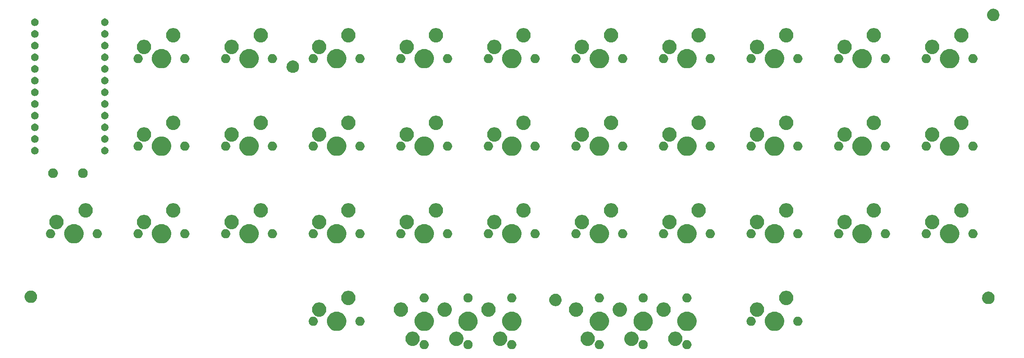
<source format=gbr>
G04 #@! TF.GenerationSoftware,KiCad,Pcbnew,(5.0.2)-1*
G04 #@! TF.CreationDate,2019-03-18T17:43:11+08:00*
G04 #@! TF.ProjectId,nqg,6e71672e-6b69-4636-9164-5f7063625858,rev?*
G04 #@! TF.SameCoordinates,Original*
G04 #@! TF.FileFunction,Soldermask,Top*
G04 #@! TF.FilePolarity,Negative*
%FSLAX46Y46*%
G04 Gerber Fmt 4.6, Leading zero omitted, Abs format (unit mm)*
G04 Created by KiCad (PCBNEW (5.0.2)-1) date 18/03/2019 17:43:11*
%MOMM*%
%LPD*%
G01*
G04 APERTURE LIST*
%ADD10C,0.100000*%
G04 APERTURE END LIST*
D10*
G36*
X286041981Y-194617468D02*
X286224150Y-194692925D01*
X286388103Y-194802475D01*
X286527525Y-194941897D01*
X286637075Y-195105850D01*
X286712532Y-195288019D01*
X286751000Y-195481410D01*
X286751000Y-195678590D01*
X286712532Y-195871981D01*
X286637075Y-196054150D01*
X286527525Y-196218103D01*
X286388103Y-196357525D01*
X286224150Y-196467075D01*
X286041981Y-196542532D01*
X285848590Y-196581000D01*
X285651410Y-196581000D01*
X285458019Y-196542532D01*
X285275850Y-196467075D01*
X285111897Y-196357525D01*
X284972475Y-196218103D01*
X284862925Y-196054150D01*
X284787468Y-195871981D01*
X284749000Y-195678590D01*
X284749000Y-195481410D01*
X284787468Y-195288019D01*
X284862925Y-195105850D01*
X284972475Y-194941897D01*
X285111897Y-194802475D01*
X285275850Y-194692925D01*
X285458019Y-194617468D01*
X285651410Y-194579000D01*
X285848590Y-194579000D01*
X286041981Y-194617468D01*
X286041981Y-194617468D01*
G37*
G36*
X276516981Y-194617468D02*
X276699150Y-194692925D01*
X276863103Y-194802475D01*
X277002525Y-194941897D01*
X277112075Y-195105850D01*
X277187532Y-195288019D01*
X277226000Y-195481410D01*
X277226000Y-195678590D01*
X277187532Y-195871981D01*
X277112075Y-196054150D01*
X277002525Y-196218103D01*
X276863103Y-196357525D01*
X276699150Y-196467075D01*
X276516981Y-196542532D01*
X276323590Y-196581000D01*
X276126410Y-196581000D01*
X275933019Y-196542532D01*
X275750850Y-196467075D01*
X275586897Y-196357525D01*
X275447475Y-196218103D01*
X275337925Y-196054150D01*
X275262468Y-195871981D01*
X275224000Y-195678590D01*
X275224000Y-195481410D01*
X275262468Y-195288019D01*
X275337925Y-195105850D01*
X275447475Y-194941897D01*
X275586897Y-194802475D01*
X275750850Y-194692925D01*
X275933019Y-194617468D01*
X276126410Y-194579000D01*
X276323590Y-194579000D01*
X276516981Y-194617468D01*
X276516981Y-194617468D01*
G37*
G36*
X266991981Y-194617468D02*
X267174150Y-194692925D01*
X267338103Y-194802475D01*
X267477525Y-194941897D01*
X267587075Y-195105850D01*
X267662532Y-195288019D01*
X267701000Y-195481410D01*
X267701000Y-195678590D01*
X267662532Y-195871981D01*
X267587075Y-196054150D01*
X267477525Y-196218103D01*
X267338103Y-196357525D01*
X267174150Y-196467075D01*
X266991981Y-196542532D01*
X266798590Y-196581000D01*
X266601410Y-196581000D01*
X266408019Y-196542532D01*
X266225850Y-196467075D01*
X266061897Y-196357525D01*
X265922475Y-196218103D01*
X265812925Y-196054150D01*
X265737468Y-195871981D01*
X265699000Y-195678590D01*
X265699000Y-195481410D01*
X265737468Y-195288019D01*
X265812925Y-195105850D01*
X265922475Y-194941897D01*
X266061897Y-194802475D01*
X266225850Y-194692925D01*
X266408019Y-194617468D01*
X266601410Y-194579000D01*
X266798590Y-194579000D01*
X266991981Y-194617468D01*
X266991981Y-194617468D01*
G37*
G36*
X247941981Y-194617468D02*
X248124150Y-194692925D01*
X248288103Y-194802475D01*
X248427525Y-194941897D01*
X248537075Y-195105850D01*
X248612532Y-195288019D01*
X248651000Y-195481410D01*
X248651000Y-195678590D01*
X248612532Y-195871981D01*
X248537075Y-196054150D01*
X248427525Y-196218103D01*
X248288103Y-196357525D01*
X248124150Y-196467075D01*
X247941981Y-196542532D01*
X247748590Y-196581000D01*
X247551410Y-196581000D01*
X247358019Y-196542532D01*
X247175850Y-196467075D01*
X247011897Y-196357525D01*
X246872475Y-196218103D01*
X246762925Y-196054150D01*
X246687468Y-195871981D01*
X246649000Y-195678590D01*
X246649000Y-195481410D01*
X246687468Y-195288019D01*
X246762925Y-195105850D01*
X246872475Y-194941897D01*
X247011897Y-194802475D01*
X247175850Y-194692925D01*
X247358019Y-194617468D01*
X247551410Y-194579000D01*
X247748590Y-194579000D01*
X247941981Y-194617468D01*
X247941981Y-194617468D01*
G37*
G36*
X228891981Y-194617468D02*
X229074150Y-194692925D01*
X229238103Y-194802475D01*
X229377525Y-194941897D01*
X229487075Y-195105850D01*
X229562532Y-195288019D01*
X229601000Y-195481410D01*
X229601000Y-195678590D01*
X229562532Y-195871981D01*
X229487075Y-196054150D01*
X229377525Y-196218103D01*
X229238103Y-196357525D01*
X229074150Y-196467075D01*
X228891981Y-196542532D01*
X228698590Y-196581000D01*
X228501410Y-196581000D01*
X228308019Y-196542532D01*
X228125850Y-196467075D01*
X227961897Y-196357525D01*
X227822475Y-196218103D01*
X227712925Y-196054150D01*
X227637468Y-195871981D01*
X227599000Y-195678590D01*
X227599000Y-195481410D01*
X227637468Y-195288019D01*
X227712925Y-195105850D01*
X227822475Y-194941897D01*
X227961897Y-194802475D01*
X228125850Y-194692925D01*
X228308019Y-194617468D01*
X228501410Y-194579000D01*
X228698590Y-194579000D01*
X228891981Y-194617468D01*
X228891981Y-194617468D01*
G37*
G36*
X238416981Y-194617468D02*
X238599150Y-194692925D01*
X238763103Y-194802475D01*
X238902525Y-194941897D01*
X239012075Y-195105850D01*
X239087532Y-195288019D01*
X239126000Y-195481410D01*
X239126000Y-195678590D01*
X239087532Y-195871981D01*
X239012075Y-196054150D01*
X238902525Y-196218103D01*
X238763103Y-196357525D01*
X238599150Y-196467075D01*
X238416981Y-196542532D01*
X238223590Y-196581000D01*
X238026410Y-196581000D01*
X237833019Y-196542532D01*
X237650850Y-196467075D01*
X237486897Y-196357525D01*
X237347475Y-196218103D01*
X237237925Y-196054150D01*
X237162468Y-195871981D01*
X237124000Y-195678590D01*
X237124000Y-195481410D01*
X237162468Y-195288019D01*
X237237925Y-195105850D01*
X237347475Y-194941897D01*
X237486897Y-194802475D01*
X237650850Y-194692925D01*
X237833019Y-194617468D01*
X238026410Y-194579000D01*
X238223590Y-194579000D01*
X238416981Y-194617468D01*
X238416981Y-194617468D01*
G37*
G36*
X245462527Y-192798736D02*
X245562410Y-192818604D01*
X245844674Y-192935521D01*
X246098705Y-193105259D01*
X246314741Y-193321295D01*
X246484479Y-193575326D01*
X246601396Y-193857590D01*
X246601396Y-193857591D01*
X246661000Y-194157238D01*
X246661000Y-194462762D01*
X246630227Y-194617468D01*
X246601396Y-194762410D01*
X246484479Y-195044674D01*
X246314741Y-195298705D01*
X246098705Y-195514741D01*
X245844674Y-195684479D01*
X245562410Y-195801396D01*
X245462527Y-195821264D01*
X245262762Y-195861000D01*
X244957238Y-195861000D01*
X244757473Y-195821264D01*
X244657590Y-195801396D01*
X244375326Y-195684479D01*
X244121295Y-195514741D01*
X243905259Y-195298705D01*
X243735521Y-195044674D01*
X243618604Y-194762410D01*
X243589773Y-194617468D01*
X243559000Y-194462762D01*
X243559000Y-194157238D01*
X243618604Y-193857591D01*
X243618604Y-193857590D01*
X243735521Y-193575326D01*
X243905259Y-193321295D01*
X244121295Y-193105259D01*
X244375326Y-192935521D01*
X244657590Y-192818604D01*
X244757473Y-192798736D01*
X244957238Y-192759000D01*
X245262762Y-192759000D01*
X245462527Y-192798736D01*
X245462527Y-192798736D01*
G37*
G36*
X226412527Y-192798736D02*
X226512410Y-192818604D01*
X226794674Y-192935521D01*
X227048705Y-193105259D01*
X227264741Y-193321295D01*
X227434479Y-193575326D01*
X227551396Y-193857590D01*
X227551396Y-193857591D01*
X227611000Y-194157238D01*
X227611000Y-194462762D01*
X227580227Y-194617468D01*
X227551396Y-194762410D01*
X227434479Y-195044674D01*
X227264741Y-195298705D01*
X227048705Y-195514741D01*
X226794674Y-195684479D01*
X226512410Y-195801396D01*
X226412527Y-195821264D01*
X226212762Y-195861000D01*
X225907238Y-195861000D01*
X225707473Y-195821264D01*
X225607590Y-195801396D01*
X225325326Y-195684479D01*
X225071295Y-195514741D01*
X224855259Y-195298705D01*
X224685521Y-195044674D01*
X224568604Y-194762410D01*
X224539773Y-194617468D01*
X224509000Y-194462762D01*
X224509000Y-194157238D01*
X224568604Y-193857591D01*
X224568604Y-193857590D01*
X224685521Y-193575326D01*
X224855259Y-193321295D01*
X225071295Y-193105259D01*
X225325326Y-192935521D01*
X225607590Y-192818604D01*
X225707473Y-192798736D01*
X225907238Y-192759000D01*
X226212762Y-192759000D01*
X226412527Y-192798736D01*
X226412527Y-192798736D01*
G37*
G36*
X235937527Y-192798736D02*
X236037410Y-192818604D01*
X236319674Y-192935521D01*
X236573705Y-193105259D01*
X236789741Y-193321295D01*
X236959479Y-193575326D01*
X237076396Y-193857590D01*
X237076396Y-193857591D01*
X237136000Y-194157238D01*
X237136000Y-194462762D01*
X237105227Y-194617468D01*
X237076396Y-194762410D01*
X236959479Y-195044674D01*
X236789741Y-195298705D01*
X236573705Y-195514741D01*
X236319674Y-195684479D01*
X236037410Y-195801396D01*
X235937527Y-195821264D01*
X235737762Y-195861000D01*
X235432238Y-195861000D01*
X235232473Y-195821264D01*
X235132590Y-195801396D01*
X234850326Y-195684479D01*
X234596295Y-195514741D01*
X234380259Y-195298705D01*
X234210521Y-195044674D01*
X234093604Y-194762410D01*
X234064773Y-194617468D01*
X234034000Y-194462762D01*
X234034000Y-194157238D01*
X234093604Y-193857591D01*
X234093604Y-193857590D01*
X234210521Y-193575326D01*
X234380259Y-193321295D01*
X234596295Y-193105259D01*
X234850326Y-192935521D01*
X235132590Y-192818604D01*
X235232473Y-192798736D01*
X235432238Y-192759000D01*
X235737762Y-192759000D01*
X235937527Y-192798736D01*
X235937527Y-192798736D01*
G37*
G36*
X264512527Y-192798736D02*
X264612410Y-192818604D01*
X264894674Y-192935521D01*
X265148705Y-193105259D01*
X265364741Y-193321295D01*
X265534479Y-193575326D01*
X265651396Y-193857590D01*
X265651396Y-193857591D01*
X265711000Y-194157238D01*
X265711000Y-194462762D01*
X265680227Y-194617468D01*
X265651396Y-194762410D01*
X265534479Y-195044674D01*
X265364741Y-195298705D01*
X265148705Y-195514741D01*
X264894674Y-195684479D01*
X264612410Y-195801396D01*
X264512527Y-195821264D01*
X264312762Y-195861000D01*
X264007238Y-195861000D01*
X263807473Y-195821264D01*
X263707590Y-195801396D01*
X263425326Y-195684479D01*
X263171295Y-195514741D01*
X262955259Y-195298705D01*
X262785521Y-195044674D01*
X262668604Y-194762410D01*
X262639773Y-194617468D01*
X262609000Y-194462762D01*
X262609000Y-194157238D01*
X262668604Y-193857591D01*
X262668604Y-193857590D01*
X262785521Y-193575326D01*
X262955259Y-193321295D01*
X263171295Y-193105259D01*
X263425326Y-192935521D01*
X263707590Y-192818604D01*
X263807473Y-192798736D01*
X264007238Y-192759000D01*
X264312762Y-192759000D01*
X264512527Y-192798736D01*
X264512527Y-192798736D01*
G37*
G36*
X283562527Y-192798736D02*
X283662410Y-192818604D01*
X283944674Y-192935521D01*
X284198705Y-193105259D01*
X284414741Y-193321295D01*
X284584479Y-193575326D01*
X284701396Y-193857590D01*
X284701396Y-193857591D01*
X284761000Y-194157238D01*
X284761000Y-194462762D01*
X284730227Y-194617468D01*
X284701396Y-194762410D01*
X284584479Y-195044674D01*
X284414741Y-195298705D01*
X284198705Y-195514741D01*
X283944674Y-195684479D01*
X283662410Y-195801396D01*
X283562527Y-195821264D01*
X283362762Y-195861000D01*
X283057238Y-195861000D01*
X282857473Y-195821264D01*
X282757590Y-195801396D01*
X282475326Y-195684479D01*
X282221295Y-195514741D01*
X282005259Y-195298705D01*
X281835521Y-195044674D01*
X281718604Y-194762410D01*
X281689773Y-194617468D01*
X281659000Y-194462762D01*
X281659000Y-194157238D01*
X281718604Y-193857591D01*
X281718604Y-193857590D01*
X281835521Y-193575326D01*
X282005259Y-193321295D01*
X282221295Y-193105259D01*
X282475326Y-192935521D01*
X282757590Y-192818604D01*
X282857473Y-192798736D01*
X283057238Y-192759000D01*
X283362762Y-192759000D01*
X283562527Y-192798736D01*
X283562527Y-192798736D01*
G37*
G36*
X274037527Y-192798736D02*
X274137410Y-192818604D01*
X274419674Y-192935521D01*
X274673705Y-193105259D01*
X274889741Y-193321295D01*
X275059479Y-193575326D01*
X275176396Y-193857590D01*
X275176396Y-193857591D01*
X275236000Y-194157238D01*
X275236000Y-194462762D01*
X275205227Y-194617468D01*
X275176396Y-194762410D01*
X275059479Y-195044674D01*
X274889741Y-195298705D01*
X274673705Y-195514741D01*
X274419674Y-195684479D01*
X274137410Y-195801396D01*
X274037527Y-195821264D01*
X273837762Y-195861000D01*
X273532238Y-195861000D01*
X273332473Y-195821264D01*
X273232590Y-195801396D01*
X272950326Y-195684479D01*
X272696295Y-195514741D01*
X272480259Y-195298705D01*
X272310521Y-195044674D01*
X272193604Y-194762410D01*
X272164773Y-194617468D01*
X272134000Y-194462762D01*
X272134000Y-194157238D01*
X272193604Y-193857591D01*
X272193604Y-193857590D01*
X272310521Y-193575326D01*
X272480259Y-193321295D01*
X272696295Y-193105259D01*
X272950326Y-192935521D01*
X273232590Y-192818604D01*
X273332473Y-192798736D01*
X273532238Y-192759000D01*
X273837762Y-192759000D01*
X274037527Y-192798736D01*
X274037527Y-192798736D01*
G37*
G36*
X248127536Y-188452827D02*
X248262839Y-188479740D01*
X248421216Y-188545342D01*
X248645196Y-188638117D01*
X248989313Y-188868049D01*
X249281951Y-189160687D01*
X249511883Y-189504804D01*
X249556668Y-189612925D01*
X249659797Y-189861900D01*
X249670260Y-189887162D01*
X249751000Y-190293068D01*
X249751000Y-190706932D01*
X249697847Y-190974150D01*
X249670260Y-191112839D01*
X249659795Y-191138103D01*
X249511883Y-191495196D01*
X249281951Y-191839313D01*
X248989313Y-192131951D01*
X248645196Y-192361883D01*
X248421216Y-192454658D01*
X248262839Y-192520260D01*
X248127536Y-192547173D01*
X247856932Y-192601000D01*
X247443068Y-192601000D01*
X247172464Y-192547173D01*
X247037161Y-192520260D01*
X246878784Y-192454658D01*
X246654804Y-192361883D01*
X246310687Y-192131951D01*
X246018049Y-191839313D01*
X245788117Y-191495196D01*
X245640205Y-191138103D01*
X245629740Y-191112839D01*
X245602153Y-190974150D01*
X245549000Y-190706932D01*
X245549000Y-190293068D01*
X245629740Y-189887162D01*
X245640204Y-189861900D01*
X245743332Y-189612925D01*
X245788117Y-189504804D01*
X246018049Y-189160687D01*
X246310687Y-188868049D01*
X246654804Y-188638117D01*
X246878784Y-188545342D01*
X247037161Y-188479740D01*
X247172464Y-188452827D01*
X247443068Y-188399000D01*
X247856932Y-188399000D01*
X248127536Y-188452827D01*
X248127536Y-188452827D01*
G37*
G36*
X276702536Y-188452827D02*
X276837839Y-188479740D01*
X276996216Y-188545342D01*
X277220196Y-188638117D01*
X277564313Y-188868049D01*
X277856951Y-189160687D01*
X278086883Y-189504804D01*
X278131668Y-189612925D01*
X278234797Y-189861900D01*
X278245260Y-189887162D01*
X278326000Y-190293068D01*
X278326000Y-190706932D01*
X278272847Y-190974150D01*
X278245260Y-191112839D01*
X278234795Y-191138103D01*
X278086883Y-191495196D01*
X277856951Y-191839313D01*
X277564313Y-192131951D01*
X277220196Y-192361883D01*
X276996216Y-192454658D01*
X276837839Y-192520260D01*
X276702536Y-192547173D01*
X276431932Y-192601000D01*
X276018068Y-192601000D01*
X275747464Y-192547173D01*
X275612161Y-192520260D01*
X275453784Y-192454658D01*
X275229804Y-192361883D01*
X274885687Y-192131951D01*
X274593049Y-191839313D01*
X274363117Y-191495196D01*
X274215205Y-191138103D01*
X274204740Y-191112839D01*
X274177153Y-190974150D01*
X274124000Y-190706932D01*
X274124000Y-190293068D01*
X274204740Y-189887162D01*
X274215204Y-189861900D01*
X274318332Y-189612925D01*
X274363117Y-189504804D01*
X274593049Y-189160687D01*
X274885687Y-188868049D01*
X275229804Y-188638117D01*
X275453784Y-188545342D01*
X275612161Y-188479740D01*
X275747464Y-188452827D01*
X276018068Y-188399000D01*
X276431932Y-188399000D01*
X276702536Y-188452827D01*
X276702536Y-188452827D01*
G37*
G36*
X286227536Y-188452827D02*
X286362839Y-188479740D01*
X286521216Y-188545342D01*
X286745196Y-188638117D01*
X287089313Y-188868049D01*
X287381951Y-189160687D01*
X287611883Y-189504804D01*
X287656668Y-189612925D01*
X287759797Y-189861900D01*
X287770260Y-189887162D01*
X287851000Y-190293068D01*
X287851000Y-190706932D01*
X287797847Y-190974150D01*
X287770260Y-191112839D01*
X287759795Y-191138103D01*
X287611883Y-191495196D01*
X287381951Y-191839313D01*
X287089313Y-192131951D01*
X286745196Y-192361883D01*
X286521216Y-192454658D01*
X286362839Y-192520260D01*
X286227536Y-192547173D01*
X285956932Y-192601000D01*
X285543068Y-192601000D01*
X285272464Y-192547173D01*
X285137161Y-192520260D01*
X284978784Y-192454658D01*
X284754804Y-192361883D01*
X284410687Y-192131951D01*
X284118049Y-191839313D01*
X283888117Y-191495196D01*
X283740205Y-191138103D01*
X283729740Y-191112839D01*
X283702153Y-190974150D01*
X283649000Y-190706932D01*
X283649000Y-190293068D01*
X283729740Y-189887162D01*
X283740204Y-189861900D01*
X283843332Y-189612925D01*
X283888117Y-189504804D01*
X284118049Y-189160687D01*
X284410687Y-188868049D01*
X284754804Y-188638117D01*
X284978784Y-188545342D01*
X285137161Y-188479740D01*
X285272464Y-188452827D01*
X285543068Y-188399000D01*
X285956932Y-188399000D01*
X286227536Y-188452827D01*
X286227536Y-188452827D01*
G37*
G36*
X305277536Y-188452827D02*
X305412839Y-188479740D01*
X305571216Y-188545342D01*
X305795196Y-188638117D01*
X306139313Y-188868049D01*
X306431951Y-189160687D01*
X306661883Y-189504804D01*
X306706668Y-189612925D01*
X306809797Y-189861900D01*
X306820260Y-189887162D01*
X306901000Y-190293068D01*
X306901000Y-190706932D01*
X306847847Y-190974150D01*
X306820260Y-191112839D01*
X306809795Y-191138103D01*
X306661883Y-191495196D01*
X306431951Y-191839313D01*
X306139313Y-192131951D01*
X305795196Y-192361883D01*
X305571216Y-192454658D01*
X305412839Y-192520260D01*
X305277536Y-192547173D01*
X305006932Y-192601000D01*
X304593068Y-192601000D01*
X304322464Y-192547173D01*
X304187161Y-192520260D01*
X304028784Y-192454658D01*
X303804804Y-192361883D01*
X303460687Y-192131951D01*
X303168049Y-191839313D01*
X302938117Y-191495196D01*
X302790205Y-191138103D01*
X302779740Y-191112839D01*
X302752153Y-190974150D01*
X302699000Y-190706932D01*
X302699000Y-190293068D01*
X302779740Y-189887162D01*
X302790204Y-189861900D01*
X302893332Y-189612925D01*
X302938117Y-189504804D01*
X303168049Y-189160687D01*
X303460687Y-188868049D01*
X303804804Y-188638117D01*
X304028784Y-188545342D01*
X304187161Y-188479740D01*
X304322464Y-188452827D01*
X304593068Y-188399000D01*
X305006932Y-188399000D01*
X305277536Y-188452827D01*
X305277536Y-188452827D01*
G37*
G36*
X229077536Y-188452827D02*
X229212839Y-188479740D01*
X229371216Y-188545342D01*
X229595196Y-188638117D01*
X229939313Y-188868049D01*
X230231951Y-189160687D01*
X230461883Y-189504804D01*
X230506668Y-189612925D01*
X230609797Y-189861900D01*
X230620260Y-189887162D01*
X230701000Y-190293068D01*
X230701000Y-190706932D01*
X230647847Y-190974150D01*
X230620260Y-191112839D01*
X230609795Y-191138103D01*
X230461883Y-191495196D01*
X230231951Y-191839313D01*
X229939313Y-192131951D01*
X229595196Y-192361883D01*
X229371216Y-192454658D01*
X229212839Y-192520260D01*
X229077536Y-192547173D01*
X228806932Y-192601000D01*
X228393068Y-192601000D01*
X228122464Y-192547173D01*
X227987161Y-192520260D01*
X227828784Y-192454658D01*
X227604804Y-192361883D01*
X227260687Y-192131951D01*
X226968049Y-191839313D01*
X226738117Y-191495196D01*
X226590205Y-191138103D01*
X226579740Y-191112839D01*
X226552153Y-190974150D01*
X226499000Y-190706932D01*
X226499000Y-190293068D01*
X226579740Y-189887162D01*
X226590204Y-189861900D01*
X226693332Y-189612925D01*
X226738117Y-189504804D01*
X226968049Y-189160687D01*
X227260687Y-188868049D01*
X227604804Y-188638117D01*
X227828784Y-188545342D01*
X227987161Y-188479740D01*
X228122464Y-188452827D01*
X228393068Y-188399000D01*
X228806932Y-188399000D01*
X229077536Y-188452827D01*
X229077536Y-188452827D01*
G37*
G36*
X210027536Y-188452827D02*
X210162839Y-188479740D01*
X210321216Y-188545342D01*
X210545196Y-188638117D01*
X210889313Y-188868049D01*
X211181951Y-189160687D01*
X211411883Y-189504804D01*
X211456668Y-189612925D01*
X211559797Y-189861900D01*
X211570260Y-189887162D01*
X211651000Y-190293068D01*
X211651000Y-190706932D01*
X211597847Y-190974150D01*
X211570260Y-191112839D01*
X211559795Y-191138103D01*
X211411883Y-191495196D01*
X211181951Y-191839313D01*
X210889313Y-192131951D01*
X210545196Y-192361883D01*
X210321216Y-192454658D01*
X210162839Y-192520260D01*
X210027536Y-192547173D01*
X209756932Y-192601000D01*
X209343068Y-192601000D01*
X209072464Y-192547173D01*
X208937161Y-192520260D01*
X208778784Y-192454658D01*
X208554804Y-192361883D01*
X208210687Y-192131951D01*
X207918049Y-191839313D01*
X207688117Y-191495196D01*
X207540205Y-191138103D01*
X207529740Y-191112839D01*
X207502153Y-190974150D01*
X207449000Y-190706932D01*
X207449000Y-190293068D01*
X207529740Y-189887162D01*
X207540204Y-189861900D01*
X207643332Y-189612925D01*
X207688117Y-189504804D01*
X207918049Y-189160687D01*
X208210687Y-188868049D01*
X208554804Y-188638117D01*
X208778784Y-188545342D01*
X208937161Y-188479740D01*
X209072464Y-188452827D01*
X209343068Y-188399000D01*
X209756932Y-188399000D01*
X210027536Y-188452827D01*
X210027536Y-188452827D01*
G37*
G36*
X267177536Y-188452827D02*
X267312839Y-188479740D01*
X267471216Y-188545342D01*
X267695196Y-188638117D01*
X268039313Y-188868049D01*
X268331951Y-189160687D01*
X268561883Y-189504804D01*
X268606668Y-189612925D01*
X268709797Y-189861900D01*
X268720260Y-189887162D01*
X268801000Y-190293068D01*
X268801000Y-190706932D01*
X268747847Y-190974150D01*
X268720260Y-191112839D01*
X268709795Y-191138103D01*
X268561883Y-191495196D01*
X268331951Y-191839313D01*
X268039313Y-192131951D01*
X267695196Y-192361883D01*
X267471216Y-192454658D01*
X267312839Y-192520260D01*
X267177536Y-192547173D01*
X266906932Y-192601000D01*
X266493068Y-192601000D01*
X266222464Y-192547173D01*
X266087161Y-192520260D01*
X265928784Y-192454658D01*
X265704804Y-192361883D01*
X265360687Y-192131951D01*
X265068049Y-191839313D01*
X264838117Y-191495196D01*
X264690205Y-191138103D01*
X264679740Y-191112839D01*
X264652153Y-190974150D01*
X264599000Y-190706932D01*
X264599000Y-190293068D01*
X264679740Y-189887162D01*
X264690204Y-189861900D01*
X264793332Y-189612925D01*
X264838117Y-189504804D01*
X265068049Y-189160687D01*
X265360687Y-188868049D01*
X265704804Y-188638117D01*
X265928784Y-188545342D01*
X266087161Y-188479740D01*
X266222464Y-188452827D01*
X266493068Y-188399000D01*
X266906932Y-188399000D01*
X267177536Y-188452827D01*
X267177536Y-188452827D01*
G37*
G36*
X238602536Y-188452827D02*
X238737839Y-188479740D01*
X238896216Y-188545342D01*
X239120196Y-188638117D01*
X239464313Y-188868049D01*
X239756951Y-189160687D01*
X239986883Y-189504804D01*
X240031668Y-189612925D01*
X240134797Y-189861900D01*
X240145260Y-189887162D01*
X240226000Y-190293068D01*
X240226000Y-190706932D01*
X240172847Y-190974150D01*
X240145260Y-191112839D01*
X240134795Y-191138103D01*
X239986883Y-191495196D01*
X239756951Y-191839313D01*
X239464313Y-192131951D01*
X239120196Y-192361883D01*
X238896216Y-192454658D01*
X238737839Y-192520260D01*
X238602536Y-192547173D01*
X238331932Y-192601000D01*
X237918068Y-192601000D01*
X237647464Y-192547173D01*
X237512161Y-192520260D01*
X237353784Y-192454658D01*
X237129804Y-192361883D01*
X236785687Y-192131951D01*
X236493049Y-191839313D01*
X236263117Y-191495196D01*
X236115205Y-191138103D01*
X236104740Y-191112839D01*
X236077153Y-190974150D01*
X236024000Y-190706932D01*
X236024000Y-190293068D01*
X236104740Y-189887162D01*
X236115204Y-189861900D01*
X236218332Y-189612925D01*
X236263117Y-189504804D01*
X236493049Y-189160687D01*
X236785687Y-188868049D01*
X237129804Y-188638117D01*
X237353784Y-188545342D01*
X237512161Y-188479740D01*
X237647464Y-188452827D01*
X237918068Y-188399000D01*
X238331932Y-188399000D01*
X238602536Y-188452827D01*
X238602536Y-188452827D01*
G37*
G36*
X204761981Y-189537468D02*
X204944150Y-189612925D01*
X205108103Y-189722475D01*
X205247525Y-189861897D01*
X205357075Y-190025850D01*
X205432532Y-190208019D01*
X205471000Y-190401410D01*
X205471000Y-190598590D01*
X205432532Y-190791981D01*
X205357075Y-190974150D01*
X205247525Y-191138103D01*
X205108103Y-191277525D01*
X204944150Y-191387075D01*
X204761981Y-191462532D01*
X204568590Y-191501000D01*
X204371410Y-191501000D01*
X204178019Y-191462532D01*
X203995850Y-191387075D01*
X203831897Y-191277525D01*
X203692475Y-191138103D01*
X203582925Y-190974150D01*
X203507468Y-190791981D01*
X203469000Y-190598590D01*
X203469000Y-190401410D01*
X203507468Y-190208019D01*
X203582925Y-190025850D01*
X203692475Y-189861897D01*
X203831897Y-189722475D01*
X203995850Y-189612925D01*
X204178019Y-189537468D01*
X204371410Y-189499000D01*
X204568590Y-189499000D01*
X204761981Y-189537468D01*
X204761981Y-189537468D01*
G37*
G36*
X310171981Y-189537468D02*
X310354150Y-189612925D01*
X310518103Y-189722475D01*
X310657525Y-189861897D01*
X310767075Y-190025850D01*
X310842532Y-190208019D01*
X310881000Y-190401410D01*
X310881000Y-190598590D01*
X310842532Y-190791981D01*
X310767075Y-190974150D01*
X310657525Y-191138103D01*
X310518103Y-191277525D01*
X310354150Y-191387075D01*
X310171981Y-191462532D01*
X309978590Y-191501000D01*
X309781410Y-191501000D01*
X309588019Y-191462532D01*
X309405850Y-191387075D01*
X309241897Y-191277525D01*
X309102475Y-191138103D01*
X308992925Y-190974150D01*
X308917468Y-190791981D01*
X308879000Y-190598590D01*
X308879000Y-190401410D01*
X308917468Y-190208019D01*
X308992925Y-190025850D01*
X309102475Y-189861897D01*
X309241897Y-189722475D01*
X309405850Y-189612925D01*
X309588019Y-189537468D01*
X309781410Y-189499000D01*
X309978590Y-189499000D01*
X310171981Y-189537468D01*
X310171981Y-189537468D01*
G37*
G36*
X214921981Y-189537468D02*
X215104150Y-189612925D01*
X215268103Y-189722475D01*
X215407525Y-189861897D01*
X215517075Y-190025850D01*
X215592532Y-190208019D01*
X215631000Y-190401410D01*
X215631000Y-190598590D01*
X215592532Y-190791981D01*
X215517075Y-190974150D01*
X215407525Y-191138103D01*
X215268103Y-191277525D01*
X215104150Y-191387075D01*
X214921981Y-191462532D01*
X214728590Y-191501000D01*
X214531410Y-191501000D01*
X214338019Y-191462532D01*
X214155850Y-191387075D01*
X213991897Y-191277525D01*
X213852475Y-191138103D01*
X213742925Y-190974150D01*
X213667468Y-190791981D01*
X213629000Y-190598590D01*
X213629000Y-190401410D01*
X213667468Y-190208019D01*
X213742925Y-190025850D01*
X213852475Y-189861897D01*
X213991897Y-189722475D01*
X214155850Y-189612925D01*
X214338019Y-189537468D01*
X214531410Y-189499000D01*
X214728590Y-189499000D01*
X214921981Y-189537468D01*
X214921981Y-189537468D01*
G37*
G36*
X300011981Y-189537468D02*
X300194150Y-189612925D01*
X300358103Y-189722475D01*
X300497525Y-189861897D01*
X300607075Y-190025850D01*
X300682532Y-190208019D01*
X300721000Y-190401410D01*
X300721000Y-190598590D01*
X300682532Y-190791981D01*
X300607075Y-190974150D01*
X300497525Y-191138103D01*
X300358103Y-191277525D01*
X300194150Y-191387075D01*
X300011981Y-191462532D01*
X299818590Y-191501000D01*
X299621410Y-191501000D01*
X299428019Y-191462532D01*
X299245850Y-191387075D01*
X299081897Y-191277525D01*
X298942475Y-191138103D01*
X298832925Y-190974150D01*
X298757468Y-190791981D01*
X298719000Y-190598590D01*
X298719000Y-190401410D01*
X298757468Y-190208019D01*
X298832925Y-190025850D01*
X298942475Y-189861897D01*
X299081897Y-189722475D01*
X299245850Y-189612925D01*
X299428019Y-189537468D01*
X299621410Y-189499000D01*
X299818590Y-189499000D01*
X300011981Y-189537468D01*
X300011981Y-189537468D01*
G37*
G36*
X242922527Y-186448736D02*
X243022410Y-186468604D01*
X243304674Y-186585521D01*
X243558705Y-186755259D01*
X243774741Y-186971295D01*
X243944479Y-187225326D01*
X244061396Y-187507590D01*
X244121000Y-187807240D01*
X244121000Y-188112760D01*
X244061396Y-188412410D01*
X243944479Y-188694674D01*
X243774741Y-188948705D01*
X243558705Y-189164741D01*
X243304674Y-189334479D01*
X243022410Y-189451396D01*
X242922527Y-189471264D01*
X242722762Y-189511000D01*
X242417238Y-189511000D01*
X242217473Y-189471264D01*
X242117590Y-189451396D01*
X241835326Y-189334479D01*
X241581295Y-189164741D01*
X241365259Y-188948705D01*
X241195521Y-188694674D01*
X241078604Y-188412410D01*
X241019000Y-188112760D01*
X241019000Y-187807240D01*
X241078604Y-187507590D01*
X241195521Y-187225326D01*
X241365259Y-186971295D01*
X241581295Y-186755259D01*
X241835326Y-186585521D01*
X242117590Y-186468604D01*
X242217473Y-186448736D01*
X242417238Y-186409000D01*
X242722762Y-186409000D01*
X242922527Y-186448736D01*
X242922527Y-186448736D01*
G37*
G36*
X281022527Y-186448736D02*
X281122410Y-186468604D01*
X281404674Y-186585521D01*
X281658705Y-186755259D01*
X281874741Y-186971295D01*
X282044479Y-187225326D01*
X282161396Y-187507590D01*
X282221000Y-187807240D01*
X282221000Y-188112760D01*
X282161396Y-188412410D01*
X282044479Y-188694674D01*
X281874741Y-188948705D01*
X281658705Y-189164741D01*
X281404674Y-189334479D01*
X281122410Y-189451396D01*
X281022527Y-189471264D01*
X280822762Y-189511000D01*
X280517238Y-189511000D01*
X280317473Y-189471264D01*
X280217590Y-189451396D01*
X279935326Y-189334479D01*
X279681295Y-189164741D01*
X279465259Y-188948705D01*
X279295521Y-188694674D01*
X279178604Y-188412410D01*
X279119000Y-188112760D01*
X279119000Y-187807240D01*
X279178604Y-187507590D01*
X279295521Y-187225326D01*
X279465259Y-186971295D01*
X279681295Y-186755259D01*
X279935326Y-186585521D01*
X280217590Y-186468604D01*
X280317473Y-186448736D01*
X280517238Y-186409000D01*
X280822762Y-186409000D01*
X281022527Y-186448736D01*
X281022527Y-186448736D01*
G37*
G36*
X301342527Y-186448736D02*
X301442410Y-186468604D01*
X301724674Y-186585521D01*
X301978705Y-186755259D01*
X302194741Y-186971295D01*
X302364479Y-187225326D01*
X302481396Y-187507590D01*
X302541000Y-187807240D01*
X302541000Y-188112760D01*
X302481396Y-188412410D01*
X302364479Y-188694674D01*
X302194741Y-188948705D01*
X301978705Y-189164741D01*
X301724674Y-189334479D01*
X301442410Y-189451396D01*
X301342527Y-189471264D01*
X301142762Y-189511000D01*
X300837238Y-189511000D01*
X300637473Y-189471264D01*
X300537590Y-189451396D01*
X300255326Y-189334479D01*
X300001295Y-189164741D01*
X299785259Y-188948705D01*
X299615521Y-188694674D01*
X299498604Y-188412410D01*
X299439000Y-188112760D01*
X299439000Y-187807240D01*
X299498604Y-187507590D01*
X299615521Y-187225326D01*
X299785259Y-186971295D01*
X300001295Y-186755259D01*
X300255326Y-186585521D01*
X300537590Y-186468604D01*
X300637473Y-186448736D01*
X300837238Y-186409000D01*
X301142762Y-186409000D01*
X301342527Y-186448736D01*
X301342527Y-186448736D01*
G37*
G36*
X271497527Y-186448736D02*
X271597410Y-186468604D01*
X271879674Y-186585521D01*
X272133705Y-186755259D01*
X272349741Y-186971295D01*
X272519479Y-187225326D01*
X272636396Y-187507590D01*
X272696000Y-187807240D01*
X272696000Y-188112760D01*
X272636396Y-188412410D01*
X272519479Y-188694674D01*
X272349741Y-188948705D01*
X272133705Y-189164741D01*
X271879674Y-189334479D01*
X271597410Y-189451396D01*
X271497527Y-189471264D01*
X271297762Y-189511000D01*
X270992238Y-189511000D01*
X270792473Y-189471264D01*
X270692590Y-189451396D01*
X270410326Y-189334479D01*
X270156295Y-189164741D01*
X269940259Y-188948705D01*
X269770521Y-188694674D01*
X269653604Y-188412410D01*
X269594000Y-188112760D01*
X269594000Y-187807240D01*
X269653604Y-187507590D01*
X269770521Y-187225326D01*
X269940259Y-186971295D01*
X270156295Y-186755259D01*
X270410326Y-186585521D01*
X270692590Y-186468604D01*
X270792473Y-186448736D01*
X270992238Y-186409000D01*
X271297762Y-186409000D01*
X271497527Y-186448736D01*
X271497527Y-186448736D01*
G37*
G36*
X261972527Y-186448736D02*
X262072410Y-186468604D01*
X262354674Y-186585521D01*
X262608705Y-186755259D01*
X262824741Y-186971295D01*
X262994479Y-187225326D01*
X263111396Y-187507590D01*
X263171000Y-187807240D01*
X263171000Y-188112760D01*
X263111396Y-188412410D01*
X262994479Y-188694674D01*
X262824741Y-188948705D01*
X262608705Y-189164741D01*
X262354674Y-189334479D01*
X262072410Y-189451396D01*
X261972527Y-189471264D01*
X261772762Y-189511000D01*
X261467238Y-189511000D01*
X261267473Y-189471264D01*
X261167590Y-189451396D01*
X260885326Y-189334479D01*
X260631295Y-189164741D01*
X260415259Y-188948705D01*
X260245521Y-188694674D01*
X260128604Y-188412410D01*
X260069000Y-188112760D01*
X260069000Y-187807240D01*
X260128604Y-187507590D01*
X260245521Y-187225326D01*
X260415259Y-186971295D01*
X260631295Y-186755259D01*
X260885326Y-186585521D01*
X261167590Y-186468604D01*
X261267473Y-186448736D01*
X261467238Y-186409000D01*
X261772762Y-186409000D01*
X261972527Y-186448736D01*
X261972527Y-186448736D01*
G37*
G36*
X223872527Y-186448736D02*
X223972410Y-186468604D01*
X224254674Y-186585521D01*
X224508705Y-186755259D01*
X224724741Y-186971295D01*
X224894479Y-187225326D01*
X225011396Y-187507590D01*
X225071000Y-187807240D01*
X225071000Y-188112760D01*
X225011396Y-188412410D01*
X224894479Y-188694674D01*
X224724741Y-188948705D01*
X224508705Y-189164741D01*
X224254674Y-189334479D01*
X223972410Y-189451396D01*
X223872527Y-189471264D01*
X223672762Y-189511000D01*
X223367238Y-189511000D01*
X223167473Y-189471264D01*
X223067590Y-189451396D01*
X222785326Y-189334479D01*
X222531295Y-189164741D01*
X222315259Y-188948705D01*
X222145521Y-188694674D01*
X222028604Y-188412410D01*
X221969000Y-188112760D01*
X221969000Y-187807240D01*
X222028604Y-187507590D01*
X222145521Y-187225326D01*
X222315259Y-186971295D01*
X222531295Y-186755259D01*
X222785326Y-186585521D01*
X223067590Y-186468604D01*
X223167473Y-186448736D01*
X223367238Y-186409000D01*
X223672762Y-186409000D01*
X223872527Y-186448736D01*
X223872527Y-186448736D01*
G37*
G36*
X233397527Y-186448736D02*
X233497410Y-186468604D01*
X233779674Y-186585521D01*
X234033705Y-186755259D01*
X234249741Y-186971295D01*
X234419479Y-187225326D01*
X234536396Y-187507590D01*
X234596000Y-187807240D01*
X234596000Y-188112760D01*
X234536396Y-188412410D01*
X234419479Y-188694674D01*
X234249741Y-188948705D01*
X234033705Y-189164741D01*
X233779674Y-189334479D01*
X233497410Y-189451396D01*
X233397527Y-189471264D01*
X233197762Y-189511000D01*
X232892238Y-189511000D01*
X232692473Y-189471264D01*
X232592590Y-189451396D01*
X232310326Y-189334479D01*
X232056295Y-189164741D01*
X231840259Y-188948705D01*
X231670521Y-188694674D01*
X231553604Y-188412410D01*
X231494000Y-188112760D01*
X231494000Y-187807240D01*
X231553604Y-187507590D01*
X231670521Y-187225326D01*
X231840259Y-186971295D01*
X232056295Y-186755259D01*
X232310326Y-186585521D01*
X232592590Y-186468604D01*
X232692473Y-186448736D01*
X232892238Y-186409000D01*
X233197762Y-186409000D01*
X233397527Y-186448736D01*
X233397527Y-186448736D01*
G37*
G36*
X206092527Y-186448736D02*
X206192410Y-186468604D01*
X206474674Y-186585521D01*
X206728705Y-186755259D01*
X206944741Y-186971295D01*
X207114479Y-187225326D01*
X207231396Y-187507590D01*
X207291000Y-187807240D01*
X207291000Y-188112760D01*
X207231396Y-188412410D01*
X207114479Y-188694674D01*
X206944741Y-188948705D01*
X206728705Y-189164741D01*
X206474674Y-189334479D01*
X206192410Y-189451396D01*
X206092527Y-189471264D01*
X205892762Y-189511000D01*
X205587238Y-189511000D01*
X205387473Y-189471264D01*
X205287590Y-189451396D01*
X205005326Y-189334479D01*
X204751295Y-189164741D01*
X204535259Y-188948705D01*
X204365521Y-188694674D01*
X204248604Y-188412410D01*
X204189000Y-188112760D01*
X204189000Y-187807240D01*
X204248604Y-187507590D01*
X204365521Y-187225326D01*
X204535259Y-186971295D01*
X204751295Y-186755259D01*
X205005326Y-186585521D01*
X205287590Y-186468604D01*
X205387473Y-186448736D01*
X205587238Y-186409000D01*
X205892762Y-186409000D01*
X206092527Y-186448736D01*
X206092527Y-186448736D01*
G37*
G36*
X257338670Y-184510061D02*
X257544072Y-184550918D01*
X257789939Y-184652759D01*
X258010464Y-184800110D01*
X258011215Y-184800612D01*
X258199388Y-184988785D01*
X258199390Y-184988788D01*
X258347241Y-185210061D01*
X258449082Y-185455928D01*
X258449082Y-185455929D01*
X258501000Y-185716937D01*
X258501000Y-185983063D01*
X258475041Y-186113567D01*
X258449082Y-186244072D01*
X258347241Y-186489939D01*
X258207495Y-186699082D01*
X258199388Y-186711215D01*
X258011215Y-186899388D01*
X258011212Y-186899390D01*
X257789939Y-187047241D01*
X257544072Y-187149082D01*
X257413567Y-187175041D01*
X257283063Y-187201000D01*
X257016937Y-187201000D01*
X256886433Y-187175041D01*
X256755928Y-187149082D01*
X256510061Y-187047241D01*
X256288788Y-186899390D01*
X256288785Y-186899388D01*
X256100612Y-186711215D01*
X256092505Y-186699082D01*
X255952759Y-186489939D01*
X255850918Y-186244072D01*
X255824959Y-186113567D01*
X255799000Y-185983063D01*
X255799000Y-185716937D01*
X255850918Y-185455929D01*
X255850918Y-185455928D01*
X255952759Y-185210061D01*
X256100610Y-184988788D01*
X256100612Y-184988785D01*
X256288785Y-184800612D01*
X256289536Y-184800110D01*
X256510061Y-184652759D01*
X256755928Y-184550918D01*
X256961330Y-184510061D01*
X257016937Y-184499000D01*
X257283063Y-184499000D01*
X257338670Y-184510061D01*
X257338670Y-184510061D01*
G37*
G36*
X212442527Y-183908736D02*
X212542410Y-183928604D01*
X212824674Y-184045521D01*
X213078705Y-184215259D01*
X213294741Y-184431295D01*
X213464479Y-184685326D01*
X213581396Y-184967590D01*
X213589022Y-185005928D01*
X213641000Y-185267238D01*
X213641000Y-185572762D01*
X213612321Y-185716938D01*
X213581396Y-185872410D01*
X213464479Y-186154674D01*
X213294741Y-186408705D01*
X213078705Y-186624741D01*
X212824674Y-186794479D01*
X212542410Y-186911396D01*
X212442527Y-186931264D01*
X212242762Y-186971000D01*
X211937238Y-186971000D01*
X211737473Y-186931264D01*
X211637590Y-186911396D01*
X211355326Y-186794479D01*
X211101295Y-186624741D01*
X210885259Y-186408705D01*
X210715521Y-186154674D01*
X210598604Y-185872410D01*
X210567679Y-185716938D01*
X210539000Y-185572762D01*
X210539000Y-185267238D01*
X210590978Y-185005928D01*
X210598604Y-184967590D01*
X210715521Y-184685326D01*
X210885259Y-184431295D01*
X211101295Y-184215259D01*
X211355326Y-184045521D01*
X211637590Y-183928604D01*
X211737473Y-183908736D01*
X211937238Y-183869000D01*
X212242762Y-183869000D01*
X212442527Y-183908736D01*
X212442527Y-183908736D01*
G37*
G36*
X307692527Y-183908736D02*
X307792410Y-183928604D01*
X308074674Y-184045521D01*
X308328705Y-184215259D01*
X308544741Y-184431295D01*
X308714479Y-184685326D01*
X308831396Y-184967590D01*
X308839022Y-185005928D01*
X308891000Y-185267238D01*
X308891000Y-185572762D01*
X308862321Y-185716938D01*
X308831396Y-185872410D01*
X308714479Y-186154674D01*
X308544741Y-186408705D01*
X308328705Y-186624741D01*
X308074674Y-186794479D01*
X307792410Y-186911396D01*
X307692527Y-186931264D01*
X307492762Y-186971000D01*
X307187238Y-186971000D01*
X306987473Y-186931264D01*
X306887590Y-186911396D01*
X306605326Y-186794479D01*
X306351295Y-186624741D01*
X306135259Y-186408705D01*
X305965521Y-186154674D01*
X305848604Y-185872410D01*
X305817679Y-185716938D01*
X305789000Y-185572762D01*
X305789000Y-185267238D01*
X305840978Y-185005928D01*
X305848604Y-184967590D01*
X305965521Y-184685326D01*
X306135259Y-184431295D01*
X306351295Y-184215259D01*
X306605326Y-184045521D01*
X306887590Y-183928604D01*
X306987473Y-183908736D01*
X307187238Y-183869000D01*
X307492762Y-183869000D01*
X307692527Y-183908736D01*
X307692527Y-183908736D01*
G37*
G36*
X351588567Y-184074959D02*
X351719072Y-184100918D01*
X351964939Y-184202759D01*
X352185464Y-184350110D01*
X352186215Y-184350612D01*
X352374388Y-184538785D01*
X352374390Y-184538788D01*
X352522241Y-184760061D01*
X352608202Y-184967591D01*
X352624082Y-185005929D01*
X352664687Y-185210061D01*
X352676000Y-185266938D01*
X352676000Y-185533062D01*
X352624082Y-185794072D01*
X352522241Y-186039939D01*
X352415698Y-186199390D01*
X352374388Y-186261215D01*
X352186215Y-186449388D01*
X352186212Y-186449390D01*
X351964939Y-186597241D01*
X351719072Y-186699082D01*
X351658090Y-186711212D01*
X351458063Y-186751000D01*
X351191937Y-186751000D01*
X350991910Y-186711212D01*
X350930928Y-186699082D01*
X350685061Y-186597241D01*
X350463788Y-186449390D01*
X350463785Y-186449388D01*
X350275612Y-186261215D01*
X350234302Y-186199390D01*
X350127759Y-186039939D01*
X350025918Y-185794072D01*
X349974000Y-185533062D01*
X349974000Y-185266938D01*
X349985314Y-185210061D01*
X350025918Y-185005929D01*
X350041798Y-184967591D01*
X350127759Y-184760061D01*
X350275610Y-184538788D01*
X350275612Y-184538785D01*
X350463785Y-184350612D01*
X350464536Y-184350110D01*
X350685061Y-184202759D01*
X350930928Y-184100918D01*
X351061433Y-184074959D01*
X351191937Y-184049000D01*
X351458063Y-184049000D01*
X351588567Y-184074959D01*
X351588567Y-184074959D01*
G37*
G36*
X143288567Y-183824959D02*
X143419072Y-183850918D01*
X143664939Y-183952759D01*
X143885464Y-184100110D01*
X143886215Y-184100612D01*
X144074388Y-184288785D01*
X144074390Y-184288788D01*
X144222241Y-184510061D01*
X144324082Y-184755928D01*
X144376000Y-185016938D01*
X144376000Y-185283062D01*
X144324082Y-185544072D01*
X144222241Y-185789939D01*
X144152608Y-185894151D01*
X144074388Y-186011215D01*
X143886215Y-186199388D01*
X143886212Y-186199390D01*
X143664939Y-186347241D01*
X143419072Y-186449082D01*
X143320928Y-186468604D01*
X143158063Y-186501000D01*
X142891937Y-186501000D01*
X142729072Y-186468604D01*
X142630928Y-186449082D01*
X142385061Y-186347241D01*
X142163788Y-186199390D01*
X142163785Y-186199388D01*
X141975612Y-186011215D01*
X141897392Y-185894151D01*
X141827759Y-185789939D01*
X141725918Y-185544072D01*
X141674000Y-185283062D01*
X141674000Y-185016938D01*
X141725918Y-184755928D01*
X141827759Y-184510061D01*
X141975610Y-184288788D01*
X141975612Y-184288785D01*
X142163785Y-184100612D01*
X142164536Y-184100110D01*
X142385061Y-183952759D01*
X142630928Y-183850918D01*
X142761433Y-183824959D01*
X142891937Y-183799000D01*
X143158063Y-183799000D01*
X143288567Y-183824959D01*
X143288567Y-183824959D01*
G37*
G36*
X276516981Y-184457468D02*
X276699150Y-184532925D01*
X276863103Y-184642475D01*
X277002525Y-184781897D01*
X277112075Y-184945850D01*
X277187532Y-185128019D01*
X277226000Y-185321410D01*
X277226000Y-185518590D01*
X277187532Y-185711981D01*
X277112075Y-185894150D01*
X277002525Y-186058103D01*
X276863103Y-186197525D01*
X276699150Y-186307075D01*
X276516981Y-186382532D01*
X276323590Y-186421000D01*
X276126410Y-186421000D01*
X275933019Y-186382532D01*
X275750850Y-186307075D01*
X275586897Y-186197525D01*
X275447475Y-186058103D01*
X275337925Y-185894150D01*
X275262468Y-185711981D01*
X275224000Y-185518590D01*
X275224000Y-185321410D01*
X275262468Y-185128019D01*
X275337925Y-184945850D01*
X275447475Y-184781897D01*
X275586897Y-184642475D01*
X275750850Y-184532925D01*
X275933019Y-184457468D01*
X276126410Y-184419000D01*
X276323590Y-184419000D01*
X276516981Y-184457468D01*
X276516981Y-184457468D01*
G37*
G36*
X286041981Y-184457468D02*
X286224150Y-184532925D01*
X286388103Y-184642475D01*
X286527525Y-184781897D01*
X286637075Y-184945850D01*
X286712532Y-185128019D01*
X286751000Y-185321410D01*
X286751000Y-185518590D01*
X286712532Y-185711981D01*
X286637075Y-185894150D01*
X286527525Y-186058103D01*
X286388103Y-186197525D01*
X286224150Y-186307075D01*
X286041981Y-186382532D01*
X285848590Y-186421000D01*
X285651410Y-186421000D01*
X285458019Y-186382532D01*
X285275850Y-186307075D01*
X285111897Y-186197525D01*
X284972475Y-186058103D01*
X284862925Y-185894150D01*
X284787468Y-185711981D01*
X284749000Y-185518590D01*
X284749000Y-185321410D01*
X284787468Y-185128019D01*
X284862925Y-184945850D01*
X284972475Y-184781897D01*
X285111897Y-184642475D01*
X285275850Y-184532925D01*
X285458019Y-184457468D01*
X285651410Y-184419000D01*
X285848590Y-184419000D01*
X286041981Y-184457468D01*
X286041981Y-184457468D01*
G37*
G36*
X228891981Y-184457468D02*
X229074150Y-184532925D01*
X229238103Y-184642475D01*
X229377525Y-184781897D01*
X229487075Y-184945850D01*
X229562532Y-185128019D01*
X229601000Y-185321410D01*
X229601000Y-185518590D01*
X229562532Y-185711981D01*
X229487075Y-185894150D01*
X229377525Y-186058103D01*
X229238103Y-186197525D01*
X229074150Y-186307075D01*
X228891981Y-186382532D01*
X228698590Y-186421000D01*
X228501410Y-186421000D01*
X228308019Y-186382532D01*
X228125850Y-186307075D01*
X227961897Y-186197525D01*
X227822475Y-186058103D01*
X227712925Y-185894150D01*
X227637468Y-185711981D01*
X227599000Y-185518590D01*
X227599000Y-185321410D01*
X227637468Y-185128019D01*
X227712925Y-184945850D01*
X227822475Y-184781897D01*
X227961897Y-184642475D01*
X228125850Y-184532925D01*
X228308019Y-184457468D01*
X228501410Y-184419000D01*
X228698590Y-184419000D01*
X228891981Y-184457468D01*
X228891981Y-184457468D01*
G37*
G36*
X238416981Y-184457468D02*
X238599150Y-184532925D01*
X238763103Y-184642475D01*
X238902525Y-184781897D01*
X239012075Y-184945850D01*
X239087532Y-185128019D01*
X239126000Y-185321410D01*
X239126000Y-185518590D01*
X239087532Y-185711981D01*
X239012075Y-185894150D01*
X238902525Y-186058103D01*
X238763103Y-186197525D01*
X238599150Y-186307075D01*
X238416981Y-186382532D01*
X238223590Y-186421000D01*
X238026410Y-186421000D01*
X237833019Y-186382532D01*
X237650850Y-186307075D01*
X237486897Y-186197525D01*
X237347475Y-186058103D01*
X237237925Y-185894150D01*
X237162468Y-185711981D01*
X237124000Y-185518590D01*
X237124000Y-185321410D01*
X237162468Y-185128019D01*
X237237925Y-184945850D01*
X237347475Y-184781897D01*
X237486897Y-184642475D01*
X237650850Y-184532925D01*
X237833019Y-184457468D01*
X238026410Y-184419000D01*
X238223590Y-184419000D01*
X238416981Y-184457468D01*
X238416981Y-184457468D01*
G37*
G36*
X247941981Y-184457468D02*
X248124150Y-184532925D01*
X248288103Y-184642475D01*
X248427525Y-184781897D01*
X248537075Y-184945850D01*
X248612532Y-185128019D01*
X248651000Y-185321410D01*
X248651000Y-185518590D01*
X248612532Y-185711981D01*
X248537075Y-185894150D01*
X248427525Y-186058103D01*
X248288103Y-186197525D01*
X248124150Y-186307075D01*
X247941981Y-186382532D01*
X247748590Y-186421000D01*
X247551410Y-186421000D01*
X247358019Y-186382532D01*
X247175850Y-186307075D01*
X247011897Y-186197525D01*
X246872475Y-186058103D01*
X246762925Y-185894150D01*
X246687468Y-185711981D01*
X246649000Y-185518590D01*
X246649000Y-185321410D01*
X246687468Y-185128019D01*
X246762925Y-184945850D01*
X246872475Y-184781897D01*
X247011897Y-184642475D01*
X247175850Y-184532925D01*
X247358019Y-184457468D01*
X247551410Y-184419000D01*
X247748590Y-184419000D01*
X247941981Y-184457468D01*
X247941981Y-184457468D01*
G37*
G36*
X266991981Y-184457468D02*
X267174150Y-184532925D01*
X267338103Y-184642475D01*
X267477525Y-184781897D01*
X267587075Y-184945850D01*
X267662532Y-185128019D01*
X267701000Y-185321410D01*
X267701000Y-185518590D01*
X267662532Y-185711981D01*
X267587075Y-185894150D01*
X267477525Y-186058103D01*
X267338103Y-186197525D01*
X267174150Y-186307075D01*
X266991981Y-186382532D01*
X266798590Y-186421000D01*
X266601410Y-186421000D01*
X266408019Y-186382532D01*
X266225850Y-186307075D01*
X266061897Y-186197525D01*
X265922475Y-186058103D01*
X265812925Y-185894150D01*
X265737468Y-185711981D01*
X265699000Y-185518590D01*
X265699000Y-185321410D01*
X265737468Y-185128019D01*
X265812925Y-184945850D01*
X265922475Y-184781897D01*
X266061897Y-184642475D01*
X266225850Y-184532925D01*
X266408019Y-184457468D01*
X266601410Y-184419000D01*
X266798590Y-184419000D01*
X266991981Y-184457468D01*
X266991981Y-184457468D01*
G37*
G36*
X229077536Y-169402827D02*
X229212839Y-169429740D01*
X229371216Y-169495342D01*
X229595196Y-169588117D01*
X229939313Y-169818049D01*
X230231951Y-170110687D01*
X230461883Y-170454804D01*
X230506668Y-170562925D01*
X230609797Y-170811900D01*
X230620260Y-170837162D01*
X230701000Y-171243068D01*
X230701000Y-171656932D01*
X230647847Y-171924150D01*
X230620260Y-172062839D01*
X230609795Y-172088103D01*
X230461883Y-172445196D01*
X230231951Y-172789313D01*
X229939313Y-173081951D01*
X229595196Y-173311883D01*
X229371216Y-173404658D01*
X229212839Y-173470260D01*
X229077536Y-173497173D01*
X228806932Y-173551000D01*
X228393068Y-173551000D01*
X228122464Y-173497173D01*
X227987161Y-173470260D01*
X227828784Y-173404658D01*
X227604804Y-173311883D01*
X227260687Y-173081951D01*
X226968049Y-172789313D01*
X226738117Y-172445196D01*
X226590205Y-172088103D01*
X226579740Y-172062839D01*
X226552153Y-171924150D01*
X226499000Y-171656932D01*
X226499000Y-171243068D01*
X226579740Y-170837162D01*
X226590204Y-170811900D01*
X226693332Y-170562925D01*
X226738117Y-170454804D01*
X226968049Y-170110687D01*
X227260687Y-169818049D01*
X227604804Y-169588117D01*
X227828784Y-169495342D01*
X227987161Y-169429740D01*
X228122464Y-169402827D01*
X228393068Y-169349000D01*
X228806932Y-169349000D01*
X229077536Y-169402827D01*
X229077536Y-169402827D01*
G37*
G36*
X171927536Y-169402827D02*
X172062839Y-169429740D01*
X172221216Y-169495342D01*
X172445196Y-169588117D01*
X172789313Y-169818049D01*
X173081951Y-170110687D01*
X173311883Y-170454804D01*
X173356668Y-170562925D01*
X173459797Y-170811900D01*
X173470260Y-170837162D01*
X173551000Y-171243068D01*
X173551000Y-171656932D01*
X173497847Y-171924150D01*
X173470260Y-172062839D01*
X173459795Y-172088103D01*
X173311883Y-172445196D01*
X173081951Y-172789313D01*
X172789313Y-173081951D01*
X172445196Y-173311883D01*
X172221216Y-173404658D01*
X172062839Y-173470260D01*
X171927536Y-173497173D01*
X171656932Y-173551000D01*
X171243068Y-173551000D01*
X170972464Y-173497173D01*
X170837161Y-173470260D01*
X170678784Y-173404658D01*
X170454804Y-173311883D01*
X170110687Y-173081951D01*
X169818049Y-172789313D01*
X169588117Y-172445196D01*
X169440205Y-172088103D01*
X169429740Y-172062839D01*
X169402153Y-171924150D01*
X169349000Y-171656932D01*
X169349000Y-171243068D01*
X169429740Y-170837162D01*
X169440204Y-170811900D01*
X169543332Y-170562925D01*
X169588117Y-170454804D01*
X169818049Y-170110687D01*
X170110687Y-169818049D01*
X170454804Y-169588117D01*
X170678784Y-169495342D01*
X170837161Y-169429740D01*
X170972464Y-169402827D01*
X171243068Y-169349000D01*
X171656932Y-169349000D01*
X171927536Y-169402827D01*
X171927536Y-169402827D01*
G37*
G36*
X190977536Y-169402827D02*
X191112839Y-169429740D01*
X191271216Y-169495342D01*
X191495196Y-169588117D01*
X191839313Y-169818049D01*
X192131951Y-170110687D01*
X192361883Y-170454804D01*
X192406668Y-170562925D01*
X192509797Y-170811900D01*
X192520260Y-170837162D01*
X192601000Y-171243068D01*
X192601000Y-171656932D01*
X192547847Y-171924150D01*
X192520260Y-172062839D01*
X192509795Y-172088103D01*
X192361883Y-172445196D01*
X192131951Y-172789313D01*
X191839313Y-173081951D01*
X191495196Y-173311883D01*
X191271216Y-173404658D01*
X191112839Y-173470260D01*
X190977536Y-173497173D01*
X190706932Y-173551000D01*
X190293068Y-173551000D01*
X190022464Y-173497173D01*
X189887161Y-173470260D01*
X189728784Y-173404658D01*
X189504804Y-173311883D01*
X189160687Y-173081951D01*
X188868049Y-172789313D01*
X188638117Y-172445196D01*
X188490205Y-172088103D01*
X188479740Y-172062839D01*
X188452153Y-171924150D01*
X188399000Y-171656932D01*
X188399000Y-171243068D01*
X188479740Y-170837162D01*
X188490204Y-170811900D01*
X188593332Y-170562925D01*
X188638117Y-170454804D01*
X188868049Y-170110687D01*
X189160687Y-169818049D01*
X189504804Y-169588117D01*
X189728784Y-169495342D01*
X189887161Y-169429740D01*
X190022464Y-169402827D01*
X190293068Y-169349000D01*
X190706932Y-169349000D01*
X190977536Y-169402827D01*
X190977536Y-169402827D01*
G37*
G36*
X210027536Y-169402827D02*
X210162839Y-169429740D01*
X210321216Y-169495342D01*
X210545196Y-169588117D01*
X210889313Y-169818049D01*
X211181951Y-170110687D01*
X211411883Y-170454804D01*
X211456668Y-170562925D01*
X211559797Y-170811900D01*
X211570260Y-170837162D01*
X211651000Y-171243068D01*
X211651000Y-171656932D01*
X211597847Y-171924150D01*
X211570260Y-172062839D01*
X211559795Y-172088103D01*
X211411883Y-172445196D01*
X211181951Y-172789313D01*
X210889313Y-173081951D01*
X210545196Y-173311883D01*
X210321216Y-173404658D01*
X210162839Y-173470260D01*
X210027536Y-173497173D01*
X209756932Y-173551000D01*
X209343068Y-173551000D01*
X209072464Y-173497173D01*
X208937161Y-173470260D01*
X208778784Y-173404658D01*
X208554804Y-173311883D01*
X208210687Y-173081951D01*
X207918049Y-172789313D01*
X207688117Y-172445196D01*
X207540205Y-172088103D01*
X207529740Y-172062839D01*
X207502153Y-171924150D01*
X207449000Y-171656932D01*
X207449000Y-171243068D01*
X207529740Y-170837162D01*
X207540204Y-170811900D01*
X207643332Y-170562925D01*
X207688117Y-170454804D01*
X207918049Y-170110687D01*
X208210687Y-169818049D01*
X208554804Y-169588117D01*
X208778784Y-169495342D01*
X208937161Y-169429740D01*
X209072464Y-169402827D01*
X209343068Y-169349000D01*
X209756932Y-169349000D01*
X210027536Y-169402827D01*
X210027536Y-169402827D01*
G37*
G36*
X343377536Y-169402827D02*
X343512839Y-169429740D01*
X343671216Y-169495342D01*
X343895196Y-169588117D01*
X344239313Y-169818049D01*
X344531951Y-170110687D01*
X344761883Y-170454804D01*
X344806668Y-170562925D01*
X344909797Y-170811900D01*
X344920260Y-170837162D01*
X345001000Y-171243068D01*
X345001000Y-171656932D01*
X344947847Y-171924150D01*
X344920260Y-172062839D01*
X344909795Y-172088103D01*
X344761883Y-172445196D01*
X344531951Y-172789313D01*
X344239313Y-173081951D01*
X343895196Y-173311883D01*
X343671216Y-173404658D01*
X343512839Y-173470260D01*
X343377536Y-173497173D01*
X343106932Y-173551000D01*
X342693068Y-173551000D01*
X342422464Y-173497173D01*
X342287161Y-173470260D01*
X342128784Y-173404658D01*
X341904804Y-173311883D01*
X341560687Y-173081951D01*
X341268049Y-172789313D01*
X341038117Y-172445196D01*
X340890205Y-172088103D01*
X340879740Y-172062839D01*
X340852153Y-171924150D01*
X340799000Y-171656932D01*
X340799000Y-171243068D01*
X340879740Y-170837162D01*
X340890204Y-170811900D01*
X340993332Y-170562925D01*
X341038117Y-170454804D01*
X341268049Y-170110687D01*
X341560687Y-169818049D01*
X341904804Y-169588117D01*
X342128784Y-169495342D01*
X342287161Y-169429740D01*
X342422464Y-169402827D01*
X342693068Y-169349000D01*
X343106932Y-169349000D01*
X343377536Y-169402827D01*
X343377536Y-169402827D01*
G37*
G36*
X152877536Y-169402827D02*
X153012839Y-169429740D01*
X153171216Y-169495342D01*
X153395196Y-169588117D01*
X153739313Y-169818049D01*
X154031951Y-170110687D01*
X154261883Y-170454804D01*
X154306668Y-170562925D01*
X154409797Y-170811900D01*
X154420260Y-170837162D01*
X154501000Y-171243068D01*
X154501000Y-171656932D01*
X154447847Y-171924150D01*
X154420260Y-172062839D01*
X154409795Y-172088103D01*
X154261883Y-172445196D01*
X154031951Y-172789313D01*
X153739313Y-173081951D01*
X153395196Y-173311883D01*
X153171216Y-173404658D01*
X153012839Y-173470260D01*
X152877536Y-173497173D01*
X152606932Y-173551000D01*
X152193068Y-173551000D01*
X151922464Y-173497173D01*
X151787161Y-173470260D01*
X151628784Y-173404658D01*
X151404804Y-173311883D01*
X151060687Y-173081951D01*
X150768049Y-172789313D01*
X150538117Y-172445196D01*
X150390205Y-172088103D01*
X150379740Y-172062839D01*
X150352153Y-171924150D01*
X150299000Y-171656932D01*
X150299000Y-171243068D01*
X150379740Y-170837162D01*
X150390204Y-170811900D01*
X150493332Y-170562925D01*
X150538117Y-170454804D01*
X150768049Y-170110687D01*
X151060687Y-169818049D01*
X151404804Y-169588117D01*
X151628784Y-169495342D01*
X151787161Y-169429740D01*
X151922464Y-169402827D01*
X152193068Y-169349000D01*
X152606932Y-169349000D01*
X152877536Y-169402827D01*
X152877536Y-169402827D01*
G37*
G36*
X286227536Y-169402827D02*
X286362839Y-169429740D01*
X286521216Y-169495342D01*
X286745196Y-169588117D01*
X287089313Y-169818049D01*
X287381951Y-170110687D01*
X287611883Y-170454804D01*
X287656668Y-170562925D01*
X287759797Y-170811900D01*
X287770260Y-170837162D01*
X287851000Y-171243068D01*
X287851000Y-171656932D01*
X287797847Y-171924150D01*
X287770260Y-172062839D01*
X287759795Y-172088103D01*
X287611883Y-172445196D01*
X287381951Y-172789313D01*
X287089313Y-173081951D01*
X286745196Y-173311883D01*
X286521216Y-173404658D01*
X286362839Y-173470260D01*
X286227536Y-173497173D01*
X285956932Y-173551000D01*
X285543068Y-173551000D01*
X285272464Y-173497173D01*
X285137161Y-173470260D01*
X284978784Y-173404658D01*
X284754804Y-173311883D01*
X284410687Y-173081951D01*
X284118049Y-172789313D01*
X283888117Y-172445196D01*
X283740205Y-172088103D01*
X283729740Y-172062839D01*
X283702153Y-171924150D01*
X283649000Y-171656932D01*
X283649000Y-171243068D01*
X283729740Y-170837162D01*
X283740204Y-170811900D01*
X283843332Y-170562925D01*
X283888117Y-170454804D01*
X284118049Y-170110687D01*
X284410687Y-169818049D01*
X284754804Y-169588117D01*
X284978784Y-169495342D01*
X285137161Y-169429740D01*
X285272464Y-169402827D01*
X285543068Y-169349000D01*
X285956932Y-169349000D01*
X286227536Y-169402827D01*
X286227536Y-169402827D01*
G37*
G36*
X305277536Y-169402827D02*
X305412839Y-169429740D01*
X305571216Y-169495342D01*
X305795196Y-169588117D01*
X306139313Y-169818049D01*
X306431951Y-170110687D01*
X306661883Y-170454804D01*
X306706668Y-170562925D01*
X306809797Y-170811900D01*
X306820260Y-170837162D01*
X306901000Y-171243068D01*
X306901000Y-171656932D01*
X306847847Y-171924150D01*
X306820260Y-172062839D01*
X306809795Y-172088103D01*
X306661883Y-172445196D01*
X306431951Y-172789313D01*
X306139313Y-173081951D01*
X305795196Y-173311883D01*
X305571216Y-173404658D01*
X305412839Y-173470260D01*
X305277536Y-173497173D01*
X305006932Y-173551000D01*
X304593068Y-173551000D01*
X304322464Y-173497173D01*
X304187161Y-173470260D01*
X304028784Y-173404658D01*
X303804804Y-173311883D01*
X303460687Y-173081951D01*
X303168049Y-172789313D01*
X302938117Y-172445196D01*
X302790205Y-172088103D01*
X302779740Y-172062839D01*
X302752153Y-171924150D01*
X302699000Y-171656932D01*
X302699000Y-171243068D01*
X302779740Y-170837162D01*
X302790204Y-170811900D01*
X302893332Y-170562925D01*
X302938117Y-170454804D01*
X303168049Y-170110687D01*
X303460687Y-169818049D01*
X303804804Y-169588117D01*
X304028784Y-169495342D01*
X304187161Y-169429740D01*
X304322464Y-169402827D01*
X304593068Y-169349000D01*
X305006932Y-169349000D01*
X305277536Y-169402827D01*
X305277536Y-169402827D01*
G37*
G36*
X267177536Y-169402827D02*
X267312839Y-169429740D01*
X267471216Y-169495342D01*
X267695196Y-169588117D01*
X268039313Y-169818049D01*
X268331951Y-170110687D01*
X268561883Y-170454804D01*
X268606668Y-170562925D01*
X268709797Y-170811900D01*
X268720260Y-170837162D01*
X268801000Y-171243068D01*
X268801000Y-171656932D01*
X268747847Y-171924150D01*
X268720260Y-172062839D01*
X268709795Y-172088103D01*
X268561883Y-172445196D01*
X268331951Y-172789313D01*
X268039313Y-173081951D01*
X267695196Y-173311883D01*
X267471216Y-173404658D01*
X267312839Y-173470260D01*
X267177536Y-173497173D01*
X266906932Y-173551000D01*
X266493068Y-173551000D01*
X266222464Y-173497173D01*
X266087161Y-173470260D01*
X265928784Y-173404658D01*
X265704804Y-173311883D01*
X265360687Y-173081951D01*
X265068049Y-172789313D01*
X264838117Y-172445196D01*
X264690205Y-172088103D01*
X264679740Y-172062839D01*
X264652153Y-171924150D01*
X264599000Y-171656932D01*
X264599000Y-171243068D01*
X264679740Y-170837162D01*
X264690204Y-170811900D01*
X264793332Y-170562925D01*
X264838117Y-170454804D01*
X265068049Y-170110687D01*
X265360687Y-169818049D01*
X265704804Y-169588117D01*
X265928784Y-169495342D01*
X266087161Y-169429740D01*
X266222464Y-169402827D01*
X266493068Y-169349000D01*
X266906932Y-169349000D01*
X267177536Y-169402827D01*
X267177536Y-169402827D01*
G37*
G36*
X324327536Y-169402827D02*
X324462839Y-169429740D01*
X324621216Y-169495342D01*
X324845196Y-169588117D01*
X325189313Y-169818049D01*
X325481951Y-170110687D01*
X325711883Y-170454804D01*
X325756668Y-170562925D01*
X325859797Y-170811900D01*
X325870260Y-170837162D01*
X325951000Y-171243068D01*
X325951000Y-171656932D01*
X325897847Y-171924150D01*
X325870260Y-172062839D01*
X325859795Y-172088103D01*
X325711883Y-172445196D01*
X325481951Y-172789313D01*
X325189313Y-173081951D01*
X324845196Y-173311883D01*
X324621216Y-173404658D01*
X324462839Y-173470260D01*
X324327536Y-173497173D01*
X324056932Y-173551000D01*
X323643068Y-173551000D01*
X323372464Y-173497173D01*
X323237161Y-173470260D01*
X323078784Y-173404658D01*
X322854804Y-173311883D01*
X322510687Y-173081951D01*
X322218049Y-172789313D01*
X321988117Y-172445196D01*
X321840205Y-172088103D01*
X321829740Y-172062839D01*
X321802153Y-171924150D01*
X321749000Y-171656932D01*
X321749000Y-171243068D01*
X321829740Y-170837162D01*
X321840204Y-170811900D01*
X321943332Y-170562925D01*
X321988117Y-170454804D01*
X322218049Y-170110687D01*
X322510687Y-169818049D01*
X322854804Y-169588117D01*
X323078784Y-169495342D01*
X323237161Y-169429740D01*
X323372464Y-169402827D01*
X323643068Y-169349000D01*
X324056932Y-169349000D01*
X324327536Y-169402827D01*
X324327536Y-169402827D01*
G37*
G36*
X248127536Y-169402827D02*
X248262839Y-169429740D01*
X248421216Y-169495342D01*
X248645196Y-169588117D01*
X248989313Y-169818049D01*
X249281951Y-170110687D01*
X249511883Y-170454804D01*
X249556668Y-170562925D01*
X249659797Y-170811900D01*
X249670260Y-170837162D01*
X249751000Y-171243068D01*
X249751000Y-171656932D01*
X249697847Y-171924150D01*
X249670260Y-172062839D01*
X249659795Y-172088103D01*
X249511883Y-172445196D01*
X249281951Y-172789313D01*
X248989313Y-173081951D01*
X248645196Y-173311883D01*
X248421216Y-173404658D01*
X248262839Y-173470260D01*
X248127536Y-173497173D01*
X247856932Y-173551000D01*
X247443068Y-173551000D01*
X247172464Y-173497173D01*
X247037161Y-173470260D01*
X246878784Y-173404658D01*
X246654804Y-173311883D01*
X246310687Y-173081951D01*
X246018049Y-172789313D01*
X245788117Y-172445196D01*
X245640205Y-172088103D01*
X245629740Y-172062839D01*
X245602153Y-171924150D01*
X245549000Y-171656932D01*
X245549000Y-171243068D01*
X245629740Y-170837162D01*
X245640204Y-170811900D01*
X245743332Y-170562925D01*
X245788117Y-170454804D01*
X246018049Y-170110687D01*
X246310687Y-169818049D01*
X246654804Y-169588117D01*
X246878784Y-169495342D01*
X247037161Y-169429740D01*
X247172464Y-169402827D01*
X247443068Y-169349000D01*
X247856932Y-169349000D01*
X248127536Y-169402827D01*
X248127536Y-169402827D01*
G37*
G36*
X176821981Y-170487468D02*
X177004150Y-170562925D01*
X177168103Y-170672475D01*
X177307525Y-170811897D01*
X177417075Y-170975850D01*
X177492532Y-171158019D01*
X177531000Y-171351410D01*
X177531000Y-171548590D01*
X177492532Y-171741981D01*
X177417075Y-171924150D01*
X177307525Y-172088103D01*
X177168103Y-172227525D01*
X177004150Y-172337075D01*
X176821981Y-172412532D01*
X176628590Y-172451000D01*
X176431410Y-172451000D01*
X176238019Y-172412532D01*
X176055850Y-172337075D01*
X175891897Y-172227525D01*
X175752475Y-172088103D01*
X175642925Y-171924150D01*
X175567468Y-171741981D01*
X175529000Y-171548590D01*
X175529000Y-171351410D01*
X175567468Y-171158019D01*
X175642925Y-170975850D01*
X175752475Y-170811897D01*
X175891897Y-170672475D01*
X176055850Y-170562925D01*
X176238019Y-170487468D01*
X176431410Y-170449000D01*
X176628590Y-170449000D01*
X176821981Y-170487468D01*
X176821981Y-170487468D01*
G37*
G36*
X166661981Y-170487468D02*
X166844150Y-170562925D01*
X167008103Y-170672475D01*
X167147525Y-170811897D01*
X167257075Y-170975850D01*
X167332532Y-171158019D01*
X167371000Y-171351410D01*
X167371000Y-171548590D01*
X167332532Y-171741981D01*
X167257075Y-171924150D01*
X167147525Y-172088103D01*
X167008103Y-172227525D01*
X166844150Y-172337075D01*
X166661981Y-172412532D01*
X166468590Y-172451000D01*
X166271410Y-172451000D01*
X166078019Y-172412532D01*
X165895850Y-172337075D01*
X165731897Y-172227525D01*
X165592475Y-172088103D01*
X165482925Y-171924150D01*
X165407468Y-171741981D01*
X165369000Y-171548590D01*
X165369000Y-171351410D01*
X165407468Y-171158019D01*
X165482925Y-170975850D01*
X165592475Y-170811897D01*
X165731897Y-170672475D01*
X165895850Y-170562925D01*
X166078019Y-170487468D01*
X166271410Y-170449000D01*
X166468590Y-170449000D01*
X166661981Y-170487468D01*
X166661981Y-170487468D01*
G37*
G36*
X157771981Y-170487468D02*
X157954150Y-170562925D01*
X158118103Y-170672475D01*
X158257525Y-170811897D01*
X158367075Y-170975850D01*
X158442532Y-171158019D01*
X158481000Y-171351410D01*
X158481000Y-171548590D01*
X158442532Y-171741981D01*
X158367075Y-171924150D01*
X158257525Y-172088103D01*
X158118103Y-172227525D01*
X157954150Y-172337075D01*
X157771981Y-172412532D01*
X157578590Y-172451000D01*
X157381410Y-172451000D01*
X157188019Y-172412532D01*
X157005850Y-172337075D01*
X156841897Y-172227525D01*
X156702475Y-172088103D01*
X156592925Y-171924150D01*
X156517468Y-171741981D01*
X156479000Y-171548590D01*
X156479000Y-171351410D01*
X156517468Y-171158019D01*
X156592925Y-170975850D01*
X156702475Y-170811897D01*
X156841897Y-170672475D01*
X157005850Y-170562925D01*
X157188019Y-170487468D01*
X157381410Y-170449000D01*
X157578590Y-170449000D01*
X157771981Y-170487468D01*
X157771981Y-170487468D01*
G37*
G36*
X147611981Y-170487468D02*
X147794150Y-170562925D01*
X147958103Y-170672475D01*
X148097525Y-170811897D01*
X148207075Y-170975850D01*
X148282532Y-171158019D01*
X148321000Y-171351410D01*
X148321000Y-171548590D01*
X148282532Y-171741981D01*
X148207075Y-171924150D01*
X148097525Y-172088103D01*
X147958103Y-172227525D01*
X147794150Y-172337075D01*
X147611981Y-172412532D01*
X147418590Y-172451000D01*
X147221410Y-172451000D01*
X147028019Y-172412532D01*
X146845850Y-172337075D01*
X146681897Y-172227525D01*
X146542475Y-172088103D01*
X146432925Y-171924150D01*
X146357468Y-171741981D01*
X146319000Y-171548590D01*
X146319000Y-171351410D01*
X146357468Y-171158019D01*
X146432925Y-170975850D01*
X146542475Y-170811897D01*
X146681897Y-170672475D01*
X146845850Y-170562925D01*
X147028019Y-170487468D01*
X147221410Y-170449000D01*
X147418590Y-170449000D01*
X147611981Y-170487468D01*
X147611981Y-170487468D01*
G37*
G36*
X253021981Y-170487468D02*
X253204150Y-170562925D01*
X253368103Y-170672475D01*
X253507525Y-170811897D01*
X253617075Y-170975850D01*
X253692532Y-171158019D01*
X253731000Y-171351410D01*
X253731000Y-171548590D01*
X253692532Y-171741981D01*
X253617075Y-171924150D01*
X253507525Y-172088103D01*
X253368103Y-172227525D01*
X253204150Y-172337075D01*
X253021981Y-172412532D01*
X252828590Y-172451000D01*
X252631410Y-172451000D01*
X252438019Y-172412532D01*
X252255850Y-172337075D01*
X252091897Y-172227525D01*
X251952475Y-172088103D01*
X251842925Y-171924150D01*
X251767468Y-171741981D01*
X251729000Y-171548590D01*
X251729000Y-171351410D01*
X251767468Y-171158019D01*
X251842925Y-170975850D01*
X251952475Y-170811897D01*
X252091897Y-170672475D01*
X252255850Y-170562925D01*
X252438019Y-170487468D01*
X252631410Y-170449000D01*
X252828590Y-170449000D01*
X253021981Y-170487468D01*
X253021981Y-170487468D01*
G37*
G36*
X348271981Y-170487468D02*
X348454150Y-170562925D01*
X348618103Y-170672475D01*
X348757525Y-170811897D01*
X348867075Y-170975850D01*
X348942532Y-171158019D01*
X348981000Y-171351410D01*
X348981000Y-171548590D01*
X348942532Y-171741981D01*
X348867075Y-171924150D01*
X348757525Y-172088103D01*
X348618103Y-172227525D01*
X348454150Y-172337075D01*
X348271981Y-172412532D01*
X348078590Y-172451000D01*
X347881410Y-172451000D01*
X347688019Y-172412532D01*
X347505850Y-172337075D01*
X347341897Y-172227525D01*
X347202475Y-172088103D01*
X347092925Y-171924150D01*
X347017468Y-171741981D01*
X346979000Y-171548590D01*
X346979000Y-171351410D01*
X347017468Y-171158019D01*
X347092925Y-170975850D01*
X347202475Y-170811897D01*
X347341897Y-170672475D01*
X347505850Y-170562925D01*
X347688019Y-170487468D01*
X347881410Y-170449000D01*
X348078590Y-170449000D01*
X348271981Y-170487468D01*
X348271981Y-170487468D01*
G37*
G36*
X242861981Y-170487468D02*
X243044150Y-170562925D01*
X243208103Y-170672475D01*
X243347525Y-170811897D01*
X243457075Y-170975850D01*
X243532532Y-171158019D01*
X243571000Y-171351410D01*
X243571000Y-171548590D01*
X243532532Y-171741981D01*
X243457075Y-171924150D01*
X243347525Y-172088103D01*
X243208103Y-172227525D01*
X243044150Y-172337075D01*
X242861981Y-172412532D01*
X242668590Y-172451000D01*
X242471410Y-172451000D01*
X242278019Y-172412532D01*
X242095850Y-172337075D01*
X241931897Y-172227525D01*
X241792475Y-172088103D01*
X241682925Y-171924150D01*
X241607468Y-171741981D01*
X241569000Y-171548590D01*
X241569000Y-171351410D01*
X241607468Y-171158019D01*
X241682925Y-170975850D01*
X241792475Y-170811897D01*
X241931897Y-170672475D01*
X242095850Y-170562925D01*
X242278019Y-170487468D01*
X242471410Y-170449000D01*
X242668590Y-170449000D01*
X242861981Y-170487468D01*
X242861981Y-170487468D01*
G37*
G36*
X338111981Y-170487468D02*
X338294150Y-170562925D01*
X338458103Y-170672475D01*
X338597525Y-170811897D01*
X338707075Y-170975850D01*
X338782532Y-171158019D01*
X338821000Y-171351410D01*
X338821000Y-171548590D01*
X338782532Y-171741981D01*
X338707075Y-171924150D01*
X338597525Y-172088103D01*
X338458103Y-172227525D01*
X338294150Y-172337075D01*
X338111981Y-172412532D01*
X337918590Y-172451000D01*
X337721410Y-172451000D01*
X337528019Y-172412532D01*
X337345850Y-172337075D01*
X337181897Y-172227525D01*
X337042475Y-172088103D01*
X336932925Y-171924150D01*
X336857468Y-171741981D01*
X336819000Y-171548590D01*
X336819000Y-171351410D01*
X336857468Y-171158019D01*
X336932925Y-170975850D01*
X337042475Y-170811897D01*
X337181897Y-170672475D01*
X337345850Y-170562925D01*
X337528019Y-170487468D01*
X337721410Y-170449000D01*
X337918590Y-170449000D01*
X338111981Y-170487468D01*
X338111981Y-170487468D01*
G37*
G36*
X329221981Y-170487468D02*
X329404150Y-170562925D01*
X329568103Y-170672475D01*
X329707525Y-170811897D01*
X329817075Y-170975850D01*
X329892532Y-171158019D01*
X329931000Y-171351410D01*
X329931000Y-171548590D01*
X329892532Y-171741981D01*
X329817075Y-171924150D01*
X329707525Y-172088103D01*
X329568103Y-172227525D01*
X329404150Y-172337075D01*
X329221981Y-172412532D01*
X329028590Y-172451000D01*
X328831410Y-172451000D01*
X328638019Y-172412532D01*
X328455850Y-172337075D01*
X328291897Y-172227525D01*
X328152475Y-172088103D01*
X328042925Y-171924150D01*
X327967468Y-171741981D01*
X327929000Y-171548590D01*
X327929000Y-171351410D01*
X327967468Y-171158019D01*
X328042925Y-170975850D01*
X328152475Y-170811897D01*
X328291897Y-170672475D01*
X328455850Y-170562925D01*
X328638019Y-170487468D01*
X328831410Y-170449000D01*
X329028590Y-170449000D01*
X329221981Y-170487468D01*
X329221981Y-170487468D01*
G37*
G36*
X319061981Y-170487468D02*
X319244150Y-170562925D01*
X319408103Y-170672475D01*
X319547525Y-170811897D01*
X319657075Y-170975850D01*
X319732532Y-171158019D01*
X319771000Y-171351410D01*
X319771000Y-171548590D01*
X319732532Y-171741981D01*
X319657075Y-171924150D01*
X319547525Y-172088103D01*
X319408103Y-172227525D01*
X319244150Y-172337075D01*
X319061981Y-172412532D01*
X318868590Y-172451000D01*
X318671410Y-172451000D01*
X318478019Y-172412532D01*
X318295850Y-172337075D01*
X318131897Y-172227525D01*
X317992475Y-172088103D01*
X317882925Y-171924150D01*
X317807468Y-171741981D01*
X317769000Y-171548590D01*
X317769000Y-171351410D01*
X317807468Y-171158019D01*
X317882925Y-170975850D01*
X317992475Y-170811897D01*
X318131897Y-170672475D01*
X318295850Y-170562925D01*
X318478019Y-170487468D01*
X318671410Y-170449000D01*
X318868590Y-170449000D01*
X319061981Y-170487468D01*
X319061981Y-170487468D01*
G37*
G36*
X310171981Y-170487468D02*
X310354150Y-170562925D01*
X310518103Y-170672475D01*
X310657525Y-170811897D01*
X310767075Y-170975850D01*
X310842532Y-171158019D01*
X310881000Y-171351410D01*
X310881000Y-171548590D01*
X310842532Y-171741981D01*
X310767075Y-171924150D01*
X310657525Y-172088103D01*
X310518103Y-172227525D01*
X310354150Y-172337075D01*
X310171981Y-172412532D01*
X309978590Y-172451000D01*
X309781410Y-172451000D01*
X309588019Y-172412532D01*
X309405850Y-172337075D01*
X309241897Y-172227525D01*
X309102475Y-172088103D01*
X308992925Y-171924150D01*
X308917468Y-171741981D01*
X308879000Y-171548590D01*
X308879000Y-171351410D01*
X308917468Y-171158019D01*
X308992925Y-170975850D01*
X309102475Y-170811897D01*
X309241897Y-170672475D01*
X309405850Y-170562925D01*
X309588019Y-170487468D01*
X309781410Y-170449000D01*
X309978590Y-170449000D01*
X310171981Y-170487468D01*
X310171981Y-170487468D01*
G37*
G36*
X291121981Y-170487468D02*
X291304150Y-170562925D01*
X291468103Y-170672475D01*
X291607525Y-170811897D01*
X291717075Y-170975850D01*
X291792532Y-171158019D01*
X291831000Y-171351410D01*
X291831000Y-171548590D01*
X291792532Y-171741981D01*
X291717075Y-171924150D01*
X291607525Y-172088103D01*
X291468103Y-172227525D01*
X291304150Y-172337075D01*
X291121981Y-172412532D01*
X290928590Y-172451000D01*
X290731410Y-172451000D01*
X290538019Y-172412532D01*
X290355850Y-172337075D01*
X290191897Y-172227525D01*
X290052475Y-172088103D01*
X289942925Y-171924150D01*
X289867468Y-171741981D01*
X289829000Y-171548590D01*
X289829000Y-171351410D01*
X289867468Y-171158019D01*
X289942925Y-170975850D01*
X290052475Y-170811897D01*
X290191897Y-170672475D01*
X290355850Y-170562925D01*
X290538019Y-170487468D01*
X290731410Y-170449000D01*
X290928590Y-170449000D01*
X291121981Y-170487468D01*
X291121981Y-170487468D01*
G37*
G36*
X185711981Y-170487468D02*
X185894150Y-170562925D01*
X186058103Y-170672475D01*
X186197525Y-170811897D01*
X186307075Y-170975850D01*
X186382532Y-171158019D01*
X186421000Y-171351410D01*
X186421000Y-171548590D01*
X186382532Y-171741981D01*
X186307075Y-171924150D01*
X186197525Y-172088103D01*
X186058103Y-172227525D01*
X185894150Y-172337075D01*
X185711981Y-172412532D01*
X185518590Y-172451000D01*
X185321410Y-172451000D01*
X185128019Y-172412532D01*
X184945850Y-172337075D01*
X184781897Y-172227525D01*
X184642475Y-172088103D01*
X184532925Y-171924150D01*
X184457468Y-171741981D01*
X184419000Y-171548590D01*
X184419000Y-171351410D01*
X184457468Y-171158019D01*
X184532925Y-170975850D01*
X184642475Y-170811897D01*
X184781897Y-170672475D01*
X184945850Y-170562925D01*
X185128019Y-170487468D01*
X185321410Y-170449000D01*
X185518590Y-170449000D01*
X185711981Y-170487468D01*
X185711981Y-170487468D01*
G37*
G36*
X261911981Y-170487468D02*
X262094150Y-170562925D01*
X262258103Y-170672475D01*
X262397525Y-170811897D01*
X262507075Y-170975850D01*
X262582532Y-171158019D01*
X262621000Y-171351410D01*
X262621000Y-171548590D01*
X262582532Y-171741981D01*
X262507075Y-171924150D01*
X262397525Y-172088103D01*
X262258103Y-172227525D01*
X262094150Y-172337075D01*
X261911981Y-172412532D01*
X261718590Y-172451000D01*
X261521410Y-172451000D01*
X261328019Y-172412532D01*
X261145850Y-172337075D01*
X260981897Y-172227525D01*
X260842475Y-172088103D01*
X260732925Y-171924150D01*
X260657468Y-171741981D01*
X260619000Y-171548590D01*
X260619000Y-171351410D01*
X260657468Y-171158019D01*
X260732925Y-170975850D01*
X260842475Y-170811897D01*
X260981897Y-170672475D01*
X261145850Y-170562925D01*
X261328019Y-170487468D01*
X261521410Y-170449000D01*
X261718590Y-170449000D01*
X261911981Y-170487468D01*
X261911981Y-170487468D01*
G37*
G36*
X233971981Y-170487468D02*
X234154150Y-170562925D01*
X234318103Y-170672475D01*
X234457525Y-170811897D01*
X234567075Y-170975850D01*
X234642532Y-171158019D01*
X234681000Y-171351410D01*
X234681000Y-171548590D01*
X234642532Y-171741981D01*
X234567075Y-171924150D01*
X234457525Y-172088103D01*
X234318103Y-172227525D01*
X234154150Y-172337075D01*
X233971981Y-172412532D01*
X233778590Y-172451000D01*
X233581410Y-172451000D01*
X233388019Y-172412532D01*
X233205850Y-172337075D01*
X233041897Y-172227525D01*
X232902475Y-172088103D01*
X232792925Y-171924150D01*
X232717468Y-171741981D01*
X232679000Y-171548590D01*
X232679000Y-171351410D01*
X232717468Y-171158019D01*
X232792925Y-170975850D01*
X232902475Y-170811897D01*
X233041897Y-170672475D01*
X233205850Y-170562925D01*
X233388019Y-170487468D01*
X233581410Y-170449000D01*
X233778590Y-170449000D01*
X233971981Y-170487468D01*
X233971981Y-170487468D01*
G37*
G36*
X204761981Y-170487468D02*
X204944150Y-170562925D01*
X205108103Y-170672475D01*
X205247525Y-170811897D01*
X205357075Y-170975850D01*
X205432532Y-171158019D01*
X205471000Y-171351410D01*
X205471000Y-171548590D01*
X205432532Y-171741981D01*
X205357075Y-171924150D01*
X205247525Y-172088103D01*
X205108103Y-172227525D01*
X204944150Y-172337075D01*
X204761981Y-172412532D01*
X204568590Y-172451000D01*
X204371410Y-172451000D01*
X204178019Y-172412532D01*
X203995850Y-172337075D01*
X203831897Y-172227525D01*
X203692475Y-172088103D01*
X203582925Y-171924150D01*
X203507468Y-171741981D01*
X203469000Y-171548590D01*
X203469000Y-171351410D01*
X203507468Y-171158019D01*
X203582925Y-170975850D01*
X203692475Y-170811897D01*
X203831897Y-170672475D01*
X203995850Y-170562925D01*
X204178019Y-170487468D01*
X204371410Y-170449000D01*
X204568590Y-170449000D01*
X204761981Y-170487468D01*
X204761981Y-170487468D01*
G37*
G36*
X223811981Y-170487468D02*
X223994150Y-170562925D01*
X224158103Y-170672475D01*
X224297525Y-170811897D01*
X224407075Y-170975850D01*
X224482532Y-171158019D01*
X224521000Y-171351410D01*
X224521000Y-171548590D01*
X224482532Y-171741981D01*
X224407075Y-171924150D01*
X224297525Y-172088103D01*
X224158103Y-172227525D01*
X223994150Y-172337075D01*
X223811981Y-172412532D01*
X223618590Y-172451000D01*
X223421410Y-172451000D01*
X223228019Y-172412532D01*
X223045850Y-172337075D01*
X222881897Y-172227525D01*
X222742475Y-172088103D01*
X222632925Y-171924150D01*
X222557468Y-171741981D01*
X222519000Y-171548590D01*
X222519000Y-171351410D01*
X222557468Y-171158019D01*
X222632925Y-170975850D01*
X222742475Y-170811897D01*
X222881897Y-170672475D01*
X223045850Y-170562925D01*
X223228019Y-170487468D01*
X223421410Y-170449000D01*
X223618590Y-170449000D01*
X223811981Y-170487468D01*
X223811981Y-170487468D01*
G37*
G36*
X195871981Y-170487468D02*
X196054150Y-170562925D01*
X196218103Y-170672475D01*
X196357525Y-170811897D01*
X196467075Y-170975850D01*
X196542532Y-171158019D01*
X196581000Y-171351410D01*
X196581000Y-171548590D01*
X196542532Y-171741981D01*
X196467075Y-171924150D01*
X196357525Y-172088103D01*
X196218103Y-172227525D01*
X196054150Y-172337075D01*
X195871981Y-172412532D01*
X195678590Y-172451000D01*
X195481410Y-172451000D01*
X195288019Y-172412532D01*
X195105850Y-172337075D01*
X194941897Y-172227525D01*
X194802475Y-172088103D01*
X194692925Y-171924150D01*
X194617468Y-171741981D01*
X194579000Y-171548590D01*
X194579000Y-171351410D01*
X194617468Y-171158019D01*
X194692925Y-170975850D01*
X194802475Y-170811897D01*
X194941897Y-170672475D01*
X195105850Y-170562925D01*
X195288019Y-170487468D01*
X195481410Y-170449000D01*
X195678590Y-170449000D01*
X195871981Y-170487468D01*
X195871981Y-170487468D01*
G37*
G36*
X214921981Y-170487468D02*
X215104150Y-170562925D01*
X215268103Y-170672475D01*
X215407525Y-170811897D01*
X215517075Y-170975850D01*
X215592532Y-171158019D01*
X215631000Y-171351410D01*
X215631000Y-171548590D01*
X215592532Y-171741981D01*
X215517075Y-171924150D01*
X215407525Y-172088103D01*
X215268103Y-172227525D01*
X215104150Y-172337075D01*
X214921981Y-172412532D01*
X214728590Y-172451000D01*
X214531410Y-172451000D01*
X214338019Y-172412532D01*
X214155850Y-172337075D01*
X213991897Y-172227525D01*
X213852475Y-172088103D01*
X213742925Y-171924150D01*
X213667468Y-171741981D01*
X213629000Y-171548590D01*
X213629000Y-171351410D01*
X213667468Y-171158019D01*
X213742925Y-170975850D01*
X213852475Y-170811897D01*
X213991897Y-170672475D01*
X214155850Y-170562925D01*
X214338019Y-170487468D01*
X214531410Y-170449000D01*
X214728590Y-170449000D01*
X214921981Y-170487468D01*
X214921981Y-170487468D01*
G37*
G36*
X300011981Y-170487468D02*
X300194150Y-170562925D01*
X300358103Y-170672475D01*
X300497525Y-170811897D01*
X300607075Y-170975850D01*
X300682532Y-171158019D01*
X300721000Y-171351410D01*
X300721000Y-171548590D01*
X300682532Y-171741981D01*
X300607075Y-171924150D01*
X300497525Y-172088103D01*
X300358103Y-172227525D01*
X300194150Y-172337075D01*
X300011981Y-172412532D01*
X299818590Y-172451000D01*
X299621410Y-172451000D01*
X299428019Y-172412532D01*
X299245850Y-172337075D01*
X299081897Y-172227525D01*
X298942475Y-172088103D01*
X298832925Y-171924150D01*
X298757468Y-171741981D01*
X298719000Y-171548590D01*
X298719000Y-171351410D01*
X298757468Y-171158019D01*
X298832925Y-170975850D01*
X298942475Y-170811897D01*
X299081897Y-170672475D01*
X299245850Y-170562925D01*
X299428019Y-170487468D01*
X299621410Y-170449000D01*
X299818590Y-170449000D01*
X300011981Y-170487468D01*
X300011981Y-170487468D01*
G37*
G36*
X280961981Y-170487468D02*
X281144150Y-170562925D01*
X281308103Y-170672475D01*
X281447525Y-170811897D01*
X281557075Y-170975850D01*
X281632532Y-171158019D01*
X281671000Y-171351410D01*
X281671000Y-171548590D01*
X281632532Y-171741981D01*
X281557075Y-171924150D01*
X281447525Y-172088103D01*
X281308103Y-172227525D01*
X281144150Y-172337075D01*
X280961981Y-172412532D01*
X280768590Y-172451000D01*
X280571410Y-172451000D01*
X280378019Y-172412532D01*
X280195850Y-172337075D01*
X280031897Y-172227525D01*
X279892475Y-172088103D01*
X279782925Y-171924150D01*
X279707468Y-171741981D01*
X279669000Y-171548590D01*
X279669000Y-171351410D01*
X279707468Y-171158019D01*
X279782925Y-170975850D01*
X279892475Y-170811897D01*
X280031897Y-170672475D01*
X280195850Y-170562925D01*
X280378019Y-170487468D01*
X280571410Y-170449000D01*
X280768590Y-170449000D01*
X280961981Y-170487468D01*
X280961981Y-170487468D01*
G37*
G36*
X272071981Y-170487468D02*
X272254150Y-170562925D01*
X272418103Y-170672475D01*
X272557525Y-170811897D01*
X272667075Y-170975850D01*
X272742532Y-171158019D01*
X272781000Y-171351410D01*
X272781000Y-171548590D01*
X272742532Y-171741981D01*
X272667075Y-171924150D01*
X272557525Y-172088103D01*
X272418103Y-172227525D01*
X272254150Y-172337075D01*
X272071981Y-172412532D01*
X271878590Y-172451000D01*
X271681410Y-172451000D01*
X271488019Y-172412532D01*
X271305850Y-172337075D01*
X271141897Y-172227525D01*
X271002475Y-172088103D01*
X270892925Y-171924150D01*
X270817468Y-171741981D01*
X270779000Y-171548590D01*
X270779000Y-171351410D01*
X270817468Y-171158019D01*
X270892925Y-170975850D01*
X271002475Y-170811897D01*
X271141897Y-170672475D01*
X271305850Y-170562925D01*
X271488019Y-170487468D01*
X271681410Y-170449000D01*
X271878590Y-170449000D01*
X272071981Y-170487468D01*
X272071981Y-170487468D01*
G37*
G36*
X301342527Y-167398736D02*
X301442410Y-167418604D01*
X301724674Y-167535521D01*
X301978705Y-167705259D01*
X302194741Y-167921295D01*
X302364479Y-168175326D01*
X302481396Y-168457590D01*
X302541000Y-168757240D01*
X302541000Y-169062760D01*
X302481396Y-169362410D01*
X302364479Y-169644674D01*
X302194741Y-169898705D01*
X301978705Y-170114741D01*
X301724674Y-170284479D01*
X301442410Y-170401396D01*
X301342527Y-170421264D01*
X301142762Y-170461000D01*
X300837238Y-170461000D01*
X300637473Y-170421264D01*
X300537590Y-170401396D01*
X300255326Y-170284479D01*
X300001295Y-170114741D01*
X299785259Y-169898705D01*
X299615521Y-169644674D01*
X299498604Y-169362410D01*
X299439000Y-169062760D01*
X299439000Y-168757240D01*
X299498604Y-168457590D01*
X299615521Y-168175326D01*
X299785259Y-167921295D01*
X300001295Y-167705259D01*
X300255326Y-167535521D01*
X300537590Y-167418604D01*
X300637473Y-167398736D01*
X300837238Y-167359000D01*
X301142762Y-167359000D01*
X301342527Y-167398736D01*
X301342527Y-167398736D01*
G37*
G36*
X225142527Y-167398736D02*
X225242410Y-167418604D01*
X225524674Y-167535521D01*
X225778705Y-167705259D01*
X225994741Y-167921295D01*
X226164479Y-168175326D01*
X226281396Y-168457590D01*
X226341000Y-168757240D01*
X226341000Y-169062760D01*
X226281396Y-169362410D01*
X226164479Y-169644674D01*
X225994741Y-169898705D01*
X225778705Y-170114741D01*
X225524674Y-170284479D01*
X225242410Y-170401396D01*
X225142527Y-170421264D01*
X224942762Y-170461000D01*
X224637238Y-170461000D01*
X224437473Y-170421264D01*
X224337590Y-170401396D01*
X224055326Y-170284479D01*
X223801295Y-170114741D01*
X223585259Y-169898705D01*
X223415521Y-169644674D01*
X223298604Y-169362410D01*
X223239000Y-169062760D01*
X223239000Y-168757240D01*
X223298604Y-168457590D01*
X223415521Y-168175326D01*
X223585259Y-167921295D01*
X223801295Y-167705259D01*
X224055326Y-167535521D01*
X224337590Y-167418604D01*
X224437473Y-167398736D01*
X224637238Y-167359000D01*
X224942762Y-167359000D01*
X225142527Y-167398736D01*
X225142527Y-167398736D01*
G37*
G36*
X167992527Y-167398736D02*
X168092410Y-167418604D01*
X168374674Y-167535521D01*
X168628705Y-167705259D01*
X168844741Y-167921295D01*
X169014479Y-168175326D01*
X169131396Y-168457590D01*
X169191000Y-168757240D01*
X169191000Y-169062760D01*
X169131396Y-169362410D01*
X169014479Y-169644674D01*
X168844741Y-169898705D01*
X168628705Y-170114741D01*
X168374674Y-170284479D01*
X168092410Y-170401396D01*
X167992527Y-170421264D01*
X167792762Y-170461000D01*
X167487238Y-170461000D01*
X167287473Y-170421264D01*
X167187590Y-170401396D01*
X166905326Y-170284479D01*
X166651295Y-170114741D01*
X166435259Y-169898705D01*
X166265521Y-169644674D01*
X166148604Y-169362410D01*
X166089000Y-169062760D01*
X166089000Y-168757240D01*
X166148604Y-168457590D01*
X166265521Y-168175326D01*
X166435259Y-167921295D01*
X166651295Y-167705259D01*
X166905326Y-167535521D01*
X167187590Y-167418604D01*
X167287473Y-167398736D01*
X167487238Y-167359000D01*
X167792762Y-167359000D01*
X167992527Y-167398736D01*
X167992527Y-167398736D01*
G37*
G36*
X206092527Y-167398736D02*
X206192410Y-167418604D01*
X206474674Y-167535521D01*
X206728705Y-167705259D01*
X206944741Y-167921295D01*
X207114479Y-168175326D01*
X207231396Y-168457590D01*
X207291000Y-168757240D01*
X207291000Y-169062760D01*
X207231396Y-169362410D01*
X207114479Y-169644674D01*
X206944741Y-169898705D01*
X206728705Y-170114741D01*
X206474674Y-170284479D01*
X206192410Y-170401396D01*
X206092527Y-170421264D01*
X205892762Y-170461000D01*
X205587238Y-170461000D01*
X205387473Y-170421264D01*
X205287590Y-170401396D01*
X205005326Y-170284479D01*
X204751295Y-170114741D01*
X204535259Y-169898705D01*
X204365521Y-169644674D01*
X204248604Y-169362410D01*
X204189000Y-169062760D01*
X204189000Y-168757240D01*
X204248604Y-168457590D01*
X204365521Y-168175326D01*
X204535259Y-167921295D01*
X204751295Y-167705259D01*
X205005326Y-167535521D01*
X205287590Y-167418604D01*
X205387473Y-167398736D01*
X205587238Y-167359000D01*
X205892762Y-167359000D01*
X206092527Y-167398736D01*
X206092527Y-167398736D01*
G37*
G36*
X187042527Y-167398736D02*
X187142410Y-167418604D01*
X187424674Y-167535521D01*
X187678705Y-167705259D01*
X187894741Y-167921295D01*
X188064479Y-168175326D01*
X188181396Y-168457590D01*
X188241000Y-168757240D01*
X188241000Y-169062760D01*
X188181396Y-169362410D01*
X188064479Y-169644674D01*
X187894741Y-169898705D01*
X187678705Y-170114741D01*
X187424674Y-170284479D01*
X187142410Y-170401396D01*
X187042527Y-170421264D01*
X186842762Y-170461000D01*
X186537238Y-170461000D01*
X186337473Y-170421264D01*
X186237590Y-170401396D01*
X185955326Y-170284479D01*
X185701295Y-170114741D01*
X185485259Y-169898705D01*
X185315521Y-169644674D01*
X185198604Y-169362410D01*
X185139000Y-169062760D01*
X185139000Y-168757240D01*
X185198604Y-168457590D01*
X185315521Y-168175326D01*
X185485259Y-167921295D01*
X185701295Y-167705259D01*
X185955326Y-167535521D01*
X186237590Y-167418604D01*
X186337473Y-167398736D01*
X186537238Y-167359000D01*
X186842762Y-167359000D01*
X187042527Y-167398736D01*
X187042527Y-167398736D01*
G37*
G36*
X282292527Y-167398736D02*
X282392410Y-167418604D01*
X282674674Y-167535521D01*
X282928705Y-167705259D01*
X283144741Y-167921295D01*
X283314479Y-168175326D01*
X283431396Y-168457590D01*
X283491000Y-168757240D01*
X283491000Y-169062760D01*
X283431396Y-169362410D01*
X283314479Y-169644674D01*
X283144741Y-169898705D01*
X282928705Y-170114741D01*
X282674674Y-170284479D01*
X282392410Y-170401396D01*
X282292527Y-170421264D01*
X282092762Y-170461000D01*
X281787238Y-170461000D01*
X281587473Y-170421264D01*
X281487590Y-170401396D01*
X281205326Y-170284479D01*
X280951295Y-170114741D01*
X280735259Y-169898705D01*
X280565521Y-169644674D01*
X280448604Y-169362410D01*
X280389000Y-169062760D01*
X280389000Y-168757240D01*
X280448604Y-168457590D01*
X280565521Y-168175326D01*
X280735259Y-167921295D01*
X280951295Y-167705259D01*
X281205326Y-167535521D01*
X281487590Y-167418604D01*
X281587473Y-167398736D01*
X281787238Y-167359000D01*
X282092762Y-167359000D01*
X282292527Y-167398736D01*
X282292527Y-167398736D01*
G37*
G36*
X320392527Y-167398736D02*
X320492410Y-167418604D01*
X320774674Y-167535521D01*
X321028705Y-167705259D01*
X321244741Y-167921295D01*
X321414479Y-168175326D01*
X321531396Y-168457590D01*
X321591000Y-168757240D01*
X321591000Y-169062760D01*
X321531396Y-169362410D01*
X321414479Y-169644674D01*
X321244741Y-169898705D01*
X321028705Y-170114741D01*
X320774674Y-170284479D01*
X320492410Y-170401396D01*
X320392527Y-170421264D01*
X320192762Y-170461000D01*
X319887238Y-170461000D01*
X319687473Y-170421264D01*
X319587590Y-170401396D01*
X319305326Y-170284479D01*
X319051295Y-170114741D01*
X318835259Y-169898705D01*
X318665521Y-169644674D01*
X318548604Y-169362410D01*
X318489000Y-169062760D01*
X318489000Y-168757240D01*
X318548604Y-168457590D01*
X318665521Y-168175326D01*
X318835259Y-167921295D01*
X319051295Y-167705259D01*
X319305326Y-167535521D01*
X319587590Y-167418604D01*
X319687473Y-167398736D01*
X319887238Y-167359000D01*
X320192762Y-167359000D01*
X320392527Y-167398736D01*
X320392527Y-167398736D01*
G37*
G36*
X339442527Y-167398736D02*
X339542410Y-167418604D01*
X339824674Y-167535521D01*
X340078705Y-167705259D01*
X340294741Y-167921295D01*
X340464479Y-168175326D01*
X340581396Y-168457590D01*
X340641000Y-168757240D01*
X340641000Y-169062760D01*
X340581396Y-169362410D01*
X340464479Y-169644674D01*
X340294741Y-169898705D01*
X340078705Y-170114741D01*
X339824674Y-170284479D01*
X339542410Y-170401396D01*
X339442527Y-170421264D01*
X339242762Y-170461000D01*
X338937238Y-170461000D01*
X338737473Y-170421264D01*
X338637590Y-170401396D01*
X338355326Y-170284479D01*
X338101295Y-170114741D01*
X337885259Y-169898705D01*
X337715521Y-169644674D01*
X337598604Y-169362410D01*
X337539000Y-169062760D01*
X337539000Y-168757240D01*
X337598604Y-168457590D01*
X337715521Y-168175326D01*
X337885259Y-167921295D01*
X338101295Y-167705259D01*
X338355326Y-167535521D01*
X338637590Y-167418604D01*
X338737473Y-167398736D01*
X338937238Y-167359000D01*
X339242762Y-167359000D01*
X339442527Y-167398736D01*
X339442527Y-167398736D01*
G37*
G36*
X148942527Y-167398736D02*
X149042410Y-167418604D01*
X149324674Y-167535521D01*
X149578705Y-167705259D01*
X149794741Y-167921295D01*
X149964479Y-168175326D01*
X150081396Y-168457590D01*
X150141000Y-168757240D01*
X150141000Y-169062760D01*
X150081396Y-169362410D01*
X149964479Y-169644674D01*
X149794741Y-169898705D01*
X149578705Y-170114741D01*
X149324674Y-170284479D01*
X149042410Y-170401396D01*
X148942527Y-170421264D01*
X148742762Y-170461000D01*
X148437238Y-170461000D01*
X148237473Y-170421264D01*
X148137590Y-170401396D01*
X147855326Y-170284479D01*
X147601295Y-170114741D01*
X147385259Y-169898705D01*
X147215521Y-169644674D01*
X147098604Y-169362410D01*
X147039000Y-169062760D01*
X147039000Y-168757240D01*
X147098604Y-168457590D01*
X147215521Y-168175326D01*
X147385259Y-167921295D01*
X147601295Y-167705259D01*
X147855326Y-167535521D01*
X148137590Y-167418604D01*
X148237473Y-167398736D01*
X148437238Y-167359000D01*
X148742762Y-167359000D01*
X148942527Y-167398736D01*
X148942527Y-167398736D01*
G37*
G36*
X244192527Y-167398736D02*
X244292410Y-167418604D01*
X244574674Y-167535521D01*
X244828705Y-167705259D01*
X245044741Y-167921295D01*
X245214479Y-168175326D01*
X245331396Y-168457590D01*
X245391000Y-168757240D01*
X245391000Y-169062760D01*
X245331396Y-169362410D01*
X245214479Y-169644674D01*
X245044741Y-169898705D01*
X244828705Y-170114741D01*
X244574674Y-170284479D01*
X244292410Y-170401396D01*
X244192527Y-170421264D01*
X243992762Y-170461000D01*
X243687238Y-170461000D01*
X243487473Y-170421264D01*
X243387590Y-170401396D01*
X243105326Y-170284479D01*
X242851295Y-170114741D01*
X242635259Y-169898705D01*
X242465521Y-169644674D01*
X242348604Y-169362410D01*
X242289000Y-169062760D01*
X242289000Y-168757240D01*
X242348604Y-168457590D01*
X242465521Y-168175326D01*
X242635259Y-167921295D01*
X242851295Y-167705259D01*
X243105326Y-167535521D01*
X243387590Y-167418604D01*
X243487473Y-167398736D01*
X243687238Y-167359000D01*
X243992762Y-167359000D01*
X244192527Y-167398736D01*
X244192527Y-167398736D01*
G37*
G36*
X263242527Y-167398736D02*
X263342410Y-167418604D01*
X263624674Y-167535521D01*
X263878705Y-167705259D01*
X264094741Y-167921295D01*
X264264479Y-168175326D01*
X264381396Y-168457590D01*
X264441000Y-168757240D01*
X264441000Y-169062760D01*
X264381396Y-169362410D01*
X264264479Y-169644674D01*
X264094741Y-169898705D01*
X263878705Y-170114741D01*
X263624674Y-170284479D01*
X263342410Y-170401396D01*
X263242527Y-170421264D01*
X263042762Y-170461000D01*
X262737238Y-170461000D01*
X262537473Y-170421264D01*
X262437590Y-170401396D01*
X262155326Y-170284479D01*
X261901295Y-170114741D01*
X261685259Y-169898705D01*
X261515521Y-169644674D01*
X261398604Y-169362410D01*
X261339000Y-169062760D01*
X261339000Y-168757240D01*
X261398604Y-168457590D01*
X261515521Y-168175326D01*
X261685259Y-167921295D01*
X261901295Y-167705259D01*
X262155326Y-167535521D01*
X262437590Y-167418604D01*
X262537473Y-167398736D01*
X262737238Y-167359000D01*
X263042762Y-167359000D01*
X263242527Y-167398736D01*
X263242527Y-167398736D01*
G37*
G36*
X307692527Y-164858736D02*
X307792410Y-164878604D01*
X308074674Y-164995521D01*
X308328705Y-165165259D01*
X308544741Y-165381295D01*
X308714479Y-165635326D01*
X308831396Y-165917590D01*
X308891000Y-166217240D01*
X308891000Y-166522760D01*
X308831396Y-166822410D01*
X308714479Y-167104674D01*
X308544741Y-167358705D01*
X308328705Y-167574741D01*
X308074674Y-167744479D01*
X307792410Y-167861396D01*
X307692527Y-167881264D01*
X307492762Y-167921000D01*
X307187238Y-167921000D01*
X306987473Y-167881264D01*
X306887590Y-167861396D01*
X306605326Y-167744479D01*
X306351295Y-167574741D01*
X306135259Y-167358705D01*
X305965521Y-167104674D01*
X305848604Y-166822410D01*
X305789000Y-166522760D01*
X305789000Y-166217240D01*
X305848604Y-165917590D01*
X305965521Y-165635326D01*
X306135259Y-165381295D01*
X306351295Y-165165259D01*
X306605326Y-164995521D01*
X306887590Y-164878604D01*
X306987473Y-164858736D01*
X307187238Y-164819000D01*
X307492762Y-164819000D01*
X307692527Y-164858736D01*
X307692527Y-164858736D01*
G37*
G36*
X288642527Y-164858736D02*
X288742410Y-164878604D01*
X289024674Y-164995521D01*
X289278705Y-165165259D01*
X289494741Y-165381295D01*
X289664479Y-165635326D01*
X289781396Y-165917590D01*
X289841000Y-166217240D01*
X289841000Y-166522760D01*
X289781396Y-166822410D01*
X289664479Y-167104674D01*
X289494741Y-167358705D01*
X289278705Y-167574741D01*
X289024674Y-167744479D01*
X288742410Y-167861396D01*
X288642527Y-167881264D01*
X288442762Y-167921000D01*
X288137238Y-167921000D01*
X287937473Y-167881264D01*
X287837590Y-167861396D01*
X287555326Y-167744479D01*
X287301295Y-167574741D01*
X287085259Y-167358705D01*
X286915521Y-167104674D01*
X286798604Y-166822410D01*
X286739000Y-166522760D01*
X286739000Y-166217240D01*
X286798604Y-165917590D01*
X286915521Y-165635326D01*
X287085259Y-165381295D01*
X287301295Y-165165259D01*
X287555326Y-164995521D01*
X287837590Y-164878604D01*
X287937473Y-164858736D01*
X288137238Y-164819000D01*
X288442762Y-164819000D01*
X288642527Y-164858736D01*
X288642527Y-164858736D01*
G37*
G36*
X269592527Y-164858736D02*
X269692410Y-164878604D01*
X269974674Y-164995521D01*
X270228705Y-165165259D01*
X270444741Y-165381295D01*
X270614479Y-165635326D01*
X270731396Y-165917590D01*
X270791000Y-166217240D01*
X270791000Y-166522760D01*
X270731396Y-166822410D01*
X270614479Y-167104674D01*
X270444741Y-167358705D01*
X270228705Y-167574741D01*
X269974674Y-167744479D01*
X269692410Y-167861396D01*
X269592527Y-167881264D01*
X269392762Y-167921000D01*
X269087238Y-167921000D01*
X268887473Y-167881264D01*
X268787590Y-167861396D01*
X268505326Y-167744479D01*
X268251295Y-167574741D01*
X268035259Y-167358705D01*
X267865521Y-167104674D01*
X267748604Y-166822410D01*
X267689000Y-166522760D01*
X267689000Y-166217240D01*
X267748604Y-165917590D01*
X267865521Y-165635326D01*
X268035259Y-165381295D01*
X268251295Y-165165259D01*
X268505326Y-164995521D01*
X268787590Y-164878604D01*
X268887473Y-164858736D01*
X269087238Y-164819000D01*
X269392762Y-164819000D01*
X269592527Y-164858736D01*
X269592527Y-164858736D01*
G37*
G36*
X326742527Y-164858736D02*
X326842410Y-164878604D01*
X327124674Y-164995521D01*
X327378705Y-165165259D01*
X327594741Y-165381295D01*
X327764479Y-165635326D01*
X327881396Y-165917590D01*
X327941000Y-166217240D01*
X327941000Y-166522760D01*
X327881396Y-166822410D01*
X327764479Y-167104674D01*
X327594741Y-167358705D01*
X327378705Y-167574741D01*
X327124674Y-167744479D01*
X326842410Y-167861396D01*
X326742527Y-167881264D01*
X326542762Y-167921000D01*
X326237238Y-167921000D01*
X326037473Y-167881264D01*
X325937590Y-167861396D01*
X325655326Y-167744479D01*
X325401295Y-167574741D01*
X325185259Y-167358705D01*
X325015521Y-167104674D01*
X324898604Y-166822410D01*
X324839000Y-166522760D01*
X324839000Y-166217240D01*
X324898604Y-165917590D01*
X325015521Y-165635326D01*
X325185259Y-165381295D01*
X325401295Y-165165259D01*
X325655326Y-164995521D01*
X325937590Y-164878604D01*
X326037473Y-164858736D01*
X326237238Y-164819000D01*
X326542762Y-164819000D01*
X326742527Y-164858736D01*
X326742527Y-164858736D01*
G37*
G36*
X231492527Y-164858736D02*
X231592410Y-164878604D01*
X231874674Y-164995521D01*
X232128705Y-165165259D01*
X232344741Y-165381295D01*
X232514479Y-165635326D01*
X232631396Y-165917590D01*
X232691000Y-166217240D01*
X232691000Y-166522760D01*
X232631396Y-166822410D01*
X232514479Y-167104674D01*
X232344741Y-167358705D01*
X232128705Y-167574741D01*
X231874674Y-167744479D01*
X231592410Y-167861396D01*
X231492527Y-167881264D01*
X231292762Y-167921000D01*
X230987238Y-167921000D01*
X230787473Y-167881264D01*
X230687590Y-167861396D01*
X230405326Y-167744479D01*
X230151295Y-167574741D01*
X229935259Y-167358705D01*
X229765521Y-167104674D01*
X229648604Y-166822410D01*
X229589000Y-166522760D01*
X229589000Y-166217240D01*
X229648604Y-165917590D01*
X229765521Y-165635326D01*
X229935259Y-165381295D01*
X230151295Y-165165259D01*
X230405326Y-164995521D01*
X230687590Y-164878604D01*
X230787473Y-164858736D01*
X230987238Y-164819000D01*
X231292762Y-164819000D01*
X231492527Y-164858736D01*
X231492527Y-164858736D01*
G37*
G36*
X174342527Y-164858736D02*
X174442410Y-164878604D01*
X174724674Y-164995521D01*
X174978705Y-165165259D01*
X175194741Y-165381295D01*
X175364479Y-165635326D01*
X175481396Y-165917590D01*
X175541000Y-166217240D01*
X175541000Y-166522760D01*
X175481396Y-166822410D01*
X175364479Y-167104674D01*
X175194741Y-167358705D01*
X174978705Y-167574741D01*
X174724674Y-167744479D01*
X174442410Y-167861396D01*
X174342527Y-167881264D01*
X174142762Y-167921000D01*
X173837238Y-167921000D01*
X173637473Y-167881264D01*
X173537590Y-167861396D01*
X173255326Y-167744479D01*
X173001295Y-167574741D01*
X172785259Y-167358705D01*
X172615521Y-167104674D01*
X172498604Y-166822410D01*
X172439000Y-166522760D01*
X172439000Y-166217240D01*
X172498604Y-165917590D01*
X172615521Y-165635326D01*
X172785259Y-165381295D01*
X173001295Y-165165259D01*
X173255326Y-164995521D01*
X173537590Y-164878604D01*
X173637473Y-164858736D01*
X173837238Y-164819000D01*
X174142762Y-164819000D01*
X174342527Y-164858736D01*
X174342527Y-164858736D01*
G37*
G36*
X212442527Y-164858736D02*
X212542410Y-164878604D01*
X212824674Y-164995521D01*
X213078705Y-165165259D01*
X213294741Y-165381295D01*
X213464479Y-165635326D01*
X213581396Y-165917590D01*
X213641000Y-166217240D01*
X213641000Y-166522760D01*
X213581396Y-166822410D01*
X213464479Y-167104674D01*
X213294741Y-167358705D01*
X213078705Y-167574741D01*
X212824674Y-167744479D01*
X212542410Y-167861396D01*
X212442527Y-167881264D01*
X212242762Y-167921000D01*
X211937238Y-167921000D01*
X211737473Y-167881264D01*
X211637590Y-167861396D01*
X211355326Y-167744479D01*
X211101295Y-167574741D01*
X210885259Y-167358705D01*
X210715521Y-167104674D01*
X210598604Y-166822410D01*
X210539000Y-166522760D01*
X210539000Y-166217240D01*
X210598604Y-165917590D01*
X210715521Y-165635326D01*
X210885259Y-165381295D01*
X211101295Y-165165259D01*
X211355326Y-164995521D01*
X211637590Y-164878604D01*
X211737473Y-164858736D01*
X211937238Y-164819000D01*
X212242762Y-164819000D01*
X212442527Y-164858736D01*
X212442527Y-164858736D01*
G37*
G36*
X193392527Y-164858736D02*
X193492410Y-164878604D01*
X193774674Y-164995521D01*
X194028705Y-165165259D01*
X194244741Y-165381295D01*
X194414479Y-165635326D01*
X194531396Y-165917590D01*
X194591000Y-166217240D01*
X194591000Y-166522760D01*
X194531396Y-166822410D01*
X194414479Y-167104674D01*
X194244741Y-167358705D01*
X194028705Y-167574741D01*
X193774674Y-167744479D01*
X193492410Y-167861396D01*
X193392527Y-167881264D01*
X193192762Y-167921000D01*
X192887238Y-167921000D01*
X192687473Y-167881264D01*
X192587590Y-167861396D01*
X192305326Y-167744479D01*
X192051295Y-167574741D01*
X191835259Y-167358705D01*
X191665521Y-167104674D01*
X191548604Y-166822410D01*
X191489000Y-166522760D01*
X191489000Y-166217240D01*
X191548604Y-165917590D01*
X191665521Y-165635326D01*
X191835259Y-165381295D01*
X192051295Y-165165259D01*
X192305326Y-164995521D01*
X192587590Y-164878604D01*
X192687473Y-164858736D01*
X192887238Y-164819000D01*
X193192762Y-164819000D01*
X193392527Y-164858736D01*
X193392527Y-164858736D01*
G37*
G36*
X345792527Y-164858736D02*
X345892410Y-164878604D01*
X346174674Y-164995521D01*
X346428705Y-165165259D01*
X346644741Y-165381295D01*
X346814479Y-165635326D01*
X346931396Y-165917590D01*
X346991000Y-166217240D01*
X346991000Y-166522760D01*
X346931396Y-166822410D01*
X346814479Y-167104674D01*
X346644741Y-167358705D01*
X346428705Y-167574741D01*
X346174674Y-167744479D01*
X345892410Y-167861396D01*
X345792527Y-167881264D01*
X345592762Y-167921000D01*
X345287238Y-167921000D01*
X345087473Y-167881264D01*
X344987590Y-167861396D01*
X344705326Y-167744479D01*
X344451295Y-167574741D01*
X344235259Y-167358705D01*
X344065521Y-167104674D01*
X343948604Y-166822410D01*
X343889000Y-166522760D01*
X343889000Y-166217240D01*
X343948604Y-165917590D01*
X344065521Y-165635326D01*
X344235259Y-165381295D01*
X344451295Y-165165259D01*
X344705326Y-164995521D01*
X344987590Y-164878604D01*
X345087473Y-164858736D01*
X345287238Y-164819000D01*
X345592762Y-164819000D01*
X345792527Y-164858736D01*
X345792527Y-164858736D01*
G37*
G36*
X155292527Y-164858736D02*
X155392410Y-164878604D01*
X155674674Y-164995521D01*
X155928705Y-165165259D01*
X156144741Y-165381295D01*
X156314479Y-165635326D01*
X156431396Y-165917590D01*
X156491000Y-166217240D01*
X156491000Y-166522760D01*
X156431396Y-166822410D01*
X156314479Y-167104674D01*
X156144741Y-167358705D01*
X155928705Y-167574741D01*
X155674674Y-167744479D01*
X155392410Y-167861396D01*
X155292527Y-167881264D01*
X155092762Y-167921000D01*
X154787238Y-167921000D01*
X154587473Y-167881264D01*
X154487590Y-167861396D01*
X154205326Y-167744479D01*
X153951295Y-167574741D01*
X153735259Y-167358705D01*
X153565521Y-167104674D01*
X153448604Y-166822410D01*
X153389000Y-166522760D01*
X153389000Y-166217240D01*
X153448604Y-165917590D01*
X153565521Y-165635326D01*
X153735259Y-165381295D01*
X153951295Y-165165259D01*
X154205326Y-164995521D01*
X154487590Y-164878604D01*
X154587473Y-164858736D01*
X154787238Y-164819000D01*
X155092762Y-164819000D01*
X155292527Y-164858736D01*
X155292527Y-164858736D01*
G37*
G36*
X250542527Y-164858736D02*
X250642410Y-164878604D01*
X250924674Y-164995521D01*
X251178705Y-165165259D01*
X251394741Y-165381295D01*
X251564479Y-165635326D01*
X251681396Y-165917590D01*
X251741000Y-166217240D01*
X251741000Y-166522760D01*
X251681396Y-166822410D01*
X251564479Y-167104674D01*
X251394741Y-167358705D01*
X251178705Y-167574741D01*
X250924674Y-167744479D01*
X250642410Y-167861396D01*
X250542527Y-167881264D01*
X250342762Y-167921000D01*
X250037238Y-167921000D01*
X249837473Y-167881264D01*
X249737590Y-167861396D01*
X249455326Y-167744479D01*
X249201295Y-167574741D01*
X248985259Y-167358705D01*
X248815521Y-167104674D01*
X248698604Y-166822410D01*
X248639000Y-166522760D01*
X248639000Y-166217240D01*
X248698604Y-165917590D01*
X248815521Y-165635326D01*
X248985259Y-165381295D01*
X249201295Y-165165259D01*
X249455326Y-164995521D01*
X249737590Y-164878604D01*
X249837473Y-164858736D01*
X250037238Y-164819000D01*
X250342762Y-164819000D01*
X250542527Y-164858736D01*
X250542527Y-164858736D01*
G37*
G36*
X154656565Y-157264389D02*
X154847834Y-157343615D01*
X155019976Y-157458637D01*
X155166363Y-157605024D01*
X155281385Y-157777166D01*
X155360611Y-157968435D01*
X155401000Y-158171484D01*
X155401000Y-158378516D01*
X155360611Y-158581565D01*
X155281385Y-158772834D01*
X155166363Y-158944976D01*
X155019976Y-159091363D01*
X154847834Y-159206385D01*
X154656565Y-159285611D01*
X154453516Y-159326000D01*
X154246484Y-159326000D01*
X154043435Y-159285611D01*
X153852166Y-159206385D01*
X153680024Y-159091363D01*
X153533637Y-158944976D01*
X153418615Y-158772834D01*
X153339389Y-158581565D01*
X153299000Y-158378516D01*
X153299000Y-158171484D01*
X153339389Y-157968435D01*
X153418615Y-157777166D01*
X153533637Y-157605024D01*
X153680024Y-157458637D01*
X153852166Y-157343615D01*
X154043435Y-157264389D01*
X154246484Y-157224000D01*
X154453516Y-157224000D01*
X154656565Y-157264389D01*
X154656565Y-157264389D01*
G37*
G36*
X148156565Y-157264389D02*
X148347834Y-157343615D01*
X148519976Y-157458637D01*
X148666363Y-157605024D01*
X148781385Y-157777166D01*
X148860611Y-157968435D01*
X148901000Y-158171484D01*
X148901000Y-158378516D01*
X148860611Y-158581565D01*
X148781385Y-158772834D01*
X148666363Y-158944976D01*
X148519976Y-159091363D01*
X148347834Y-159206385D01*
X148156565Y-159285611D01*
X147953516Y-159326000D01*
X147746484Y-159326000D01*
X147543435Y-159285611D01*
X147352166Y-159206385D01*
X147180024Y-159091363D01*
X147033637Y-158944976D01*
X146918615Y-158772834D01*
X146839389Y-158581565D01*
X146799000Y-158378516D01*
X146799000Y-158171484D01*
X146839389Y-157968435D01*
X146918615Y-157777166D01*
X147033637Y-157605024D01*
X147180024Y-157458637D01*
X147352166Y-157343615D01*
X147543435Y-157264389D01*
X147746484Y-157224000D01*
X147953516Y-157224000D01*
X148156565Y-157264389D01*
X148156565Y-157264389D01*
G37*
G36*
X190977536Y-150352827D02*
X191112839Y-150379740D01*
X191250835Y-150436900D01*
X191495196Y-150538117D01*
X191839313Y-150768049D01*
X192131951Y-151060687D01*
X192361883Y-151404804D01*
X192382053Y-151453499D01*
X192509797Y-151761900D01*
X192520260Y-151787162D01*
X192601000Y-152193068D01*
X192601000Y-152606932D01*
X192576420Y-152730502D01*
X192520260Y-153012839D01*
X192473860Y-153124858D01*
X192361883Y-153395196D01*
X192131951Y-153739313D01*
X191839313Y-154031951D01*
X191495196Y-154261883D01*
X191271216Y-154354658D01*
X191112839Y-154420260D01*
X190977536Y-154447173D01*
X190706932Y-154501000D01*
X190293068Y-154501000D01*
X190022464Y-154447173D01*
X189887161Y-154420260D01*
X189728784Y-154354658D01*
X189504804Y-154261883D01*
X189160687Y-154031951D01*
X188868049Y-153739313D01*
X188638117Y-153395196D01*
X188526140Y-153124858D01*
X188479740Y-153012839D01*
X188423580Y-152730502D01*
X188399000Y-152606932D01*
X188399000Y-152193068D01*
X188479740Y-151787162D01*
X188490204Y-151761900D01*
X188617947Y-151453499D01*
X188638117Y-151404804D01*
X188868049Y-151060687D01*
X189160687Y-150768049D01*
X189504804Y-150538117D01*
X189749165Y-150436900D01*
X189887161Y-150379740D01*
X190022464Y-150352827D01*
X190293068Y-150299000D01*
X190706932Y-150299000D01*
X190977536Y-150352827D01*
X190977536Y-150352827D01*
G37*
G36*
X171927536Y-150352827D02*
X172062839Y-150379740D01*
X172200835Y-150436900D01*
X172445196Y-150538117D01*
X172789313Y-150768049D01*
X173081951Y-151060687D01*
X173311883Y-151404804D01*
X173332053Y-151453499D01*
X173459797Y-151761900D01*
X173470260Y-151787162D01*
X173551000Y-152193068D01*
X173551000Y-152606932D01*
X173526420Y-152730502D01*
X173470260Y-153012839D01*
X173423860Y-153124858D01*
X173311883Y-153395196D01*
X173081951Y-153739313D01*
X172789313Y-154031951D01*
X172445196Y-154261883D01*
X172221216Y-154354658D01*
X172062839Y-154420260D01*
X171927536Y-154447173D01*
X171656932Y-154501000D01*
X171243068Y-154501000D01*
X170972464Y-154447173D01*
X170837161Y-154420260D01*
X170678784Y-154354658D01*
X170454804Y-154261883D01*
X170110687Y-154031951D01*
X169818049Y-153739313D01*
X169588117Y-153395196D01*
X169476140Y-153124858D01*
X169429740Y-153012839D01*
X169373580Y-152730502D01*
X169349000Y-152606932D01*
X169349000Y-152193068D01*
X169429740Y-151787162D01*
X169440204Y-151761900D01*
X169567947Y-151453499D01*
X169588117Y-151404804D01*
X169818049Y-151060687D01*
X170110687Y-150768049D01*
X170454804Y-150538117D01*
X170699165Y-150436900D01*
X170837161Y-150379740D01*
X170972464Y-150352827D01*
X171243068Y-150299000D01*
X171656932Y-150299000D01*
X171927536Y-150352827D01*
X171927536Y-150352827D01*
G37*
G36*
X343377536Y-150352827D02*
X343512839Y-150379740D01*
X343650835Y-150436900D01*
X343895196Y-150538117D01*
X344239313Y-150768049D01*
X344531951Y-151060687D01*
X344761883Y-151404804D01*
X344782053Y-151453499D01*
X344909797Y-151761900D01*
X344920260Y-151787162D01*
X345001000Y-152193068D01*
X345001000Y-152606932D01*
X344976420Y-152730502D01*
X344920260Y-153012839D01*
X344873860Y-153124858D01*
X344761883Y-153395196D01*
X344531951Y-153739313D01*
X344239313Y-154031951D01*
X343895196Y-154261883D01*
X343671216Y-154354658D01*
X343512839Y-154420260D01*
X343377536Y-154447173D01*
X343106932Y-154501000D01*
X342693068Y-154501000D01*
X342422464Y-154447173D01*
X342287161Y-154420260D01*
X342128784Y-154354658D01*
X341904804Y-154261883D01*
X341560687Y-154031951D01*
X341268049Y-153739313D01*
X341038117Y-153395196D01*
X340926140Y-153124858D01*
X340879740Y-153012839D01*
X340823580Y-152730502D01*
X340799000Y-152606932D01*
X340799000Y-152193068D01*
X340879740Y-151787162D01*
X340890204Y-151761900D01*
X341017947Y-151453499D01*
X341038117Y-151404804D01*
X341268049Y-151060687D01*
X341560687Y-150768049D01*
X341904804Y-150538117D01*
X342149165Y-150436900D01*
X342287161Y-150379740D01*
X342422464Y-150352827D01*
X342693068Y-150299000D01*
X343106932Y-150299000D01*
X343377536Y-150352827D01*
X343377536Y-150352827D01*
G37*
G36*
X210027536Y-150352827D02*
X210162839Y-150379740D01*
X210300835Y-150436900D01*
X210545196Y-150538117D01*
X210889313Y-150768049D01*
X211181951Y-151060687D01*
X211411883Y-151404804D01*
X211432053Y-151453499D01*
X211559797Y-151761900D01*
X211570260Y-151787162D01*
X211651000Y-152193068D01*
X211651000Y-152606932D01*
X211626420Y-152730502D01*
X211570260Y-153012839D01*
X211523860Y-153124858D01*
X211411883Y-153395196D01*
X211181951Y-153739313D01*
X210889313Y-154031951D01*
X210545196Y-154261883D01*
X210321216Y-154354658D01*
X210162839Y-154420260D01*
X210027536Y-154447173D01*
X209756932Y-154501000D01*
X209343068Y-154501000D01*
X209072464Y-154447173D01*
X208937161Y-154420260D01*
X208778784Y-154354658D01*
X208554804Y-154261883D01*
X208210687Y-154031951D01*
X207918049Y-153739313D01*
X207688117Y-153395196D01*
X207576140Y-153124858D01*
X207529740Y-153012839D01*
X207473580Y-152730502D01*
X207449000Y-152606932D01*
X207449000Y-152193068D01*
X207529740Y-151787162D01*
X207540204Y-151761900D01*
X207667947Y-151453499D01*
X207688117Y-151404804D01*
X207918049Y-151060687D01*
X208210687Y-150768049D01*
X208554804Y-150538117D01*
X208799165Y-150436900D01*
X208937161Y-150379740D01*
X209072464Y-150352827D01*
X209343068Y-150299000D01*
X209756932Y-150299000D01*
X210027536Y-150352827D01*
X210027536Y-150352827D01*
G37*
G36*
X229077536Y-150352827D02*
X229212839Y-150379740D01*
X229350835Y-150436900D01*
X229595196Y-150538117D01*
X229939313Y-150768049D01*
X230231951Y-151060687D01*
X230461883Y-151404804D01*
X230482053Y-151453499D01*
X230609797Y-151761900D01*
X230620260Y-151787162D01*
X230701000Y-152193068D01*
X230701000Y-152606932D01*
X230676420Y-152730502D01*
X230620260Y-153012839D01*
X230573860Y-153124858D01*
X230461883Y-153395196D01*
X230231951Y-153739313D01*
X229939313Y-154031951D01*
X229595196Y-154261883D01*
X229371216Y-154354658D01*
X229212839Y-154420260D01*
X229077536Y-154447173D01*
X228806932Y-154501000D01*
X228393068Y-154501000D01*
X228122464Y-154447173D01*
X227987161Y-154420260D01*
X227828784Y-154354658D01*
X227604804Y-154261883D01*
X227260687Y-154031951D01*
X226968049Y-153739313D01*
X226738117Y-153395196D01*
X226626140Y-153124858D01*
X226579740Y-153012839D01*
X226523580Y-152730502D01*
X226499000Y-152606932D01*
X226499000Y-152193068D01*
X226579740Y-151787162D01*
X226590204Y-151761900D01*
X226717947Y-151453499D01*
X226738117Y-151404804D01*
X226968049Y-151060687D01*
X227260687Y-150768049D01*
X227604804Y-150538117D01*
X227849165Y-150436900D01*
X227987161Y-150379740D01*
X228122464Y-150352827D01*
X228393068Y-150299000D01*
X228806932Y-150299000D01*
X229077536Y-150352827D01*
X229077536Y-150352827D01*
G37*
G36*
X267177536Y-150352827D02*
X267312839Y-150379740D01*
X267450835Y-150436900D01*
X267695196Y-150538117D01*
X268039313Y-150768049D01*
X268331951Y-151060687D01*
X268561883Y-151404804D01*
X268582053Y-151453499D01*
X268709797Y-151761900D01*
X268720260Y-151787162D01*
X268801000Y-152193068D01*
X268801000Y-152606932D01*
X268776420Y-152730502D01*
X268720260Y-153012839D01*
X268673860Y-153124858D01*
X268561883Y-153395196D01*
X268331951Y-153739313D01*
X268039313Y-154031951D01*
X267695196Y-154261883D01*
X267471216Y-154354658D01*
X267312839Y-154420260D01*
X267177536Y-154447173D01*
X266906932Y-154501000D01*
X266493068Y-154501000D01*
X266222464Y-154447173D01*
X266087161Y-154420260D01*
X265928784Y-154354658D01*
X265704804Y-154261883D01*
X265360687Y-154031951D01*
X265068049Y-153739313D01*
X264838117Y-153395196D01*
X264726140Y-153124858D01*
X264679740Y-153012839D01*
X264623580Y-152730502D01*
X264599000Y-152606932D01*
X264599000Y-152193068D01*
X264679740Y-151787162D01*
X264690204Y-151761900D01*
X264817947Y-151453499D01*
X264838117Y-151404804D01*
X265068049Y-151060687D01*
X265360687Y-150768049D01*
X265704804Y-150538117D01*
X265949165Y-150436900D01*
X266087161Y-150379740D01*
X266222464Y-150352827D01*
X266493068Y-150299000D01*
X266906932Y-150299000D01*
X267177536Y-150352827D01*
X267177536Y-150352827D01*
G37*
G36*
X286227536Y-150352827D02*
X286362839Y-150379740D01*
X286500835Y-150436900D01*
X286745196Y-150538117D01*
X287089313Y-150768049D01*
X287381951Y-151060687D01*
X287611883Y-151404804D01*
X287632053Y-151453499D01*
X287759797Y-151761900D01*
X287770260Y-151787162D01*
X287851000Y-152193068D01*
X287851000Y-152606932D01*
X287826420Y-152730502D01*
X287770260Y-153012839D01*
X287723860Y-153124858D01*
X287611883Y-153395196D01*
X287381951Y-153739313D01*
X287089313Y-154031951D01*
X286745196Y-154261883D01*
X286521216Y-154354658D01*
X286362839Y-154420260D01*
X286227536Y-154447173D01*
X285956932Y-154501000D01*
X285543068Y-154501000D01*
X285272464Y-154447173D01*
X285137161Y-154420260D01*
X284978784Y-154354658D01*
X284754804Y-154261883D01*
X284410687Y-154031951D01*
X284118049Y-153739313D01*
X283888117Y-153395196D01*
X283776140Y-153124858D01*
X283729740Y-153012839D01*
X283673580Y-152730502D01*
X283649000Y-152606932D01*
X283649000Y-152193068D01*
X283729740Y-151787162D01*
X283740204Y-151761900D01*
X283867947Y-151453499D01*
X283888117Y-151404804D01*
X284118049Y-151060687D01*
X284410687Y-150768049D01*
X284754804Y-150538117D01*
X284999165Y-150436900D01*
X285137161Y-150379740D01*
X285272464Y-150352827D01*
X285543068Y-150299000D01*
X285956932Y-150299000D01*
X286227536Y-150352827D01*
X286227536Y-150352827D01*
G37*
G36*
X305277536Y-150352827D02*
X305412839Y-150379740D01*
X305550835Y-150436900D01*
X305795196Y-150538117D01*
X306139313Y-150768049D01*
X306431951Y-151060687D01*
X306661883Y-151404804D01*
X306682053Y-151453499D01*
X306809797Y-151761900D01*
X306820260Y-151787162D01*
X306901000Y-152193068D01*
X306901000Y-152606932D01*
X306876420Y-152730502D01*
X306820260Y-153012839D01*
X306773860Y-153124858D01*
X306661883Y-153395196D01*
X306431951Y-153739313D01*
X306139313Y-154031951D01*
X305795196Y-154261883D01*
X305571216Y-154354658D01*
X305412839Y-154420260D01*
X305277536Y-154447173D01*
X305006932Y-154501000D01*
X304593068Y-154501000D01*
X304322464Y-154447173D01*
X304187161Y-154420260D01*
X304028784Y-154354658D01*
X303804804Y-154261883D01*
X303460687Y-154031951D01*
X303168049Y-153739313D01*
X302938117Y-153395196D01*
X302826140Y-153124858D01*
X302779740Y-153012839D01*
X302723580Y-152730502D01*
X302699000Y-152606932D01*
X302699000Y-152193068D01*
X302779740Y-151787162D01*
X302790204Y-151761900D01*
X302917947Y-151453499D01*
X302938117Y-151404804D01*
X303168049Y-151060687D01*
X303460687Y-150768049D01*
X303804804Y-150538117D01*
X304049165Y-150436900D01*
X304187161Y-150379740D01*
X304322464Y-150352827D01*
X304593068Y-150299000D01*
X305006932Y-150299000D01*
X305277536Y-150352827D01*
X305277536Y-150352827D01*
G37*
G36*
X324327536Y-150352827D02*
X324462839Y-150379740D01*
X324600835Y-150436900D01*
X324845196Y-150538117D01*
X325189313Y-150768049D01*
X325481951Y-151060687D01*
X325711883Y-151404804D01*
X325732053Y-151453499D01*
X325859797Y-151761900D01*
X325870260Y-151787162D01*
X325951000Y-152193068D01*
X325951000Y-152606932D01*
X325926420Y-152730502D01*
X325870260Y-153012839D01*
X325823860Y-153124858D01*
X325711883Y-153395196D01*
X325481951Y-153739313D01*
X325189313Y-154031951D01*
X324845196Y-154261883D01*
X324621216Y-154354658D01*
X324462839Y-154420260D01*
X324327536Y-154447173D01*
X324056932Y-154501000D01*
X323643068Y-154501000D01*
X323372464Y-154447173D01*
X323237161Y-154420260D01*
X323078784Y-154354658D01*
X322854804Y-154261883D01*
X322510687Y-154031951D01*
X322218049Y-153739313D01*
X321988117Y-153395196D01*
X321876140Y-153124858D01*
X321829740Y-153012839D01*
X321773580Y-152730502D01*
X321749000Y-152606932D01*
X321749000Y-152193068D01*
X321829740Y-151787162D01*
X321840204Y-151761900D01*
X321967947Y-151453499D01*
X321988117Y-151404804D01*
X322218049Y-151060687D01*
X322510687Y-150768049D01*
X322854804Y-150538117D01*
X323099165Y-150436900D01*
X323237161Y-150379740D01*
X323372464Y-150352827D01*
X323643068Y-150299000D01*
X324056932Y-150299000D01*
X324327536Y-150352827D01*
X324327536Y-150352827D01*
G37*
G36*
X248127536Y-150352827D02*
X248262839Y-150379740D01*
X248400835Y-150436900D01*
X248645196Y-150538117D01*
X248989313Y-150768049D01*
X249281951Y-151060687D01*
X249511883Y-151404804D01*
X249532053Y-151453499D01*
X249659797Y-151761900D01*
X249670260Y-151787162D01*
X249751000Y-152193068D01*
X249751000Y-152606932D01*
X249726420Y-152730502D01*
X249670260Y-153012839D01*
X249623860Y-153124858D01*
X249511883Y-153395196D01*
X249281951Y-153739313D01*
X248989313Y-154031951D01*
X248645196Y-154261883D01*
X248421216Y-154354658D01*
X248262839Y-154420260D01*
X248127536Y-154447173D01*
X247856932Y-154501000D01*
X247443068Y-154501000D01*
X247172464Y-154447173D01*
X247037161Y-154420260D01*
X246878784Y-154354658D01*
X246654804Y-154261883D01*
X246310687Y-154031951D01*
X246018049Y-153739313D01*
X245788117Y-153395196D01*
X245676140Y-153124858D01*
X245629740Y-153012839D01*
X245573580Y-152730502D01*
X245549000Y-152606932D01*
X245549000Y-152193068D01*
X245629740Y-151787162D01*
X245640204Y-151761900D01*
X245767947Y-151453499D01*
X245788117Y-151404804D01*
X246018049Y-151060687D01*
X246310687Y-150768049D01*
X246654804Y-150538117D01*
X246899165Y-150436900D01*
X247037161Y-150379740D01*
X247172464Y-150352827D01*
X247443068Y-150299000D01*
X247856932Y-150299000D01*
X248127536Y-150352827D01*
X248127536Y-150352827D01*
G37*
G36*
X144123542Y-152580242D02*
X144271502Y-152641530D01*
X144404658Y-152730502D01*
X144517898Y-152843742D01*
X144606870Y-152976898D01*
X144668158Y-153124858D01*
X144699400Y-153281925D01*
X144699400Y-153442075D01*
X144668158Y-153599142D01*
X144606870Y-153747102D01*
X144517898Y-153880258D01*
X144404658Y-153993498D01*
X144271502Y-154082470D01*
X144123542Y-154143758D01*
X143966475Y-154175000D01*
X143806325Y-154175000D01*
X143649258Y-154143758D01*
X143501298Y-154082470D01*
X143368142Y-153993498D01*
X143254902Y-153880258D01*
X143165930Y-153747102D01*
X143104642Y-153599142D01*
X143073400Y-153442075D01*
X143073400Y-153281925D01*
X143104642Y-153124858D01*
X143165930Y-152976898D01*
X143254902Y-152843742D01*
X143368142Y-152730502D01*
X143501298Y-152641530D01*
X143649258Y-152580242D01*
X143806325Y-152549000D01*
X143966475Y-152549000D01*
X144123542Y-152580242D01*
X144123542Y-152580242D01*
G37*
G36*
X159343542Y-152580242D02*
X159491502Y-152641530D01*
X159624658Y-152730502D01*
X159737898Y-152843742D01*
X159826870Y-152976898D01*
X159888158Y-153124858D01*
X159919400Y-153281925D01*
X159919400Y-153442075D01*
X159888158Y-153599142D01*
X159826870Y-153747102D01*
X159737898Y-153880258D01*
X159624658Y-153993498D01*
X159491502Y-154082470D01*
X159343542Y-154143758D01*
X159186475Y-154175000D01*
X159026325Y-154175000D01*
X158869258Y-154143758D01*
X158721298Y-154082470D01*
X158588142Y-153993498D01*
X158474902Y-153880258D01*
X158385930Y-153747102D01*
X158324642Y-153599142D01*
X158293400Y-153442075D01*
X158293400Y-153281925D01*
X158324642Y-153124858D01*
X158385930Y-152976898D01*
X158474902Y-152843742D01*
X158588142Y-152730502D01*
X158721298Y-152641530D01*
X158869258Y-152580242D01*
X159026325Y-152549000D01*
X159186475Y-152549000D01*
X159343542Y-152580242D01*
X159343542Y-152580242D01*
G37*
G36*
X319061981Y-151437468D02*
X319244150Y-151512925D01*
X319408103Y-151622475D01*
X319547525Y-151761897D01*
X319657075Y-151925850D01*
X319732532Y-152108019D01*
X319771000Y-152301410D01*
X319771000Y-152498590D01*
X319732532Y-152691981D01*
X319657075Y-152874150D01*
X319547525Y-153038103D01*
X319408103Y-153177525D01*
X319244150Y-153287075D01*
X319061981Y-153362532D01*
X318868590Y-153401000D01*
X318671410Y-153401000D01*
X318478019Y-153362532D01*
X318295850Y-153287075D01*
X318131897Y-153177525D01*
X317992475Y-153038103D01*
X317882925Y-152874150D01*
X317807468Y-152691981D01*
X317769000Y-152498590D01*
X317769000Y-152301410D01*
X317807468Y-152108019D01*
X317882925Y-151925850D01*
X317992475Y-151761897D01*
X318131897Y-151622475D01*
X318295850Y-151512925D01*
X318478019Y-151437468D01*
X318671410Y-151399000D01*
X318868590Y-151399000D01*
X319061981Y-151437468D01*
X319061981Y-151437468D01*
G37*
G36*
X195871981Y-151437468D02*
X196054150Y-151512925D01*
X196218103Y-151622475D01*
X196357525Y-151761897D01*
X196467075Y-151925850D01*
X196542532Y-152108019D01*
X196581000Y-152301410D01*
X196581000Y-152498590D01*
X196542532Y-152691981D01*
X196467075Y-152874150D01*
X196357525Y-153038103D01*
X196218103Y-153177525D01*
X196054150Y-153287075D01*
X195871981Y-153362532D01*
X195678590Y-153401000D01*
X195481410Y-153401000D01*
X195288019Y-153362532D01*
X195105850Y-153287075D01*
X194941897Y-153177525D01*
X194802475Y-153038103D01*
X194692925Y-152874150D01*
X194617468Y-152691981D01*
X194579000Y-152498590D01*
X194579000Y-152301410D01*
X194617468Y-152108019D01*
X194692925Y-151925850D01*
X194802475Y-151761897D01*
X194941897Y-151622475D01*
X195105850Y-151512925D01*
X195288019Y-151437468D01*
X195481410Y-151399000D01*
X195678590Y-151399000D01*
X195871981Y-151437468D01*
X195871981Y-151437468D01*
G37*
G36*
X300011981Y-151437468D02*
X300194150Y-151512925D01*
X300358103Y-151622475D01*
X300497525Y-151761897D01*
X300607075Y-151925850D01*
X300682532Y-152108019D01*
X300721000Y-152301410D01*
X300721000Y-152498590D01*
X300682532Y-152691981D01*
X300607075Y-152874150D01*
X300497525Y-153038103D01*
X300358103Y-153177525D01*
X300194150Y-153287075D01*
X300011981Y-153362532D01*
X299818590Y-153401000D01*
X299621410Y-153401000D01*
X299428019Y-153362532D01*
X299245850Y-153287075D01*
X299081897Y-153177525D01*
X298942475Y-153038103D01*
X298832925Y-152874150D01*
X298757468Y-152691981D01*
X298719000Y-152498590D01*
X298719000Y-152301410D01*
X298757468Y-152108019D01*
X298832925Y-151925850D01*
X298942475Y-151761897D01*
X299081897Y-151622475D01*
X299245850Y-151512925D01*
X299428019Y-151437468D01*
X299621410Y-151399000D01*
X299818590Y-151399000D01*
X300011981Y-151437468D01*
X300011981Y-151437468D01*
G37*
G36*
X310171981Y-151437468D02*
X310354150Y-151512925D01*
X310518103Y-151622475D01*
X310657525Y-151761897D01*
X310767075Y-151925850D01*
X310842532Y-152108019D01*
X310881000Y-152301410D01*
X310881000Y-152498590D01*
X310842532Y-152691981D01*
X310767075Y-152874150D01*
X310657525Y-153038103D01*
X310518103Y-153177525D01*
X310354150Y-153287075D01*
X310171981Y-153362532D01*
X309978590Y-153401000D01*
X309781410Y-153401000D01*
X309588019Y-153362532D01*
X309405850Y-153287075D01*
X309241897Y-153177525D01*
X309102475Y-153038103D01*
X308992925Y-152874150D01*
X308917468Y-152691981D01*
X308879000Y-152498590D01*
X308879000Y-152301410D01*
X308917468Y-152108019D01*
X308992925Y-151925850D01*
X309102475Y-151761897D01*
X309241897Y-151622475D01*
X309405850Y-151512925D01*
X309588019Y-151437468D01*
X309781410Y-151399000D01*
X309978590Y-151399000D01*
X310171981Y-151437468D01*
X310171981Y-151437468D01*
G37*
G36*
X214921981Y-151437468D02*
X215104150Y-151512925D01*
X215268103Y-151622475D01*
X215407525Y-151761897D01*
X215517075Y-151925850D01*
X215592532Y-152108019D01*
X215631000Y-152301410D01*
X215631000Y-152498590D01*
X215592532Y-152691981D01*
X215517075Y-152874150D01*
X215407525Y-153038103D01*
X215268103Y-153177525D01*
X215104150Y-153287075D01*
X214921981Y-153362532D01*
X214728590Y-153401000D01*
X214531410Y-153401000D01*
X214338019Y-153362532D01*
X214155850Y-153287075D01*
X213991897Y-153177525D01*
X213852475Y-153038103D01*
X213742925Y-152874150D01*
X213667468Y-152691981D01*
X213629000Y-152498590D01*
X213629000Y-152301410D01*
X213667468Y-152108019D01*
X213742925Y-151925850D01*
X213852475Y-151761897D01*
X213991897Y-151622475D01*
X214155850Y-151512925D01*
X214338019Y-151437468D01*
X214531410Y-151399000D01*
X214728590Y-151399000D01*
X214921981Y-151437468D01*
X214921981Y-151437468D01*
G37*
G36*
X204761981Y-151437468D02*
X204944150Y-151512925D01*
X205108103Y-151622475D01*
X205247525Y-151761897D01*
X205357075Y-151925850D01*
X205432532Y-152108019D01*
X205471000Y-152301410D01*
X205471000Y-152498590D01*
X205432532Y-152691981D01*
X205357075Y-152874150D01*
X205247525Y-153038103D01*
X205108103Y-153177525D01*
X204944150Y-153287075D01*
X204761981Y-153362532D01*
X204568590Y-153401000D01*
X204371410Y-153401000D01*
X204178019Y-153362532D01*
X203995850Y-153287075D01*
X203831897Y-153177525D01*
X203692475Y-153038103D01*
X203582925Y-152874150D01*
X203507468Y-152691981D01*
X203469000Y-152498590D01*
X203469000Y-152301410D01*
X203507468Y-152108019D01*
X203582925Y-151925850D01*
X203692475Y-151761897D01*
X203831897Y-151622475D01*
X203995850Y-151512925D01*
X204178019Y-151437468D01*
X204371410Y-151399000D01*
X204568590Y-151399000D01*
X204761981Y-151437468D01*
X204761981Y-151437468D01*
G37*
G36*
X329221981Y-151437468D02*
X329404150Y-151512925D01*
X329568103Y-151622475D01*
X329707525Y-151761897D01*
X329817075Y-151925850D01*
X329892532Y-152108019D01*
X329931000Y-152301410D01*
X329931000Y-152498590D01*
X329892532Y-152691981D01*
X329817075Y-152874150D01*
X329707525Y-153038103D01*
X329568103Y-153177525D01*
X329404150Y-153287075D01*
X329221981Y-153362532D01*
X329028590Y-153401000D01*
X328831410Y-153401000D01*
X328638019Y-153362532D01*
X328455850Y-153287075D01*
X328291897Y-153177525D01*
X328152475Y-153038103D01*
X328042925Y-152874150D01*
X327967468Y-152691981D01*
X327929000Y-152498590D01*
X327929000Y-152301410D01*
X327967468Y-152108019D01*
X328042925Y-151925850D01*
X328152475Y-151761897D01*
X328291897Y-151622475D01*
X328455850Y-151512925D01*
X328638019Y-151437468D01*
X328831410Y-151399000D01*
X329028590Y-151399000D01*
X329221981Y-151437468D01*
X329221981Y-151437468D01*
G37*
G36*
X338111981Y-151437468D02*
X338294150Y-151512925D01*
X338458103Y-151622475D01*
X338597525Y-151761897D01*
X338707075Y-151925850D01*
X338782532Y-152108019D01*
X338821000Y-152301410D01*
X338821000Y-152498590D01*
X338782532Y-152691981D01*
X338707075Y-152874150D01*
X338597525Y-153038103D01*
X338458103Y-153177525D01*
X338294150Y-153287075D01*
X338111981Y-153362532D01*
X337918590Y-153401000D01*
X337721410Y-153401000D01*
X337528019Y-153362532D01*
X337345850Y-153287075D01*
X337181897Y-153177525D01*
X337042475Y-153038103D01*
X336932925Y-152874150D01*
X336857468Y-152691981D01*
X336819000Y-152498590D01*
X336819000Y-152301410D01*
X336857468Y-152108019D01*
X336932925Y-151925850D01*
X337042475Y-151761897D01*
X337181897Y-151622475D01*
X337345850Y-151512925D01*
X337528019Y-151437468D01*
X337721410Y-151399000D01*
X337918590Y-151399000D01*
X338111981Y-151437468D01*
X338111981Y-151437468D01*
G37*
G36*
X280961981Y-151437468D02*
X281144150Y-151512925D01*
X281308103Y-151622475D01*
X281447525Y-151761897D01*
X281557075Y-151925850D01*
X281632532Y-152108019D01*
X281671000Y-152301410D01*
X281671000Y-152498590D01*
X281632532Y-152691981D01*
X281557075Y-152874150D01*
X281447525Y-153038103D01*
X281308103Y-153177525D01*
X281144150Y-153287075D01*
X280961981Y-153362532D01*
X280768590Y-153401000D01*
X280571410Y-153401000D01*
X280378019Y-153362532D01*
X280195850Y-153287075D01*
X280031897Y-153177525D01*
X279892475Y-153038103D01*
X279782925Y-152874150D01*
X279707468Y-152691981D01*
X279669000Y-152498590D01*
X279669000Y-152301410D01*
X279707468Y-152108019D01*
X279782925Y-151925850D01*
X279892475Y-151761897D01*
X280031897Y-151622475D01*
X280195850Y-151512925D01*
X280378019Y-151437468D01*
X280571410Y-151399000D01*
X280768590Y-151399000D01*
X280961981Y-151437468D01*
X280961981Y-151437468D01*
G37*
G36*
X348271981Y-151437468D02*
X348454150Y-151512925D01*
X348618103Y-151622475D01*
X348757525Y-151761897D01*
X348867075Y-151925850D01*
X348942532Y-152108019D01*
X348981000Y-152301410D01*
X348981000Y-152498590D01*
X348942532Y-152691981D01*
X348867075Y-152874150D01*
X348757525Y-153038103D01*
X348618103Y-153177525D01*
X348454150Y-153287075D01*
X348271981Y-153362532D01*
X348078590Y-153401000D01*
X347881410Y-153401000D01*
X347688019Y-153362532D01*
X347505850Y-153287075D01*
X347341897Y-153177525D01*
X347202475Y-153038103D01*
X347092925Y-152874150D01*
X347017468Y-152691981D01*
X346979000Y-152498590D01*
X346979000Y-152301410D01*
X347017468Y-152108019D01*
X347092925Y-151925850D01*
X347202475Y-151761897D01*
X347341897Y-151622475D01*
X347505850Y-151512925D01*
X347688019Y-151437468D01*
X347881410Y-151399000D01*
X348078590Y-151399000D01*
X348271981Y-151437468D01*
X348271981Y-151437468D01*
G37*
G36*
X291121981Y-151437468D02*
X291304150Y-151512925D01*
X291468103Y-151622475D01*
X291607525Y-151761897D01*
X291717075Y-151925850D01*
X291792532Y-152108019D01*
X291831000Y-152301410D01*
X291831000Y-152498590D01*
X291792532Y-152691981D01*
X291717075Y-152874150D01*
X291607525Y-153038103D01*
X291468103Y-153177525D01*
X291304150Y-153287075D01*
X291121981Y-153362532D01*
X290928590Y-153401000D01*
X290731410Y-153401000D01*
X290538019Y-153362532D01*
X290355850Y-153287075D01*
X290191897Y-153177525D01*
X290052475Y-153038103D01*
X289942925Y-152874150D01*
X289867468Y-152691981D01*
X289829000Y-152498590D01*
X289829000Y-152301410D01*
X289867468Y-152108019D01*
X289942925Y-151925850D01*
X290052475Y-151761897D01*
X290191897Y-151622475D01*
X290355850Y-151512925D01*
X290538019Y-151437468D01*
X290731410Y-151399000D01*
X290928590Y-151399000D01*
X291121981Y-151437468D01*
X291121981Y-151437468D01*
G37*
G36*
X185711981Y-151437468D02*
X185894150Y-151512925D01*
X186058103Y-151622475D01*
X186197525Y-151761897D01*
X186307075Y-151925850D01*
X186382532Y-152108019D01*
X186421000Y-152301410D01*
X186421000Y-152498590D01*
X186382532Y-152691981D01*
X186307075Y-152874150D01*
X186197525Y-153038103D01*
X186058103Y-153177525D01*
X185894150Y-153287075D01*
X185711981Y-153362532D01*
X185518590Y-153401000D01*
X185321410Y-153401000D01*
X185128019Y-153362532D01*
X184945850Y-153287075D01*
X184781897Y-153177525D01*
X184642475Y-153038103D01*
X184532925Y-152874150D01*
X184457468Y-152691981D01*
X184419000Y-152498590D01*
X184419000Y-152301410D01*
X184457468Y-152108019D01*
X184532925Y-151925850D01*
X184642475Y-151761897D01*
X184781897Y-151622475D01*
X184945850Y-151512925D01*
X185128019Y-151437468D01*
X185321410Y-151399000D01*
X185518590Y-151399000D01*
X185711981Y-151437468D01*
X185711981Y-151437468D01*
G37*
G36*
X233971981Y-151437468D02*
X234154150Y-151512925D01*
X234318103Y-151622475D01*
X234457525Y-151761897D01*
X234567075Y-151925850D01*
X234642532Y-152108019D01*
X234681000Y-152301410D01*
X234681000Y-152498590D01*
X234642532Y-152691981D01*
X234567075Y-152874150D01*
X234457525Y-153038103D01*
X234318103Y-153177525D01*
X234154150Y-153287075D01*
X233971981Y-153362532D01*
X233778590Y-153401000D01*
X233581410Y-153401000D01*
X233388019Y-153362532D01*
X233205850Y-153287075D01*
X233041897Y-153177525D01*
X232902475Y-153038103D01*
X232792925Y-152874150D01*
X232717468Y-152691981D01*
X232679000Y-152498590D01*
X232679000Y-152301410D01*
X232717468Y-152108019D01*
X232792925Y-151925850D01*
X232902475Y-151761897D01*
X233041897Y-151622475D01*
X233205850Y-151512925D01*
X233388019Y-151437468D01*
X233581410Y-151399000D01*
X233778590Y-151399000D01*
X233971981Y-151437468D01*
X233971981Y-151437468D01*
G37*
G36*
X272071981Y-151437468D02*
X272254150Y-151512925D01*
X272418103Y-151622475D01*
X272557525Y-151761897D01*
X272667075Y-151925850D01*
X272742532Y-152108019D01*
X272781000Y-152301410D01*
X272781000Y-152498590D01*
X272742532Y-152691981D01*
X272667075Y-152874150D01*
X272557525Y-153038103D01*
X272418103Y-153177525D01*
X272254150Y-153287075D01*
X272071981Y-153362532D01*
X271878590Y-153401000D01*
X271681410Y-153401000D01*
X271488019Y-153362532D01*
X271305850Y-153287075D01*
X271141897Y-153177525D01*
X271002475Y-153038103D01*
X270892925Y-152874150D01*
X270817468Y-152691981D01*
X270779000Y-152498590D01*
X270779000Y-152301410D01*
X270817468Y-152108019D01*
X270892925Y-151925850D01*
X271002475Y-151761897D01*
X271141897Y-151622475D01*
X271305850Y-151512925D01*
X271488019Y-151437468D01*
X271681410Y-151399000D01*
X271878590Y-151399000D01*
X272071981Y-151437468D01*
X272071981Y-151437468D01*
G37*
G36*
X261911981Y-151437468D02*
X262094150Y-151512925D01*
X262258103Y-151622475D01*
X262397525Y-151761897D01*
X262507075Y-151925850D01*
X262582532Y-152108019D01*
X262621000Y-152301410D01*
X262621000Y-152498590D01*
X262582532Y-152691981D01*
X262507075Y-152874150D01*
X262397525Y-153038103D01*
X262258103Y-153177525D01*
X262094150Y-153287075D01*
X261911981Y-153362532D01*
X261718590Y-153401000D01*
X261521410Y-153401000D01*
X261328019Y-153362532D01*
X261145850Y-153287075D01*
X260981897Y-153177525D01*
X260842475Y-153038103D01*
X260732925Y-152874150D01*
X260657468Y-152691981D01*
X260619000Y-152498590D01*
X260619000Y-152301410D01*
X260657468Y-152108019D01*
X260732925Y-151925850D01*
X260842475Y-151761897D01*
X260981897Y-151622475D01*
X261145850Y-151512925D01*
X261328019Y-151437468D01*
X261521410Y-151399000D01*
X261718590Y-151399000D01*
X261911981Y-151437468D01*
X261911981Y-151437468D01*
G37*
G36*
X242861981Y-151437468D02*
X243044150Y-151512925D01*
X243208103Y-151622475D01*
X243347525Y-151761897D01*
X243457075Y-151925850D01*
X243532532Y-152108019D01*
X243571000Y-152301410D01*
X243571000Y-152498590D01*
X243532532Y-152691981D01*
X243457075Y-152874150D01*
X243347525Y-153038103D01*
X243208103Y-153177525D01*
X243044150Y-153287075D01*
X242861981Y-153362532D01*
X242668590Y-153401000D01*
X242471410Y-153401000D01*
X242278019Y-153362532D01*
X242095850Y-153287075D01*
X241931897Y-153177525D01*
X241792475Y-153038103D01*
X241682925Y-152874150D01*
X241607468Y-152691981D01*
X241569000Y-152498590D01*
X241569000Y-152301410D01*
X241607468Y-152108019D01*
X241682925Y-151925850D01*
X241792475Y-151761897D01*
X241931897Y-151622475D01*
X242095850Y-151512925D01*
X242278019Y-151437468D01*
X242471410Y-151399000D01*
X242668590Y-151399000D01*
X242861981Y-151437468D01*
X242861981Y-151437468D01*
G37*
G36*
X166661981Y-151437468D02*
X166844150Y-151512925D01*
X167008103Y-151622475D01*
X167147525Y-151761897D01*
X167257075Y-151925850D01*
X167332532Y-152108019D01*
X167371000Y-152301410D01*
X167371000Y-152498590D01*
X167332532Y-152691981D01*
X167257075Y-152874150D01*
X167147525Y-153038103D01*
X167008103Y-153177525D01*
X166844150Y-153287075D01*
X166661981Y-153362532D01*
X166468590Y-153401000D01*
X166271410Y-153401000D01*
X166078019Y-153362532D01*
X165895850Y-153287075D01*
X165731897Y-153177525D01*
X165592475Y-153038103D01*
X165482925Y-152874150D01*
X165407468Y-152691981D01*
X165369000Y-152498590D01*
X165369000Y-152301410D01*
X165407468Y-152108019D01*
X165482925Y-151925850D01*
X165592475Y-151761897D01*
X165731897Y-151622475D01*
X165895850Y-151512925D01*
X166078019Y-151437468D01*
X166271410Y-151399000D01*
X166468590Y-151399000D01*
X166661981Y-151437468D01*
X166661981Y-151437468D01*
G37*
G36*
X176821981Y-151437468D02*
X177004150Y-151512925D01*
X177168103Y-151622475D01*
X177307525Y-151761897D01*
X177417075Y-151925850D01*
X177492532Y-152108019D01*
X177531000Y-152301410D01*
X177531000Y-152498590D01*
X177492532Y-152691981D01*
X177417075Y-152874150D01*
X177307525Y-153038103D01*
X177168103Y-153177525D01*
X177004150Y-153287075D01*
X176821981Y-153362532D01*
X176628590Y-153401000D01*
X176431410Y-153401000D01*
X176238019Y-153362532D01*
X176055850Y-153287075D01*
X175891897Y-153177525D01*
X175752475Y-153038103D01*
X175642925Y-152874150D01*
X175567468Y-152691981D01*
X175529000Y-152498590D01*
X175529000Y-152301410D01*
X175567468Y-152108019D01*
X175642925Y-151925850D01*
X175752475Y-151761897D01*
X175891897Y-151622475D01*
X176055850Y-151512925D01*
X176238019Y-151437468D01*
X176431410Y-151399000D01*
X176628590Y-151399000D01*
X176821981Y-151437468D01*
X176821981Y-151437468D01*
G37*
G36*
X253021981Y-151437468D02*
X253204150Y-151512925D01*
X253368103Y-151622475D01*
X253507525Y-151761897D01*
X253617075Y-151925850D01*
X253692532Y-152108019D01*
X253731000Y-152301410D01*
X253731000Y-152498590D01*
X253692532Y-152691981D01*
X253617075Y-152874150D01*
X253507525Y-153038103D01*
X253368103Y-153177525D01*
X253204150Y-153287075D01*
X253021981Y-153362532D01*
X252828590Y-153401000D01*
X252631410Y-153401000D01*
X252438019Y-153362532D01*
X252255850Y-153287075D01*
X252091897Y-153177525D01*
X251952475Y-153038103D01*
X251842925Y-152874150D01*
X251767468Y-152691981D01*
X251729000Y-152498590D01*
X251729000Y-152301410D01*
X251767468Y-152108019D01*
X251842925Y-151925850D01*
X251952475Y-151761897D01*
X252091897Y-151622475D01*
X252255850Y-151512925D01*
X252438019Y-151437468D01*
X252631410Y-151399000D01*
X252828590Y-151399000D01*
X253021981Y-151437468D01*
X253021981Y-151437468D01*
G37*
G36*
X223811981Y-151437468D02*
X223994150Y-151512925D01*
X224158103Y-151622475D01*
X224297525Y-151761897D01*
X224407075Y-151925850D01*
X224482532Y-152108019D01*
X224521000Y-152301410D01*
X224521000Y-152498590D01*
X224482532Y-152691981D01*
X224407075Y-152874150D01*
X224297525Y-153038103D01*
X224158103Y-153177525D01*
X223994150Y-153287075D01*
X223811981Y-153362532D01*
X223618590Y-153401000D01*
X223421410Y-153401000D01*
X223228019Y-153362532D01*
X223045850Y-153287075D01*
X222881897Y-153177525D01*
X222742475Y-153038103D01*
X222632925Y-152874150D01*
X222557468Y-152691981D01*
X222519000Y-152498590D01*
X222519000Y-152301410D01*
X222557468Y-152108019D01*
X222632925Y-151925850D01*
X222742475Y-151761897D01*
X222881897Y-151622475D01*
X223045850Y-151512925D01*
X223228019Y-151437468D01*
X223421410Y-151399000D01*
X223618590Y-151399000D01*
X223811981Y-151437468D01*
X223811981Y-151437468D01*
G37*
G36*
X159343542Y-150040242D02*
X159491502Y-150101530D01*
X159624658Y-150190502D01*
X159737898Y-150303742D01*
X159826870Y-150436898D01*
X159888158Y-150584858D01*
X159919400Y-150741925D01*
X159919400Y-150902075D01*
X159888158Y-151059142D01*
X159826870Y-151207102D01*
X159737898Y-151340258D01*
X159624658Y-151453498D01*
X159491502Y-151542470D01*
X159343542Y-151603758D01*
X159186475Y-151635000D01*
X159026325Y-151635000D01*
X158869258Y-151603758D01*
X158721298Y-151542470D01*
X158588142Y-151453498D01*
X158474902Y-151340258D01*
X158385930Y-151207102D01*
X158324642Y-151059142D01*
X158293400Y-150902075D01*
X158293400Y-150741925D01*
X158324642Y-150584858D01*
X158385930Y-150436898D01*
X158474902Y-150303742D01*
X158588142Y-150190502D01*
X158721298Y-150101530D01*
X158869258Y-150040242D01*
X159026325Y-150009000D01*
X159186475Y-150009000D01*
X159343542Y-150040242D01*
X159343542Y-150040242D01*
G37*
G36*
X144123542Y-150040242D02*
X144271502Y-150101530D01*
X144404658Y-150190502D01*
X144517898Y-150303742D01*
X144606870Y-150436898D01*
X144668158Y-150584858D01*
X144699400Y-150741925D01*
X144699400Y-150902075D01*
X144668158Y-151059142D01*
X144606870Y-151207102D01*
X144517898Y-151340258D01*
X144404658Y-151453498D01*
X144271502Y-151542470D01*
X144123542Y-151603758D01*
X143966475Y-151635000D01*
X143806325Y-151635000D01*
X143649258Y-151603758D01*
X143501298Y-151542470D01*
X143368142Y-151453498D01*
X143254902Y-151340258D01*
X143165930Y-151207102D01*
X143104642Y-151059142D01*
X143073400Y-150902075D01*
X143073400Y-150741925D01*
X143104642Y-150584858D01*
X143165930Y-150436898D01*
X143254902Y-150303742D01*
X143368142Y-150190502D01*
X143501298Y-150101530D01*
X143649258Y-150040242D01*
X143806325Y-150009000D01*
X143966475Y-150009000D01*
X144123542Y-150040242D01*
X144123542Y-150040242D01*
G37*
G36*
X339442527Y-148348736D02*
X339542410Y-148368604D01*
X339824674Y-148485521D01*
X340078705Y-148655259D01*
X340294741Y-148871295D01*
X340464479Y-149125326D01*
X340581396Y-149407590D01*
X340581396Y-149407591D01*
X340641000Y-149707238D01*
X340641000Y-150012762D01*
X340623343Y-150101529D01*
X340581396Y-150312410D01*
X340464479Y-150594674D01*
X340294741Y-150848705D01*
X340078705Y-151064741D01*
X339824674Y-151234479D01*
X339542410Y-151351396D01*
X339442527Y-151371264D01*
X339242762Y-151411000D01*
X338937238Y-151411000D01*
X338737473Y-151371264D01*
X338637590Y-151351396D01*
X338355326Y-151234479D01*
X338101295Y-151064741D01*
X337885259Y-150848705D01*
X337715521Y-150594674D01*
X337598604Y-150312410D01*
X337556657Y-150101529D01*
X337539000Y-150012762D01*
X337539000Y-149707238D01*
X337598604Y-149407591D01*
X337598604Y-149407590D01*
X337715521Y-149125326D01*
X337885259Y-148871295D01*
X338101295Y-148655259D01*
X338355326Y-148485521D01*
X338637590Y-148368604D01*
X338737473Y-148348736D01*
X338937238Y-148309000D01*
X339242762Y-148309000D01*
X339442527Y-148348736D01*
X339442527Y-148348736D01*
G37*
G36*
X187042527Y-148348736D02*
X187142410Y-148368604D01*
X187424674Y-148485521D01*
X187678705Y-148655259D01*
X187894741Y-148871295D01*
X188064479Y-149125326D01*
X188181396Y-149407590D01*
X188181396Y-149407591D01*
X188241000Y-149707238D01*
X188241000Y-150012762D01*
X188223343Y-150101529D01*
X188181396Y-150312410D01*
X188064479Y-150594674D01*
X187894741Y-150848705D01*
X187678705Y-151064741D01*
X187424674Y-151234479D01*
X187142410Y-151351396D01*
X187042527Y-151371264D01*
X186842762Y-151411000D01*
X186537238Y-151411000D01*
X186337473Y-151371264D01*
X186237590Y-151351396D01*
X185955326Y-151234479D01*
X185701295Y-151064741D01*
X185485259Y-150848705D01*
X185315521Y-150594674D01*
X185198604Y-150312410D01*
X185156657Y-150101529D01*
X185139000Y-150012762D01*
X185139000Y-149707238D01*
X185198604Y-149407591D01*
X185198604Y-149407590D01*
X185315521Y-149125326D01*
X185485259Y-148871295D01*
X185701295Y-148655259D01*
X185955326Y-148485521D01*
X186237590Y-148368604D01*
X186337473Y-148348736D01*
X186537238Y-148309000D01*
X186842762Y-148309000D01*
X187042527Y-148348736D01*
X187042527Y-148348736D01*
G37*
G36*
X206092527Y-148348736D02*
X206192410Y-148368604D01*
X206474674Y-148485521D01*
X206728705Y-148655259D01*
X206944741Y-148871295D01*
X207114479Y-149125326D01*
X207231396Y-149407590D01*
X207231396Y-149407591D01*
X207291000Y-149707238D01*
X207291000Y-150012762D01*
X207273343Y-150101529D01*
X207231396Y-150312410D01*
X207114479Y-150594674D01*
X206944741Y-150848705D01*
X206728705Y-151064741D01*
X206474674Y-151234479D01*
X206192410Y-151351396D01*
X206092527Y-151371264D01*
X205892762Y-151411000D01*
X205587238Y-151411000D01*
X205387473Y-151371264D01*
X205287590Y-151351396D01*
X205005326Y-151234479D01*
X204751295Y-151064741D01*
X204535259Y-150848705D01*
X204365521Y-150594674D01*
X204248604Y-150312410D01*
X204206657Y-150101529D01*
X204189000Y-150012762D01*
X204189000Y-149707238D01*
X204248604Y-149407591D01*
X204248604Y-149407590D01*
X204365521Y-149125326D01*
X204535259Y-148871295D01*
X204751295Y-148655259D01*
X205005326Y-148485521D01*
X205287590Y-148368604D01*
X205387473Y-148348736D01*
X205587238Y-148309000D01*
X205892762Y-148309000D01*
X206092527Y-148348736D01*
X206092527Y-148348736D01*
G37*
G36*
X244192527Y-148348736D02*
X244292410Y-148368604D01*
X244574674Y-148485521D01*
X244828705Y-148655259D01*
X245044741Y-148871295D01*
X245214479Y-149125326D01*
X245331396Y-149407590D01*
X245331396Y-149407591D01*
X245391000Y-149707238D01*
X245391000Y-150012762D01*
X245373343Y-150101529D01*
X245331396Y-150312410D01*
X245214479Y-150594674D01*
X245044741Y-150848705D01*
X244828705Y-151064741D01*
X244574674Y-151234479D01*
X244292410Y-151351396D01*
X244192527Y-151371264D01*
X243992762Y-151411000D01*
X243687238Y-151411000D01*
X243487473Y-151371264D01*
X243387590Y-151351396D01*
X243105326Y-151234479D01*
X242851295Y-151064741D01*
X242635259Y-150848705D01*
X242465521Y-150594674D01*
X242348604Y-150312410D01*
X242306657Y-150101529D01*
X242289000Y-150012762D01*
X242289000Y-149707238D01*
X242348604Y-149407591D01*
X242348604Y-149407590D01*
X242465521Y-149125326D01*
X242635259Y-148871295D01*
X242851295Y-148655259D01*
X243105326Y-148485521D01*
X243387590Y-148368604D01*
X243487473Y-148348736D01*
X243687238Y-148309000D01*
X243992762Y-148309000D01*
X244192527Y-148348736D01*
X244192527Y-148348736D01*
G37*
G36*
X225142527Y-148348736D02*
X225242410Y-148368604D01*
X225524674Y-148485521D01*
X225778705Y-148655259D01*
X225994741Y-148871295D01*
X226164479Y-149125326D01*
X226281396Y-149407590D01*
X226281396Y-149407591D01*
X226341000Y-149707238D01*
X226341000Y-150012762D01*
X226323343Y-150101529D01*
X226281396Y-150312410D01*
X226164479Y-150594674D01*
X225994741Y-150848705D01*
X225778705Y-151064741D01*
X225524674Y-151234479D01*
X225242410Y-151351396D01*
X225142527Y-151371264D01*
X224942762Y-151411000D01*
X224637238Y-151411000D01*
X224437473Y-151371264D01*
X224337590Y-151351396D01*
X224055326Y-151234479D01*
X223801295Y-151064741D01*
X223585259Y-150848705D01*
X223415521Y-150594674D01*
X223298604Y-150312410D01*
X223256657Y-150101529D01*
X223239000Y-150012762D01*
X223239000Y-149707238D01*
X223298604Y-149407591D01*
X223298604Y-149407590D01*
X223415521Y-149125326D01*
X223585259Y-148871295D01*
X223801295Y-148655259D01*
X224055326Y-148485521D01*
X224337590Y-148368604D01*
X224437473Y-148348736D01*
X224637238Y-148309000D01*
X224942762Y-148309000D01*
X225142527Y-148348736D01*
X225142527Y-148348736D01*
G37*
G36*
X263242527Y-148348736D02*
X263342410Y-148368604D01*
X263624674Y-148485521D01*
X263878705Y-148655259D01*
X264094741Y-148871295D01*
X264264479Y-149125326D01*
X264381396Y-149407590D01*
X264381396Y-149407591D01*
X264441000Y-149707238D01*
X264441000Y-150012762D01*
X264423343Y-150101529D01*
X264381396Y-150312410D01*
X264264479Y-150594674D01*
X264094741Y-150848705D01*
X263878705Y-151064741D01*
X263624674Y-151234479D01*
X263342410Y-151351396D01*
X263242527Y-151371264D01*
X263042762Y-151411000D01*
X262737238Y-151411000D01*
X262537473Y-151371264D01*
X262437590Y-151351396D01*
X262155326Y-151234479D01*
X261901295Y-151064741D01*
X261685259Y-150848705D01*
X261515521Y-150594674D01*
X261398604Y-150312410D01*
X261356657Y-150101529D01*
X261339000Y-150012762D01*
X261339000Y-149707238D01*
X261398604Y-149407591D01*
X261398604Y-149407590D01*
X261515521Y-149125326D01*
X261685259Y-148871295D01*
X261901295Y-148655259D01*
X262155326Y-148485521D01*
X262437590Y-148368604D01*
X262537473Y-148348736D01*
X262737238Y-148309000D01*
X263042762Y-148309000D01*
X263242527Y-148348736D01*
X263242527Y-148348736D01*
G37*
G36*
X282292527Y-148348736D02*
X282392410Y-148368604D01*
X282674674Y-148485521D01*
X282928705Y-148655259D01*
X283144741Y-148871295D01*
X283314479Y-149125326D01*
X283431396Y-149407590D01*
X283431396Y-149407591D01*
X283491000Y-149707238D01*
X283491000Y-150012762D01*
X283473343Y-150101529D01*
X283431396Y-150312410D01*
X283314479Y-150594674D01*
X283144741Y-150848705D01*
X282928705Y-151064741D01*
X282674674Y-151234479D01*
X282392410Y-151351396D01*
X282292527Y-151371264D01*
X282092762Y-151411000D01*
X281787238Y-151411000D01*
X281587473Y-151371264D01*
X281487590Y-151351396D01*
X281205326Y-151234479D01*
X280951295Y-151064741D01*
X280735259Y-150848705D01*
X280565521Y-150594674D01*
X280448604Y-150312410D01*
X280406657Y-150101529D01*
X280389000Y-150012762D01*
X280389000Y-149707238D01*
X280448604Y-149407591D01*
X280448604Y-149407590D01*
X280565521Y-149125326D01*
X280735259Y-148871295D01*
X280951295Y-148655259D01*
X281205326Y-148485521D01*
X281487590Y-148368604D01*
X281587473Y-148348736D01*
X281787238Y-148309000D01*
X282092762Y-148309000D01*
X282292527Y-148348736D01*
X282292527Y-148348736D01*
G37*
G36*
X167992527Y-148348736D02*
X168092410Y-148368604D01*
X168374674Y-148485521D01*
X168628705Y-148655259D01*
X168844741Y-148871295D01*
X169014479Y-149125326D01*
X169131396Y-149407590D01*
X169131396Y-149407591D01*
X169191000Y-149707238D01*
X169191000Y-150012762D01*
X169173343Y-150101529D01*
X169131396Y-150312410D01*
X169014479Y-150594674D01*
X168844741Y-150848705D01*
X168628705Y-151064741D01*
X168374674Y-151234479D01*
X168092410Y-151351396D01*
X167992527Y-151371264D01*
X167792762Y-151411000D01*
X167487238Y-151411000D01*
X167287473Y-151371264D01*
X167187590Y-151351396D01*
X166905326Y-151234479D01*
X166651295Y-151064741D01*
X166435259Y-150848705D01*
X166265521Y-150594674D01*
X166148604Y-150312410D01*
X166106657Y-150101529D01*
X166089000Y-150012762D01*
X166089000Y-149707238D01*
X166148604Y-149407591D01*
X166148604Y-149407590D01*
X166265521Y-149125326D01*
X166435259Y-148871295D01*
X166651295Y-148655259D01*
X166905326Y-148485521D01*
X167187590Y-148368604D01*
X167287473Y-148348736D01*
X167487238Y-148309000D01*
X167792762Y-148309000D01*
X167992527Y-148348736D01*
X167992527Y-148348736D01*
G37*
G36*
X320392527Y-148348736D02*
X320492410Y-148368604D01*
X320774674Y-148485521D01*
X321028705Y-148655259D01*
X321244741Y-148871295D01*
X321414479Y-149125326D01*
X321531396Y-149407590D01*
X321531396Y-149407591D01*
X321591000Y-149707238D01*
X321591000Y-150012762D01*
X321573343Y-150101529D01*
X321531396Y-150312410D01*
X321414479Y-150594674D01*
X321244741Y-150848705D01*
X321028705Y-151064741D01*
X320774674Y-151234479D01*
X320492410Y-151351396D01*
X320392527Y-151371264D01*
X320192762Y-151411000D01*
X319887238Y-151411000D01*
X319687473Y-151371264D01*
X319587590Y-151351396D01*
X319305326Y-151234479D01*
X319051295Y-151064741D01*
X318835259Y-150848705D01*
X318665521Y-150594674D01*
X318548604Y-150312410D01*
X318506657Y-150101529D01*
X318489000Y-150012762D01*
X318489000Y-149707238D01*
X318548604Y-149407591D01*
X318548604Y-149407590D01*
X318665521Y-149125326D01*
X318835259Y-148871295D01*
X319051295Y-148655259D01*
X319305326Y-148485521D01*
X319587590Y-148368604D01*
X319687473Y-148348736D01*
X319887238Y-148309000D01*
X320192762Y-148309000D01*
X320392527Y-148348736D01*
X320392527Y-148348736D01*
G37*
G36*
X301342527Y-148348736D02*
X301442410Y-148368604D01*
X301724674Y-148485521D01*
X301978705Y-148655259D01*
X302194741Y-148871295D01*
X302364479Y-149125326D01*
X302481396Y-149407590D01*
X302481396Y-149407591D01*
X302541000Y-149707238D01*
X302541000Y-150012762D01*
X302523343Y-150101529D01*
X302481396Y-150312410D01*
X302364479Y-150594674D01*
X302194741Y-150848705D01*
X301978705Y-151064741D01*
X301724674Y-151234479D01*
X301442410Y-151351396D01*
X301342527Y-151371264D01*
X301142762Y-151411000D01*
X300837238Y-151411000D01*
X300637473Y-151371264D01*
X300537590Y-151351396D01*
X300255326Y-151234479D01*
X300001295Y-151064741D01*
X299785259Y-150848705D01*
X299615521Y-150594674D01*
X299498604Y-150312410D01*
X299456657Y-150101529D01*
X299439000Y-150012762D01*
X299439000Y-149707238D01*
X299498604Y-149407591D01*
X299498604Y-149407590D01*
X299615521Y-149125326D01*
X299785259Y-148871295D01*
X300001295Y-148655259D01*
X300255326Y-148485521D01*
X300537590Y-148368604D01*
X300637473Y-148348736D01*
X300837238Y-148309000D01*
X301142762Y-148309000D01*
X301342527Y-148348736D01*
X301342527Y-148348736D01*
G37*
G36*
X144123542Y-147500242D02*
X144271502Y-147561530D01*
X144404658Y-147650502D01*
X144517898Y-147763742D01*
X144606870Y-147896898D01*
X144668158Y-148044858D01*
X144699400Y-148201925D01*
X144699400Y-148362075D01*
X144668158Y-148519142D01*
X144606870Y-148667102D01*
X144517898Y-148800258D01*
X144404658Y-148913498D01*
X144271502Y-149002470D01*
X144123542Y-149063758D01*
X143966475Y-149095000D01*
X143806325Y-149095000D01*
X143649258Y-149063758D01*
X143501298Y-149002470D01*
X143368142Y-148913498D01*
X143254902Y-148800258D01*
X143165930Y-148667102D01*
X143104642Y-148519142D01*
X143073400Y-148362075D01*
X143073400Y-148201925D01*
X143104642Y-148044858D01*
X143165930Y-147896898D01*
X143254902Y-147763742D01*
X143368142Y-147650502D01*
X143501298Y-147561530D01*
X143649258Y-147500242D01*
X143806325Y-147469000D01*
X143966475Y-147469000D01*
X144123542Y-147500242D01*
X144123542Y-147500242D01*
G37*
G36*
X159343542Y-147500242D02*
X159491502Y-147561530D01*
X159624658Y-147650502D01*
X159737898Y-147763742D01*
X159826870Y-147896898D01*
X159888158Y-148044858D01*
X159919400Y-148201925D01*
X159919400Y-148362075D01*
X159888158Y-148519142D01*
X159826870Y-148667102D01*
X159737898Y-148800258D01*
X159624658Y-148913498D01*
X159491502Y-149002470D01*
X159343542Y-149063758D01*
X159186475Y-149095000D01*
X159026325Y-149095000D01*
X158869258Y-149063758D01*
X158721298Y-149002470D01*
X158588142Y-148913498D01*
X158474902Y-148800258D01*
X158385930Y-148667102D01*
X158324642Y-148519142D01*
X158293400Y-148362075D01*
X158293400Y-148201925D01*
X158324642Y-148044858D01*
X158385930Y-147896898D01*
X158474902Y-147763742D01*
X158588142Y-147650502D01*
X158721298Y-147561530D01*
X158869258Y-147500242D01*
X159026325Y-147469000D01*
X159186475Y-147469000D01*
X159343542Y-147500242D01*
X159343542Y-147500242D01*
G37*
G36*
X326742527Y-145808736D02*
X326842410Y-145828604D01*
X327124674Y-145945521D01*
X327378705Y-146115259D01*
X327594741Y-146331295D01*
X327764479Y-146585326D01*
X327881396Y-146867590D01*
X327881396Y-146867591D01*
X327941000Y-147167238D01*
X327941000Y-147472762D01*
X327923343Y-147561529D01*
X327881396Y-147772410D01*
X327764479Y-148054674D01*
X327594741Y-148308705D01*
X327378705Y-148524741D01*
X327124674Y-148694479D01*
X326842410Y-148811396D01*
X326742527Y-148831264D01*
X326542762Y-148871000D01*
X326237238Y-148871000D01*
X326037473Y-148831264D01*
X325937590Y-148811396D01*
X325655326Y-148694479D01*
X325401295Y-148524741D01*
X325185259Y-148308705D01*
X325015521Y-148054674D01*
X324898604Y-147772410D01*
X324856657Y-147561529D01*
X324839000Y-147472762D01*
X324839000Y-147167238D01*
X324898604Y-146867591D01*
X324898604Y-146867590D01*
X325015521Y-146585326D01*
X325185259Y-146331295D01*
X325401295Y-146115259D01*
X325655326Y-145945521D01*
X325937590Y-145828604D01*
X326037473Y-145808736D01*
X326237238Y-145769000D01*
X326542762Y-145769000D01*
X326742527Y-145808736D01*
X326742527Y-145808736D01*
G37*
G36*
X345792527Y-145808736D02*
X345892410Y-145828604D01*
X346174674Y-145945521D01*
X346428705Y-146115259D01*
X346644741Y-146331295D01*
X346814479Y-146585326D01*
X346931396Y-146867590D01*
X346931396Y-146867591D01*
X346991000Y-147167238D01*
X346991000Y-147472762D01*
X346973343Y-147561529D01*
X346931396Y-147772410D01*
X346814479Y-148054674D01*
X346644741Y-148308705D01*
X346428705Y-148524741D01*
X346174674Y-148694479D01*
X345892410Y-148811396D01*
X345792527Y-148831264D01*
X345592762Y-148871000D01*
X345287238Y-148871000D01*
X345087473Y-148831264D01*
X344987590Y-148811396D01*
X344705326Y-148694479D01*
X344451295Y-148524741D01*
X344235259Y-148308705D01*
X344065521Y-148054674D01*
X343948604Y-147772410D01*
X343906657Y-147561529D01*
X343889000Y-147472762D01*
X343889000Y-147167238D01*
X343948604Y-146867591D01*
X343948604Y-146867590D01*
X344065521Y-146585326D01*
X344235259Y-146331295D01*
X344451295Y-146115259D01*
X344705326Y-145945521D01*
X344987590Y-145828604D01*
X345087473Y-145808736D01*
X345287238Y-145769000D01*
X345592762Y-145769000D01*
X345792527Y-145808736D01*
X345792527Y-145808736D01*
G37*
G36*
X193392527Y-145808736D02*
X193492410Y-145828604D01*
X193774674Y-145945521D01*
X194028705Y-146115259D01*
X194244741Y-146331295D01*
X194414479Y-146585326D01*
X194531396Y-146867590D01*
X194531396Y-146867591D01*
X194591000Y-147167238D01*
X194591000Y-147472762D01*
X194573343Y-147561529D01*
X194531396Y-147772410D01*
X194414479Y-148054674D01*
X194244741Y-148308705D01*
X194028705Y-148524741D01*
X193774674Y-148694479D01*
X193492410Y-148811396D01*
X193392527Y-148831264D01*
X193192762Y-148871000D01*
X192887238Y-148871000D01*
X192687473Y-148831264D01*
X192587590Y-148811396D01*
X192305326Y-148694479D01*
X192051295Y-148524741D01*
X191835259Y-148308705D01*
X191665521Y-148054674D01*
X191548604Y-147772410D01*
X191506657Y-147561529D01*
X191489000Y-147472762D01*
X191489000Y-147167238D01*
X191548604Y-146867591D01*
X191548604Y-146867590D01*
X191665521Y-146585326D01*
X191835259Y-146331295D01*
X192051295Y-146115259D01*
X192305326Y-145945521D01*
X192587590Y-145828604D01*
X192687473Y-145808736D01*
X192887238Y-145769000D01*
X193192762Y-145769000D01*
X193392527Y-145808736D01*
X193392527Y-145808736D01*
G37*
G36*
X212442527Y-145808736D02*
X212542410Y-145828604D01*
X212824674Y-145945521D01*
X213078705Y-146115259D01*
X213294741Y-146331295D01*
X213464479Y-146585326D01*
X213581396Y-146867590D01*
X213581396Y-146867591D01*
X213641000Y-147167238D01*
X213641000Y-147472762D01*
X213623343Y-147561529D01*
X213581396Y-147772410D01*
X213464479Y-148054674D01*
X213294741Y-148308705D01*
X213078705Y-148524741D01*
X212824674Y-148694479D01*
X212542410Y-148811396D01*
X212442527Y-148831264D01*
X212242762Y-148871000D01*
X211937238Y-148871000D01*
X211737473Y-148831264D01*
X211637590Y-148811396D01*
X211355326Y-148694479D01*
X211101295Y-148524741D01*
X210885259Y-148308705D01*
X210715521Y-148054674D01*
X210598604Y-147772410D01*
X210556657Y-147561529D01*
X210539000Y-147472762D01*
X210539000Y-147167238D01*
X210598604Y-146867591D01*
X210598604Y-146867590D01*
X210715521Y-146585326D01*
X210885259Y-146331295D01*
X211101295Y-146115259D01*
X211355326Y-145945521D01*
X211637590Y-145828604D01*
X211737473Y-145808736D01*
X211937238Y-145769000D01*
X212242762Y-145769000D01*
X212442527Y-145808736D01*
X212442527Y-145808736D01*
G37*
G36*
X174342527Y-145808736D02*
X174442410Y-145828604D01*
X174724674Y-145945521D01*
X174978705Y-146115259D01*
X175194741Y-146331295D01*
X175364479Y-146585326D01*
X175481396Y-146867590D01*
X175481396Y-146867591D01*
X175541000Y-147167238D01*
X175541000Y-147472762D01*
X175523343Y-147561529D01*
X175481396Y-147772410D01*
X175364479Y-148054674D01*
X175194741Y-148308705D01*
X174978705Y-148524741D01*
X174724674Y-148694479D01*
X174442410Y-148811396D01*
X174342527Y-148831264D01*
X174142762Y-148871000D01*
X173837238Y-148871000D01*
X173637473Y-148831264D01*
X173537590Y-148811396D01*
X173255326Y-148694479D01*
X173001295Y-148524741D01*
X172785259Y-148308705D01*
X172615521Y-148054674D01*
X172498604Y-147772410D01*
X172456657Y-147561529D01*
X172439000Y-147472762D01*
X172439000Y-147167238D01*
X172498604Y-146867591D01*
X172498604Y-146867590D01*
X172615521Y-146585326D01*
X172785259Y-146331295D01*
X173001295Y-146115259D01*
X173255326Y-145945521D01*
X173537590Y-145828604D01*
X173637473Y-145808736D01*
X173837238Y-145769000D01*
X174142762Y-145769000D01*
X174342527Y-145808736D01*
X174342527Y-145808736D01*
G37*
G36*
X269592527Y-145808736D02*
X269692410Y-145828604D01*
X269974674Y-145945521D01*
X270228705Y-146115259D01*
X270444741Y-146331295D01*
X270614479Y-146585326D01*
X270731396Y-146867590D01*
X270731396Y-146867591D01*
X270791000Y-147167238D01*
X270791000Y-147472762D01*
X270773343Y-147561529D01*
X270731396Y-147772410D01*
X270614479Y-148054674D01*
X270444741Y-148308705D01*
X270228705Y-148524741D01*
X269974674Y-148694479D01*
X269692410Y-148811396D01*
X269592527Y-148831264D01*
X269392762Y-148871000D01*
X269087238Y-148871000D01*
X268887473Y-148831264D01*
X268787590Y-148811396D01*
X268505326Y-148694479D01*
X268251295Y-148524741D01*
X268035259Y-148308705D01*
X267865521Y-148054674D01*
X267748604Y-147772410D01*
X267706657Y-147561529D01*
X267689000Y-147472762D01*
X267689000Y-147167238D01*
X267748604Y-146867591D01*
X267748604Y-146867590D01*
X267865521Y-146585326D01*
X268035259Y-146331295D01*
X268251295Y-146115259D01*
X268505326Y-145945521D01*
X268787590Y-145828604D01*
X268887473Y-145808736D01*
X269087238Y-145769000D01*
X269392762Y-145769000D01*
X269592527Y-145808736D01*
X269592527Y-145808736D01*
G37*
G36*
X288642527Y-145808736D02*
X288742410Y-145828604D01*
X289024674Y-145945521D01*
X289278705Y-146115259D01*
X289494741Y-146331295D01*
X289664479Y-146585326D01*
X289781396Y-146867590D01*
X289781396Y-146867591D01*
X289841000Y-147167238D01*
X289841000Y-147472762D01*
X289823343Y-147561529D01*
X289781396Y-147772410D01*
X289664479Y-148054674D01*
X289494741Y-148308705D01*
X289278705Y-148524741D01*
X289024674Y-148694479D01*
X288742410Y-148811396D01*
X288642527Y-148831264D01*
X288442762Y-148871000D01*
X288137238Y-148871000D01*
X287937473Y-148831264D01*
X287837590Y-148811396D01*
X287555326Y-148694479D01*
X287301295Y-148524741D01*
X287085259Y-148308705D01*
X286915521Y-148054674D01*
X286798604Y-147772410D01*
X286756657Y-147561529D01*
X286739000Y-147472762D01*
X286739000Y-147167238D01*
X286798604Y-146867591D01*
X286798604Y-146867590D01*
X286915521Y-146585326D01*
X287085259Y-146331295D01*
X287301295Y-146115259D01*
X287555326Y-145945521D01*
X287837590Y-145828604D01*
X287937473Y-145808736D01*
X288137238Y-145769000D01*
X288442762Y-145769000D01*
X288642527Y-145808736D01*
X288642527Y-145808736D01*
G37*
G36*
X307692527Y-145808736D02*
X307792410Y-145828604D01*
X308074674Y-145945521D01*
X308328705Y-146115259D01*
X308544741Y-146331295D01*
X308714479Y-146585326D01*
X308831396Y-146867590D01*
X308831396Y-146867591D01*
X308891000Y-147167238D01*
X308891000Y-147472762D01*
X308873343Y-147561529D01*
X308831396Y-147772410D01*
X308714479Y-148054674D01*
X308544741Y-148308705D01*
X308328705Y-148524741D01*
X308074674Y-148694479D01*
X307792410Y-148811396D01*
X307692527Y-148831264D01*
X307492762Y-148871000D01*
X307187238Y-148871000D01*
X306987473Y-148831264D01*
X306887590Y-148811396D01*
X306605326Y-148694479D01*
X306351295Y-148524741D01*
X306135259Y-148308705D01*
X305965521Y-148054674D01*
X305848604Y-147772410D01*
X305806657Y-147561529D01*
X305789000Y-147472762D01*
X305789000Y-147167238D01*
X305848604Y-146867591D01*
X305848604Y-146867590D01*
X305965521Y-146585326D01*
X306135259Y-146331295D01*
X306351295Y-146115259D01*
X306605326Y-145945521D01*
X306887590Y-145828604D01*
X306987473Y-145808736D01*
X307187238Y-145769000D01*
X307492762Y-145769000D01*
X307692527Y-145808736D01*
X307692527Y-145808736D01*
G37*
G36*
X231492527Y-145808736D02*
X231592410Y-145828604D01*
X231874674Y-145945521D01*
X232128705Y-146115259D01*
X232344741Y-146331295D01*
X232514479Y-146585326D01*
X232631396Y-146867590D01*
X232631396Y-146867591D01*
X232691000Y-147167238D01*
X232691000Y-147472762D01*
X232673343Y-147561529D01*
X232631396Y-147772410D01*
X232514479Y-148054674D01*
X232344741Y-148308705D01*
X232128705Y-148524741D01*
X231874674Y-148694479D01*
X231592410Y-148811396D01*
X231492527Y-148831264D01*
X231292762Y-148871000D01*
X230987238Y-148871000D01*
X230787473Y-148831264D01*
X230687590Y-148811396D01*
X230405326Y-148694479D01*
X230151295Y-148524741D01*
X229935259Y-148308705D01*
X229765521Y-148054674D01*
X229648604Y-147772410D01*
X229606657Y-147561529D01*
X229589000Y-147472762D01*
X229589000Y-147167238D01*
X229648604Y-146867591D01*
X229648604Y-146867590D01*
X229765521Y-146585326D01*
X229935259Y-146331295D01*
X230151295Y-146115259D01*
X230405326Y-145945521D01*
X230687590Y-145828604D01*
X230787473Y-145808736D01*
X230987238Y-145769000D01*
X231292762Y-145769000D01*
X231492527Y-145808736D01*
X231492527Y-145808736D01*
G37*
G36*
X250542527Y-145808736D02*
X250642410Y-145828604D01*
X250924674Y-145945521D01*
X251178705Y-146115259D01*
X251394741Y-146331295D01*
X251564479Y-146585326D01*
X251681396Y-146867590D01*
X251681396Y-146867591D01*
X251741000Y-147167238D01*
X251741000Y-147472762D01*
X251723343Y-147561529D01*
X251681396Y-147772410D01*
X251564479Y-148054674D01*
X251394741Y-148308705D01*
X251178705Y-148524741D01*
X250924674Y-148694479D01*
X250642410Y-148811396D01*
X250542527Y-148831264D01*
X250342762Y-148871000D01*
X250037238Y-148871000D01*
X249837473Y-148831264D01*
X249737590Y-148811396D01*
X249455326Y-148694479D01*
X249201295Y-148524741D01*
X248985259Y-148308705D01*
X248815521Y-148054674D01*
X248698604Y-147772410D01*
X248656657Y-147561529D01*
X248639000Y-147472762D01*
X248639000Y-147167238D01*
X248698604Y-146867591D01*
X248698604Y-146867590D01*
X248815521Y-146585326D01*
X248985259Y-146331295D01*
X249201295Y-146115259D01*
X249455326Y-145945521D01*
X249737590Y-145828604D01*
X249837473Y-145808736D01*
X250037238Y-145769000D01*
X250342762Y-145769000D01*
X250542527Y-145808736D01*
X250542527Y-145808736D01*
G37*
G36*
X159343542Y-144960242D02*
X159491502Y-145021530D01*
X159624658Y-145110502D01*
X159737898Y-145223742D01*
X159826870Y-145356898D01*
X159888158Y-145504858D01*
X159919400Y-145661925D01*
X159919400Y-145822075D01*
X159888158Y-145979142D01*
X159826870Y-146127102D01*
X159737898Y-146260258D01*
X159624658Y-146373498D01*
X159491502Y-146462470D01*
X159343542Y-146523758D01*
X159186475Y-146555000D01*
X159026325Y-146555000D01*
X158869258Y-146523758D01*
X158721298Y-146462470D01*
X158588142Y-146373498D01*
X158474902Y-146260258D01*
X158385930Y-146127102D01*
X158324642Y-145979142D01*
X158293400Y-145822075D01*
X158293400Y-145661925D01*
X158324642Y-145504858D01*
X158385930Y-145356898D01*
X158474902Y-145223742D01*
X158588142Y-145110502D01*
X158721298Y-145021530D01*
X158869258Y-144960242D01*
X159026325Y-144929000D01*
X159186475Y-144929000D01*
X159343542Y-144960242D01*
X159343542Y-144960242D01*
G37*
G36*
X144123542Y-144960242D02*
X144271502Y-145021530D01*
X144404658Y-145110502D01*
X144517898Y-145223742D01*
X144606870Y-145356898D01*
X144668158Y-145504858D01*
X144699400Y-145661925D01*
X144699400Y-145822075D01*
X144668158Y-145979142D01*
X144606870Y-146127102D01*
X144517898Y-146260258D01*
X144404658Y-146373498D01*
X144271502Y-146462470D01*
X144123542Y-146523758D01*
X143966475Y-146555000D01*
X143806325Y-146555000D01*
X143649258Y-146523758D01*
X143501298Y-146462470D01*
X143368142Y-146373498D01*
X143254902Y-146260258D01*
X143165930Y-146127102D01*
X143104642Y-145979142D01*
X143073400Y-145822075D01*
X143073400Y-145661925D01*
X143104642Y-145504858D01*
X143165930Y-145356898D01*
X143254902Y-145223742D01*
X143368142Y-145110502D01*
X143501298Y-145021530D01*
X143649258Y-144960242D01*
X143806325Y-144929000D01*
X143966475Y-144929000D01*
X144123542Y-144960242D01*
X144123542Y-144960242D01*
G37*
G36*
X159343542Y-142420242D02*
X159491502Y-142481530D01*
X159624658Y-142570502D01*
X159737898Y-142683742D01*
X159826870Y-142816898D01*
X159888158Y-142964858D01*
X159919400Y-143121925D01*
X159919400Y-143282075D01*
X159888158Y-143439142D01*
X159826870Y-143587102D01*
X159737898Y-143720258D01*
X159624658Y-143833498D01*
X159491502Y-143922470D01*
X159343542Y-143983758D01*
X159186475Y-144015000D01*
X159026325Y-144015000D01*
X158869258Y-143983758D01*
X158721298Y-143922470D01*
X158588142Y-143833498D01*
X158474902Y-143720258D01*
X158385930Y-143587102D01*
X158324642Y-143439142D01*
X158293400Y-143282075D01*
X158293400Y-143121925D01*
X158324642Y-142964858D01*
X158385930Y-142816898D01*
X158474902Y-142683742D01*
X158588142Y-142570502D01*
X158721298Y-142481530D01*
X158869258Y-142420242D01*
X159026325Y-142389000D01*
X159186475Y-142389000D01*
X159343542Y-142420242D01*
X159343542Y-142420242D01*
G37*
G36*
X144123542Y-142420242D02*
X144271502Y-142481530D01*
X144404658Y-142570502D01*
X144517898Y-142683742D01*
X144606870Y-142816898D01*
X144668158Y-142964858D01*
X144699400Y-143121925D01*
X144699400Y-143282075D01*
X144668158Y-143439142D01*
X144606870Y-143587102D01*
X144517898Y-143720258D01*
X144404658Y-143833498D01*
X144271502Y-143922470D01*
X144123542Y-143983758D01*
X143966475Y-144015000D01*
X143806325Y-144015000D01*
X143649258Y-143983758D01*
X143501298Y-143922470D01*
X143368142Y-143833498D01*
X143254902Y-143720258D01*
X143165930Y-143587102D01*
X143104642Y-143439142D01*
X143073400Y-143282075D01*
X143073400Y-143121925D01*
X143104642Y-142964858D01*
X143165930Y-142816898D01*
X143254902Y-142683742D01*
X143368142Y-142570502D01*
X143501298Y-142481530D01*
X143649258Y-142420242D01*
X143806325Y-142389000D01*
X143966475Y-142389000D01*
X144123542Y-142420242D01*
X144123542Y-142420242D01*
G37*
G36*
X159343542Y-139880242D02*
X159491502Y-139941530D01*
X159624658Y-140030502D01*
X159737898Y-140143742D01*
X159826870Y-140276898D01*
X159888158Y-140424858D01*
X159919400Y-140581925D01*
X159919400Y-140742075D01*
X159888158Y-140899142D01*
X159826870Y-141047102D01*
X159737898Y-141180258D01*
X159624658Y-141293498D01*
X159491502Y-141382470D01*
X159343542Y-141443758D01*
X159186475Y-141475000D01*
X159026325Y-141475000D01*
X158869258Y-141443758D01*
X158721298Y-141382470D01*
X158588142Y-141293498D01*
X158474902Y-141180258D01*
X158385930Y-141047102D01*
X158324642Y-140899142D01*
X158293400Y-140742075D01*
X158293400Y-140581925D01*
X158324642Y-140424858D01*
X158385930Y-140276898D01*
X158474902Y-140143742D01*
X158588142Y-140030502D01*
X158721298Y-139941530D01*
X158869258Y-139880242D01*
X159026325Y-139849000D01*
X159186475Y-139849000D01*
X159343542Y-139880242D01*
X159343542Y-139880242D01*
G37*
G36*
X144123542Y-139880242D02*
X144271502Y-139941530D01*
X144404658Y-140030502D01*
X144517898Y-140143742D01*
X144606870Y-140276898D01*
X144668158Y-140424858D01*
X144699400Y-140581925D01*
X144699400Y-140742075D01*
X144668158Y-140899142D01*
X144606870Y-141047102D01*
X144517898Y-141180258D01*
X144404658Y-141293498D01*
X144271502Y-141382470D01*
X144123542Y-141443758D01*
X143966475Y-141475000D01*
X143806325Y-141475000D01*
X143649258Y-141443758D01*
X143501298Y-141382470D01*
X143368142Y-141293498D01*
X143254902Y-141180258D01*
X143165930Y-141047102D01*
X143104642Y-140899142D01*
X143073400Y-140742075D01*
X143073400Y-140581925D01*
X143104642Y-140424858D01*
X143165930Y-140276898D01*
X143254902Y-140143742D01*
X143368142Y-140030502D01*
X143501298Y-139941530D01*
X143649258Y-139880242D01*
X143806325Y-139849000D01*
X143966475Y-139849000D01*
X144123542Y-139880242D01*
X144123542Y-139880242D01*
G37*
G36*
X144123542Y-137340242D02*
X144271502Y-137401530D01*
X144404658Y-137490502D01*
X144517898Y-137603742D01*
X144606870Y-137736898D01*
X144668158Y-137884858D01*
X144699400Y-138041925D01*
X144699400Y-138202075D01*
X144668158Y-138359142D01*
X144606870Y-138507102D01*
X144517898Y-138640258D01*
X144404658Y-138753498D01*
X144271502Y-138842470D01*
X144123542Y-138903758D01*
X143966475Y-138935000D01*
X143806325Y-138935000D01*
X143649258Y-138903758D01*
X143501298Y-138842470D01*
X143368142Y-138753498D01*
X143254902Y-138640258D01*
X143165930Y-138507102D01*
X143104642Y-138359142D01*
X143073400Y-138202075D01*
X143073400Y-138041925D01*
X143104642Y-137884858D01*
X143165930Y-137736898D01*
X143254902Y-137603742D01*
X143368142Y-137490502D01*
X143501298Y-137401530D01*
X143649258Y-137340242D01*
X143806325Y-137309000D01*
X143966475Y-137309000D01*
X144123542Y-137340242D01*
X144123542Y-137340242D01*
G37*
G36*
X159343542Y-137340242D02*
X159491502Y-137401530D01*
X159624658Y-137490502D01*
X159737898Y-137603742D01*
X159826870Y-137736898D01*
X159888158Y-137884858D01*
X159919400Y-138041925D01*
X159919400Y-138202075D01*
X159888158Y-138359142D01*
X159826870Y-138507102D01*
X159737898Y-138640258D01*
X159624658Y-138753498D01*
X159491502Y-138842470D01*
X159343542Y-138903758D01*
X159186475Y-138935000D01*
X159026325Y-138935000D01*
X158869258Y-138903758D01*
X158721298Y-138842470D01*
X158588142Y-138753498D01*
X158474902Y-138640258D01*
X158385930Y-138507102D01*
X158324642Y-138359142D01*
X158293400Y-138202075D01*
X158293400Y-138041925D01*
X158324642Y-137884858D01*
X158385930Y-137736898D01*
X158474902Y-137603742D01*
X158588142Y-137490502D01*
X158721298Y-137401530D01*
X158869258Y-137340242D01*
X159026325Y-137309000D01*
X159186475Y-137309000D01*
X159343542Y-137340242D01*
X159343542Y-137340242D01*
G37*
G36*
X200288567Y-133774959D02*
X200419072Y-133800918D01*
X200664939Y-133902759D01*
X200792664Y-133988103D01*
X200886215Y-134050612D01*
X201074388Y-134238785D01*
X201074390Y-134238788D01*
X201222241Y-134460061D01*
X201324082Y-134705928D01*
X201324082Y-134705929D01*
X201372731Y-134950501D01*
X201376000Y-134966938D01*
X201376000Y-135233062D01*
X201324082Y-135494072D01*
X201222241Y-135739939D01*
X201074890Y-135960464D01*
X201074388Y-135961215D01*
X200886215Y-136149388D01*
X200886212Y-136149390D01*
X200664939Y-136297241D01*
X200419072Y-136399082D01*
X200288567Y-136425041D01*
X200158063Y-136451000D01*
X199891937Y-136451000D01*
X199761433Y-136425041D01*
X199630928Y-136399082D01*
X199385061Y-136297241D01*
X199163788Y-136149390D01*
X199163785Y-136149388D01*
X198975612Y-135961215D01*
X198975110Y-135960464D01*
X198827759Y-135739939D01*
X198725918Y-135494072D01*
X198674000Y-135233062D01*
X198674000Y-134966938D01*
X198677270Y-134950501D01*
X198725918Y-134705929D01*
X198725918Y-134705928D01*
X198827759Y-134460061D01*
X198975610Y-134238788D01*
X198975612Y-134238785D01*
X199163785Y-134050612D01*
X199257336Y-133988103D01*
X199385061Y-133902759D01*
X199630928Y-133800918D01*
X199761433Y-133774959D01*
X199891937Y-133749000D01*
X200158063Y-133749000D01*
X200288567Y-133774959D01*
X200288567Y-133774959D01*
G37*
G36*
X144123542Y-134800242D02*
X144271502Y-134861530D01*
X144404658Y-134950502D01*
X144517898Y-135063742D01*
X144606870Y-135196898D01*
X144668158Y-135344858D01*
X144699400Y-135501925D01*
X144699400Y-135662075D01*
X144668158Y-135819142D01*
X144606870Y-135967102D01*
X144517898Y-136100258D01*
X144404658Y-136213498D01*
X144271502Y-136302470D01*
X144123542Y-136363758D01*
X143966475Y-136395000D01*
X143806325Y-136395000D01*
X143649258Y-136363758D01*
X143501298Y-136302470D01*
X143368142Y-136213498D01*
X143254902Y-136100258D01*
X143165930Y-135967102D01*
X143104642Y-135819142D01*
X143073400Y-135662075D01*
X143073400Y-135501925D01*
X143104642Y-135344858D01*
X143165930Y-135196898D01*
X143254902Y-135063742D01*
X143368142Y-134950502D01*
X143501298Y-134861530D01*
X143649258Y-134800242D01*
X143806325Y-134769000D01*
X143966475Y-134769000D01*
X144123542Y-134800242D01*
X144123542Y-134800242D01*
G37*
G36*
X159343542Y-134800242D02*
X159491502Y-134861530D01*
X159624658Y-134950502D01*
X159737898Y-135063742D01*
X159826870Y-135196898D01*
X159888158Y-135344858D01*
X159919400Y-135501925D01*
X159919400Y-135662075D01*
X159888158Y-135819142D01*
X159826870Y-135967102D01*
X159737898Y-136100258D01*
X159624658Y-136213498D01*
X159491502Y-136302470D01*
X159343542Y-136363758D01*
X159186475Y-136395000D01*
X159026325Y-136395000D01*
X158869258Y-136363758D01*
X158721298Y-136302470D01*
X158588142Y-136213498D01*
X158474902Y-136100258D01*
X158385930Y-135967102D01*
X158324642Y-135819142D01*
X158293400Y-135662075D01*
X158293400Y-135501925D01*
X158324642Y-135344858D01*
X158385930Y-135196898D01*
X158474902Y-135063742D01*
X158588142Y-134950502D01*
X158721298Y-134861530D01*
X158869258Y-134800242D01*
X159026325Y-134769000D01*
X159186475Y-134769000D01*
X159343542Y-134800242D01*
X159343542Y-134800242D01*
G37*
G36*
X267177536Y-131302827D02*
X267312839Y-131329740D01*
X267471216Y-131395342D01*
X267695196Y-131488117D01*
X268039313Y-131718049D01*
X268331951Y-132010687D01*
X268561883Y-132354804D01*
X268606668Y-132462925D01*
X268720260Y-132737161D01*
X268733726Y-132804858D01*
X268801000Y-133143068D01*
X268801000Y-133556932D01*
X268777813Y-133673499D01*
X268720260Y-133962839D01*
X268709795Y-133988103D01*
X268561883Y-134345196D01*
X268331951Y-134689313D01*
X268039313Y-134981951D01*
X267695196Y-135211883D01*
X267471216Y-135304658D01*
X267312839Y-135370260D01*
X267177536Y-135397173D01*
X266906932Y-135451000D01*
X266493068Y-135451000D01*
X266222464Y-135397173D01*
X266087161Y-135370260D01*
X265928784Y-135304658D01*
X265704804Y-135211883D01*
X265360687Y-134981951D01*
X265068049Y-134689313D01*
X264838117Y-134345196D01*
X264690205Y-133988103D01*
X264679740Y-133962839D01*
X264622187Y-133673499D01*
X264599000Y-133556932D01*
X264599000Y-133143068D01*
X264666274Y-132804858D01*
X264679740Y-132737161D01*
X264793332Y-132462925D01*
X264838117Y-132354804D01*
X265068049Y-132010687D01*
X265360687Y-131718049D01*
X265704804Y-131488117D01*
X265928784Y-131395342D01*
X266087161Y-131329740D01*
X266222464Y-131302827D01*
X266493068Y-131249000D01*
X266906932Y-131249000D01*
X267177536Y-131302827D01*
X267177536Y-131302827D01*
G37*
G36*
X190977536Y-131302827D02*
X191112839Y-131329740D01*
X191271216Y-131395342D01*
X191495196Y-131488117D01*
X191839313Y-131718049D01*
X192131951Y-132010687D01*
X192361883Y-132354804D01*
X192406668Y-132462925D01*
X192520260Y-132737161D01*
X192533726Y-132804858D01*
X192601000Y-133143068D01*
X192601000Y-133556932D01*
X192577813Y-133673499D01*
X192520260Y-133962839D01*
X192509795Y-133988103D01*
X192361883Y-134345196D01*
X192131951Y-134689313D01*
X191839313Y-134981951D01*
X191495196Y-135211883D01*
X191271216Y-135304658D01*
X191112839Y-135370260D01*
X190977536Y-135397173D01*
X190706932Y-135451000D01*
X190293068Y-135451000D01*
X190022464Y-135397173D01*
X189887161Y-135370260D01*
X189728784Y-135304658D01*
X189504804Y-135211883D01*
X189160687Y-134981951D01*
X188868049Y-134689313D01*
X188638117Y-134345196D01*
X188490205Y-133988103D01*
X188479740Y-133962839D01*
X188422187Y-133673499D01*
X188399000Y-133556932D01*
X188399000Y-133143068D01*
X188466274Y-132804858D01*
X188479740Y-132737161D01*
X188593332Y-132462925D01*
X188638117Y-132354804D01*
X188868049Y-132010687D01*
X189160687Y-131718049D01*
X189504804Y-131488117D01*
X189728784Y-131395342D01*
X189887161Y-131329740D01*
X190022464Y-131302827D01*
X190293068Y-131249000D01*
X190706932Y-131249000D01*
X190977536Y-131302827D01*
X190977536Y-131302827D01*
G37*
G36*
X210027536Y-131302827D02*
X210162839Y-131329740D01*
X210321216Y-131395342D01*
X210545196Y-131488117D01*
X210889313Y-131718049D01*
X211181951Y-132010687D01*
X211411883Y-132354804D01*
X211456668Y-132462925D01*
X211570260Y-132737161D01*
X211583726Y-132804858D01*
X211651000Y-133143068D01*
X211651000Y-133556932D01*
X211627813Y-133673499D01*
X211570260Y-133962839D01*
X211559795Y-133988103D01*
X211411883Y-134345196D01*
X211181951Y-134689313D01*
X210889313Y-134981951D01*
X210545196Y-135211883D01*
X210321216Y-135304658D01*
X210162839Y-135370260D01*
X210027536Y-135397173D01*
X209756932Y-135451000D01*
X209343068Y-135451000D01*
X209072464Y-135397173D01*
X208937161Y-135370260D01*
X208778784Y-135304658D01*
X208554804Y-135211883D01*
X208210687Y-134981951D01*
X207918049Y-134689313D01*
X207688117Y-134345196D01*
X207540205Y-133988103D01*
X207529740Y-133962839D01*
X207472187Y-133673499D01*
X207449000Y-133556932D01*
X207449000Y-133143068D01*
X207516274Y-132804858D01*
X207529740Y-132737161D01*
X207643332Y-132462925D01*
X207688117Y-132354804D01*
X207918049Y-132010687D01*
X208210687Y-131718049D01*
X208554804Y-131488117D01*
X208778784Y-131395342D01*
X208937161Y-131329740D01*
X209072464Y-131302827D01*
X209343068Y-131249000D01*
X209756932Y-131249000D01*
X210027536Y-131302827D01*
X210027536Y-131302827D01*
G37*
G36*
X343377536Y-131302827D02*
X343512839Y-131329740D01*
X343671216Y-131395342D01*
X343895196Y-131488117D01*
X344239313Y-131718049D01*
X344531951Y-132010687D01*
X344761883Y-132354804D01*
X344806668Y-132462925D01*
X344920260Y-132737161D01*
X344933726Y-132804858D01*
X345001000Y-133143068D01*
X345001000Y-133556932D01*
X344977813Y-133673499D01*
X344920260Y-133962839D01*
X344909795Y-133988103D01*
X344761883Y-134345196D01*
X344531951Y-134689313D01*
X344239313Y-134981951D01*
X343895196Y-135211883D01*
X343671216Y-135304658D01*
X343512839Y-135370260D01*
X343377536Y-135397173D01*
X343106932Y-135451000D01*
X342693068Y-135451000D01*
X342422464Y-135397173D01*
X342287161Y-135370260D01*
X342128784Y-135304658D01*
X341904804Y-135211883D01*
X341560687Y-134981951D01*
X341268049Y-134689313D01*
X341038117Y-134345196D01*
X340890205Y-133988103D01*
X340879740Y-133962839D01*
X340822187Y-133673499D01*
X340799000Y-133556932D01*
X340799000Y-133143068D01*
X340866274Y-132804858D01*
X340879740Y-132737161D01*
X340993332Y-132462925D01*
X341038117Y-132354804D01*
X341268049Y-132010687D01*
X341560687Y-131718049D01*
X341904804Y-131488117D01*
X342128784Y-131395342D01*
X342287161Y-131329740D01*
X342422464Y-131302827D01*
X342693068Y-131249000D01*
X343106932Y-131249000D01*
X343377536Y-131302827D01*
X343377536Y-131302827D01*
G37*
G36*
X324327536Y-131302827D02*
X324462839Y-131329740D01*
X324621216Y-131395342D01*
X324845196Y-131488117D01*
X325189313Y-131718049D01*
X325481951Y-132010687D01*
X325711883Y-132354804D01*
X325756668Y-132462925D01*
X325870260Y-132737161D01*
X325883726Y-132804858D01*
X325951000Y-133143068D01*
X325951000Y-133556932D01*
X325927813Y-133673499D01*
X325870260Y-133962839D01*
X325859795Y-133988103D01*
X325711883Y-134345196D01*
X325481951Y-134689313D01*
X325189313Y-134981951D01*
X324845196Y-135211883D01*
X324621216Y-135304658D01*
X324462839Y-135370260D01*
X324327536Y-135397173D01*
X324056932Y-135451000D01*
X323643068Y-135451000D01*
X323372464Y-135397173D01*
X323237161Y-135370260D01*
X323078784Y-135304658D01*
X322854804Y-135211883D01*
X322510687Y-134981951D01*
X322218049Y-134689313D01*
X321988117Y-134345196D01*
X321840205Y-133988103D01*
X321829740Y-133962839D01*
X321772187Y-133673499D01*
X321749000Y-133556932D01*
X321749000Y-133143068D01*
X321816274Y-132804858D01*
X321829740Y-132737161D01*
X321943332Y-132462925D01*
X321988117Y-132354804D01*
X322218049Y-132010687D01*
X322510687Y-131718049D01*
X322854804Y-131488117D01*
X323078784Y-131395342D01*
X323237161Y-131329740D01*
X323372464Y-131302827D01*
X323643068Y-131249000D01*
X324056932Y-131249000D01*
X324327536Y-131302827D01*
X324327536Y-131302827D01*
G37*
G36*
X229077536Y-131302827D02*
X229212839Y-131329740D01*
X229371216Y-131395342D01*
X229595196Y-131488117D01*
X229939313Y-131718049D01*
X230231951Y-132010687D01*
X230461883Y-132354804D01*
X230506668Y-132462925D01*
X230620260Y-132737161D01*
X230633726Y-132804858D01*
X230701000Y-133143068D01*
X230701000Y-133556932D01*
X230677813Y-133673499D01*
X230620260Y-133962839D01*
X230609795Y-133988103D01*
X230461883Y-134345196D01*
X230231951Y-134689313D01*
X229939313Y-134981951D01*
X229595196Y-135211883D01*
X229371216Y-135304658D01*
X229212839Y-135370260D01*
X229077536Y-135397173D01*
X228806932Y-135451000D01*
X228393068Y-135451000D01*
X228122464Y-135397173D01*
X227987161Y-135370260D01*
X227828784Y-135304658D01*
X227604804Y-135211883D01*
X227260687Y-134981951D01*
X226968049Y-134689313D01*
X226738117Y-134345196D01*
X226590205Y-133988103D01*
X226579740Y-133962839D01*
X226522187Y-133673499D01*
X226499000Y-133556932D01*
X226499000Y-133143068D01*
X226566274Y-132804858D01*
X226579740Y-132737161D01*
X226693332Y-132462925D01*
X226738117Y-132354804D01*
X226968049Y-132010687D01*
X227260687Y-131718049D01*
X227604804Y-131488117D01*
X227828784Y-131395342D01*
X227987161Y-131329740D01*
X228122464Y-131302827D01*
X228393068Y-131249000D01*
X228806932Y-131249000D01*
X229077536Y-131302827D01*
X229077536Y-131302827D01*
G37*
G36*
X248127536Y-131302827D02*
X248262839Y-131329740D01*
X248421216Y-131395342D01*
X248645196Y-131488117D01*
X248989313Y-131718049D01*
X249281951Y-132010687D01*
X249511883Y-132354804D01*
X249556668Y-132462925D01*
X249670260Y-132737161D01*
X249683726Y-132804858D01*
X249751000Y-133143068D01*
X249751000Y-133556932D01*
X249727813Y-133673499D01*
X249670260Y-133962839D01*
X249659795Y-133988103D01*
X249511883Y-134345196D01*
X249281951Y-134689313D01*
X248989313Y-134981951D01*
X248645196Y-135211883D01*
X248421216Y-135304658D01*
X248262839Y-135370260D01*
X248127536Y-135397173D01*
X247856932Y-135451000D01*
X247443068Y-135451000D01*
X247172464Y-135397173D01*
X247037161Y-135370260D01*
X246878784Y-135304658D01*
X246654804Y-135211883D01*
X246310687Y-134981951D01*
X246018049Y-134689313D01*
X245788117Y-134345196D01*
X245640205Y-133988103D01*
X245629740Y-133962839D01*
X245572187Y-133673499D01*
X245549000Y-133556932D01*
X245549000Y-133143068D01*
X245616274Y-132804858D01*
X245629740Y-132737161D01*
X245743332Y-132462925D01*
X245788117Y-132354804D01*
X246018049Y-132010687D01*
X246310687Y-131718049D01*
X246654804Y-131488117D01*
X246878784Y-131395342D01*
X247037161Y-131329740D01*
X247172464Y-131302827D01*
X247443068Y-131249000D01*
X247856932Y-131249000D01*
X248127536Y-131302827D01*
X248127536Y-131302827D01*
G37*
G36*
X305277536Y-131302827D02*
X305412839Y-131329740D01*
X305571216Y-131395342D01*
X305795196Y-131488117D01*
X306139313Y-131718049D01*
X306431951Y-132010687D01*
X306661883Y-132354804D01*
X306706668Y-132462925D01*
X306820260Y-132737161D01*
X306833726Y-132804858D01*
X306901000Y-133143068D01*
X306901000Y-133556932D01*
X306877813Y-133673499D01*
X306820260Y-133962839D01*
X306809795Y-133988103D01*
X306661883Y-134345196D01*
X306431951Y-134689313D01*
X306139313Y-134981951D01*
X305795196Y-135211883D01*
X305571216Y-135304658D01*
X305412839Y-135370260D01*
X305277536Y-135397173D01*
X305006932Y-135451000D01*
X304593068Y-135451000D01*
X304322464Y-135397173D01*
X304187161Y-135370260D01*
X304028784Y-135304658D01*
X303804804Y-135211883D01*
X303460687Y-134981951D01*
X303168049Y-134689313D01*
X302938117Y-134345196D01*
X302790205Y-133988103D01*
X302779740Y-133962839D01*
X302722187Y-133673499D01*
X302699000Y-133556932D01*
X302699000Y-133143068D01*
X302766274Y-132804858D01*
X302779740Y-132737161D01*
X302893332Y-132462925D01*
X302938117Y-132354804D01*
X303168049Y-132010687D01*
X303460687Y-131718049D01*
X303804804Y-131488117D01*
X304028784Y-131395342D01*
X304187161Y-131329740D01*
X304322464Y-131302827D01*
X304593068Y-131249000D01*
X305006932Y-131249000D01*
X305277536Y-131302827D01*
X305277536Y-131302827D01*
G37*
G36*
X171927536Y-131302827D02*
X172062839Y-131329740D01*
X172221216Y-131395342D01*
X172445196Y-131488117D01*
X172789313Y-131718049D01*
X173081951Y-132010687D01*
X173311883Y-132354804D01*
X173356668Y-132462925D01*
X173470260Y-132737161D01*
X173483726Y-132804858D01*
X173551000Y-133143068D01*
X173551000Y-133556932D01*
X173527813Y-133673499D01*
X173470260Y-133962839D01*
X173459795Y-133988103D01*
X173311883Y-134345196D01*
X173081951Y-134689313D01*
X172789313Y-134981951D01*
X172445196Y-135211883D01*
X172221216Y-135304658D01*
X172062839Y-135370260D01*
X171927536Y-135397173D01*
X171656932Y-135451000D01*
X171243068Y-135451000D01*
X170972464Y-135397173D01*
X170837161Y-135370260D01*
X170678784Y-135304658D01*
X170454804Y-135211883D01*
X170110687Y-134981951D01*
X169818049Y-134689313D01*
X169588117Y-134345196D01*
X169440205Y-133988103D01*
X169429740Y-133962839D01*
X169372187Y-133673499D01*
X169349000Y-133556932D01*
X169349000Y-133143068D01*
X169416274Y-132804858D01*
X169429740Y-132737161D01*
X169543332Y-132462925D01*
X169588117Y-132354804D01*
X169818049Y-132010687D01*
X170110687Y-131718049D01*
X170454804Y-131488117D01*
X170678784Y-131395342D01*
X170837161Y-131329740D01*
X170972464Y-131302827D01*
X171243068Y-131249000D01*
X171656932Y-131249000D01*
X171927536Y-131302827D01*
X171927536Y-131302827D01*
G37*
G36*
X286227536Y-131302827D02*
X286362839Y-131329740D01*
X286521216Y-131395342D01*
X286745196Y-131488117D01*
X287089313Y-131718049D01*
X287381951Y-132010687D01*
X287611883Y-132354804D01*
X287656668Y-132462925D01*
X287770260Y-132737161D01*
X287783726Y-132804858D01*
X287851000Y-133143068D01*
X287851000Y-133556932D01*
X287827813Y-133673499D01*
X287770260Y-133962839D01*
X287759795Y-133988103D01*
X287611883Y-134345196D01*
X287381951Y-134689313D01*
X287089313Y-134981951D01*
X286745196Y-135211883D01*
X286521216Y-135304658D01*
X286362839Y-135370260D01*
X286227536Y-135397173D01*
X285956932Y-135451000D01*
X285543068Y-135451000D01*
X285272464Y-135397173D01*
X285137161Y-135370260D01*
X284978784Y-135304658D01*
X284754804Y-135211883D01*
X284410687Y-134981951D01*
X284118049Y-134689313D01*
X283888117Y-134345196D01*
X283740205Y-133988103D01*
X283729740Y-133962839D01*
X283672187Y-133673499D01*
X283649000Y-133556932D01*
X283649000Y-133143068D01*
X283716274Y-132804858D01*
X283729740Y-132737161D01*
X283843332Y-132462925D01*
X283888117Y-132354804D01*
X284118049Y-132010687D01*
X284410687Y-131718049D01*
X284754804Y-131488117D01*
X284978784Y-131395342D01*
X285137161Y-131329740D01*
X285272464Y-131302827D01*
X285543068Y-131249000D01*
X285956932Y-131249000D01*
X286227536Y-131302827D01*
X286227536Y-131302827D01*
G37*
G36*
X338111981Y-132387468D02*
X338294150Y-132462925D01*
X338458103Y-132572475D01*
X338597525Y-132711897D01*
X338707075Y-132875850D01*
X338782532Y-133058019D01*
X338821000Y-133251410D01*
X338821000Y-133448590D01*
X338782532Y-133641981D01*
X338707075Y-133824150D01*
X338597525Y-133988103D01*
X338458103Y-134127525D01*
X338294150Y-134237075D01*
X338111981Y-134312532D01*
X337918590Y-134351000D01*
X337721410Y-134351000D01*
X337528019Y-134312532D01*
X337345850Y-134237075D01*
X337181897Y-134127525D01*
X337042475Y-133988103D01*
X336932925Y-133824150D01*
X336857468Y-133641981D01*
X336819000Y-133448590D01*
X336819000Y-133251410D01*
X336857468Y-133058019D01*
X336932925Y-132875850D01*
X337042475Y-132711897D01*
X337181897Y-132572475D01*
X337345850Y-132462925D01*
X337528019Y-132387468D01*
X337721410Y-132349000D01*
X337918590Y-132349000D01*
X338111981Y-132387468D01*
X338111981Y-132387468D01*
G37*
G36*
X280961981Y-132387468D02*
X281144150Y-132462925D01*
X281308103Y-132572475D01*
X281447525Y-132711897D01*
X281557075Y-132875850D01*
X281632532Y-133058019D01*
X281671000Y-133251410D01*
X281671000Y-133448590D01*
X281632532Y-133641981D01*
X281557075Y-133824150D01*
X281447525Y-133988103D01*
X281308103Y-134127525D01*
X281144150Y-134237075D01*
X280961981Y-134312532D01*
X280768590Y-134351000D01*
X280571410Y-134351000D01*
X280378019Y-134312532D01*
X280195850Y-134237075D01*
X280031897Y-134127525D01*
X279892475Y-133988103D01*
X279782925Y-133824150D01*
X279707468Y-133641981D01*
X279669000Y-133448590D01*
X279669000Y-133251410D01*
X279707468Y-133058019D01*
X279782925Y-132875850D01*
X279892475Y-132711897D01*
X280031897Y-132572475D01*
X280195850Y-132462925D01*
X280378019Y-132387468D01*
X280571410Y-132349000D01*
X280768590Y-132349000D01*
X280961981Y-132387468D01*
X280961981Y-132387468D01*
G37*
G36*
X272071981Y-132387468D02*
X272254150Y-132462925D01*
X272418103Y-132572475D01*
X272557525Y-132711897D01*
X272667075Y-132875850D01*
X272742532Y-133058019D01*
X272781000Y-133251410D01*
X272781000Y-133448590D01*
X272742532Y-133641981D01*
X272667075Y-133824150D01*
X272557525Y-133988103D01*
X272418103Y-134127525D01*
X272254150Y-134237075D01*
X272071981Y-134312532D01*
X271878590Y-134351000D01*
X271681410Y-134351000D01*
X271488019Y-134312532D01*
X271305850Y-134237075D01*
X271141897Y-134127525D01*
X271002475Y-133988103D01*
X270892925Y-133824150D01*
X270817468Y-133641981D01*
X270779000Y-133448590D01*
X270779000Y-133251410D01*
X270817468Y-133058019D01*
X270892925Y-132875850D01*
X271002475Y-132711897D01*
X271141897Y-132572475D01*
X271305850Y-132462925D01*
X271488019Y-132387468D01*
X271681410Y-132349000D01*
X271878590Y-132349000D01*
X272071981Y-132387468D01*
X272071981Y-132387468D01*
G37*
G36*
X291121981Y-132387468D02*
X291304150Y-132462925D01*
X291468103Y-132572475D01*
X291607525Y-132711897D01*
X291717075Y-132875850D01*
X291792532Y-133058019D01*
X291831000Y-133251410D01*
X291831000Y-133448590D01*
X291792532Y-133641981D01*
X291717075Y-133824150D01*
X291607525Y-133988103D01*
X291468103Y-134127525D01*
X291304150Y-134237075D01*
X291121981Y-134312532D01*
X290928590Y-134351000D01*
X290731410Y-134351000D01*
X290538019Y-134312532D01*
X290355850Y-134237075D01*
X290191897Y-134127525D01*
X290052475Y-133988103D01*
X289942925Y-133824150D01*
X289867468Y-133641981D01*
X289829000Y-133448590D01*
X289829000Y-133251410D01*
X289867468Y-133058019D01*
X289942925Y-132875850D01*
X290052475Y-132711897D01*
X290191897Y-132572475D01*
X290355850Y-132462925D01*
X290538019Y-132387468D01*
X290731410Y-132349000D01*
X290928590Y-132349000D01*
X291121981Y-132387468D01*
X291121981Y-132387468D01*
G37*
G36*
X195871981Y-132387468D02*
X196054150Y-132462925D01*
X196218103Y-132572475D01*
X196357525Y-132711897D01*
X196467075Y-132875850D01*
X196542532Y-133058019D01*
X196581000Y-133251410D01*
X196581000Y-133448590D01*
X196542532Y-133641981D01*
X196467075Y-133824150D01*
X196357525Y-133988103D01*
X196218103Y-134127525D01*
X196054150Y-134237075D01*
X195871981Y-134312532D01*
X195678590Y-134351000D01*
X195481410Y-134351000D01*
X195288019Y-134312532D01*
X195105850Y-134237075D01*
X194941897Y-134127525D01*
X194802475Y-133988103D01*
X194692925Y-133824150D01*
X194617468Y-133641981D01*
X194579000Y-133448590D01*
X194579000Y-133251410D01*
X194617468Y-133058019D01*
X194692925Y-132875850D01*
X194802475Y-132711897D01*
X194941897Y-132572475D01*
X195105850Y-132462925D01*
X195288019Y-132387468D01*
X195481410Y-132349000D01*
X195678590Y-132349000D01*
X195871981Y-132387468D01*
X195871981Y-132387468D01*
G37*
G36*
X185711981Y-132387468D02*
X185894150Y-132462925D01*
X186058103Y-132572475D01*
X186197525Y-132711897D01*
X186307075Y-132875850D01*
X186382532Y-133058019D01*
X186421000Y-133251410D01*
X186421000Y-133448590D01*
X186382532Y-133641981D01*
X186307075Y-133824150D01*
X186197525Y-133988103D01*
X186058103Y-134127525D01*
X185894150Y-134237075D01*
X185711981Y-134312532D01*
X185518590Y-134351000D01*
X185321410Y-134351000D01*
X185128019Y-134312532D01*
X184945850Y-134237075D01*
X184781897Y-134127525D01*
X184642475Y-133988103D01*
X184532925Y-133824150D01*
X184457468Y-133641981D01*
X184419000Y-133448590D01*
X184419000Y-133251410D01*
X184457468Y-133058019D01*
X184532925Y-132875850D01*
X184642475Y-132711897D01*
X184781897Y-132572475D01*
X184945850Y-132462925D01*
X185128019Y-132387468D01*
X185321410Y-132349000D01*
X185518590Y-132349000D01*
X185711981Y-132387468D01*
X185711981Y-132387468D01*
G37*
G36*
X214921981Y-132387468D02*
X215104150Y-132462925D01*
X215268103Y-132572475D01*
X215407525Y-132711897D01*
X215517075Y-132875850D01*
X215592532Y-133058019D01*
X215631000Y-133251410D01*
X215631000Y-133448590D01*
X215592532Y-133641981D01*
X215517075Y-133824150D01*
X215407525Y-133988103D01*
X215268103Y-134127525D01*
X215104150Y-134237075D01*
X214921981Y-134312532D01*
X214728590Y-134351000D01*
X214531410Y-134351000D01*
X214338019Y-134312532D01*
X214155850Y-134237075D01*
X213991897Y-134127525D01*
X213852475Y-133988103D01*
X213742925Y-133824150D01*
X213667468Y-133641981D01*
X213629000Y-133448590D01*
X213629000Y-133251410D01*
X213667468Y-133058019D01*
X213742925Y-132875850D01*
X213852475Y-132711897D01*
X213991897Y-132572475D01*
X214155850Y-132462925D01*
X214338019Y-132387468D01*
X214531410Y-132349000D01*
X214728590Y-132349000D01*
X214921981Y-132387468D01*
X214921981Y-132387468D01*
G37*
G36*
X204761981Y-132387468D02*
X204944150Y-132462925D01*
X205108103Y-132572475D01*
X205247525Y-132711897D01*
X205357075Y-132875850D01*
X205432532Y-133058019D01*
X205471000Y-133251410D01*
X205471000Y-133448590D01*
X205432532Y-133641981D01*
X205357075Y-133824150D01*
X205247525Y-133988103D01*
X205108103Y-134127525D01*
X204944150Y-134237075D01*
X204761981Y-134312532D01*
X204568590Y-134351000D01*
X204371410Y-134351000D01*
X204178019Y-134312532D01*
X203995850Y-134237075D01*
X203831897Y-134127525D01*
X203692475Y-133988103D01*
X203582925Y-133824150D01*
X203507468Y-133641981D01*
X203469000Y-133448590D01*
X203469000Y-133251410D01*
X203507468Y-133058019D01*
X203582925Y-132875850D01*
X203692475Y-132711897D01*
X203831897Y-132572475D01*
X203995850Y-132462925D01*
X204178019Y-132387468D01*
X204371410Y-132349000D01*
X204568590Y-132349000D01*
X204761981Y-132387468D01*
X204761981Y-132387468D01*
G37*
G36*
X348271981Y-132387468D02*
X348454150Y-132462925D01*
X348618103Y-132572475D01*
X348757525Y-132711897D01*
X348867075Y-132875850D01*
X348942532Y-133058019D01*
X348981000Y-133251410D01*
X348981000Y-133448590D01*
X348942532Y-133641981D01*
X348867075Y-133824150D01*
X348757525Y-133988103D01*
X348618103Y-134127525D01*
X348454150Y-134237075D01*
X348271981Y-134312532D01*
X348078590Y-134351000D01*
X347881410Y-134351000D01*
X347688019Y-134312532D01*
X347505850Y-134237075D01*
X347341897Y-134127525D01*
X347202475Y-133988103D01*
X347092925Y-133824150D01*
X347017468Y-133641981D01*
X346979000Y-133448590D01*
X346979000Y-133251410D01*
X347017468Y-133058019D01*
X347092925Y-132875850D01*
X347202475Y-132711897D01*
X347341897Y-132572475D01*
X347505850Y-132462925D01*
X347688019Y-132387468D01*
X347881410Y-132349000D01*
X348078590Y-132349000D01*
X348271981Y-132387468D01*
X348271981Y-132387468D01*
G37*
G36*
X223811981Y-132387468D02*
X223994150Y-132462925D01*
X224158103Y-132572475D01*
X224297525Y-132711897D01*
X224407075Y-132875850D01*
X224482532Y-133058019D01*
X224521000Y-133251410D01*
X224521000Y-133448590D01*
X224482532Y-133641981D01*
X224407075Y-133824150D01*
X224297525Y-133988103D01*
X224158103Y-134127525D01*
X223994150Y-134237075D01*
X223811981Y-134312532D01*
X223618590Y-134351000D01*
X223421410Y-134351000D01*
X223228019Y-134312532D01*
X223045850Y-134237075D01*
X222881897Y-134127525D01*
X222742475Y-133988103D01*
X222632925Y-133824150D01*
X222557468Y-133641981D01*
X222519000Y-133448590D01*
X222519000Y-133251410D01*
X222557468Y-133058019D01*
X222632925Y-132875850D01*
X222742475Y-132711897D01*
X222881897Y-132572475D01*
X223045850Y-132462925D01*
X223228019Y-132387468D01*
X223421410Y-132349000D01*
X223618590Y-132349000D01*
X223811981Y-132387468D01*
X223811981Y-132387468D01*
G37*
G36*
X319061981Y-132387468D02*
X319244150Y-132462925D01*
X319408103Y-132572475D01*
X319547525Y-132711897D01*
X319657075Y-132875850D01*
X319732532Y-133058019D01*
X319771000Y-133251410D01*
X319771000Y-133448590D01*
X319732532Y-133641981D01*
X319657075Y-133824150D01*
X319547525Y-133988103D01*
X319408103Y-134127525D01*
X319244150Y-134237075D01*
X319061981Y-134312532D01*
X318868590Y-134351000D01*
X318671410Y-134351000D01*
X318478019Y-134312532D01*
X318295850Y-134237075D01*
X318131897Y-134127525D01*
X317992475Y-133988103D01*
X317882925Y-133824150D01*
X317807468Y-133641981D01*
X317769000Y-133448590D01*
X317769000Y-133251410D01*
X317807468Y-133058019D01*
X317882925Y-132875850D01*
X317992475Y-132711897D01*
X318131897Y-132572475D01*
X318295850Y-132462925D01*
X318478019Y-132387468D01*
X318671410Y-132349000D01*
X318868590Y-132349000D01*
X319061981Y-132387468D01*
X319061981Y-132387468D01*
G37*
G36*
X329221981Y-132387468D02*
X329404150Y-132462925D01*
X329568103Y-132572475D01*
X329707525Y-132711897D01*
X329817075Y-132875850D01*
X329892532Y-133058019D01*
X329931000Y-133251410D01*
X329931000Y-133448590D01*
X329892532Y-133641981D01*
X329817075Y-133824150D01*
X329707525Y-133988103D01*
X329568103Y-134127525D01*
X329404150Y-134237075D01*
X329221981Y-134312532D01*
X329028590Y-134351000D01*
X328831410Y-134351000D01*
X328638019Y-134312532D01*
X328455850Y-134237075D01*
X328291897Y-134127525D01*
X328152475Y-133988103D01*
X328042925Y-133824150D01*
X327967468Y-133641981D01*
X327929000Y-133448590D01*
X327929000Y-133251410D01*
X327967468Y-133058019D01*
X328042925Y-132875850D01*
X328152475Y-132711897D01*
X328291897Y-132572475D01*
X328455850Y-132462925D01*
X328638019Y-132387468D01*
X328831410Y-132349000D01*
X329028590Y-132349000D01*
X329221981Y-132387468D01*
X329221981Y-132387468D01*
G37*
G36*
X242861981Y-132387468D02*
X243044150Y-132462925D01*
X243208103Y-132572475D01*
X243347525Y-132711897D01*
X243457075Y-132875850D01*
X243532532Y-133058019D01*
X243571000Y-133251410D01*
X243571000Y-133448590D01*
X243532532Y-133641981D01*
X243457075Y-133824150D01*
X243347525Y-133988103D01*
X243208103Y-134127525D01*
X243044150Y-134237075D01*
X242861981Y-134312532D01*
X242668590Y-134351000D01*
X242471410Y-134351000D01*
X242278019Y-134312532D01*
X242095850Y-134237075D01*
X241931897Y-134127525D01*
X241792475Y-133988103D01*
X241682925Y-133824150D01*
X241607468Y-133641981D01*
X241569000Y-133448590D01*
X241569000Y-133251410D01*
X241607468Y-133058019D01*
X241682925Y-132875850D01*
X241792475Y-132711897D01*
X241931897Y-132572475D01*
X242095850Y-132462925D01*
X242278019Y-132387468D01*
X242471410Y-132349000D01*
X242668590Y-132349000D01*
X242861981Y-132387468D01*
X242861981Y-132387468D01*
G37*
G36*
X233971981Y-132387468D02*
X234154150Y-132462925D01*
X234318103Y-132572475D01*
X234457525Y-132711897D01*
X234567075Y-132875850D01*
X234642532Y-133058019D01*
X234681000Y-133251410D01*
X234681000Y-133448590D01*
X234642532Y-133641981D01*
X234567075Y-133824150D01*
X234457525Y-133988103D01*
X234318103Y-134127525D01*
X234154150Y-134237075D01*
X233971981Y-134312532D01*
X233778590Y-134351000D01*
X233581410Y-134351000D01*
X233388019Y-134312532D01*
X233205850Y-134237075D01*
X233041897Y-134127525D01*
X232902475Y-133988103D01*
X232792925Y-133824150D01*
X232717468Y-133641981D01*
X232679000Y-133448590D01*
X232679000Y-133251410D01*
X232717468Y-133058019D01*
X232792925Y-132875850D01*
X232902475Y-132711897D01*
X233041897Y-132572475D01*
X233205850Y-132462925D01*
X233388019Y-132387468D01*
X233581410Y-132349000D01*
X233778590Y-132349000D01*
X233971981Y-132387468D01*
X233971981Y-132387468D01*
G37*
G36*
X176821981Y-132387468D02*
X177004150Y-132462925D01*
X177168103Y-132572475D01*
X177307525Y-132711897D01*
X177417075Y-132875850D01*
X177492532Y-133058019D01*
X177531000Y-133251410D01*
X177531000Y-133448590D01*
X177492532Y-133641981D01*
X177417075Y-133824150D01*
X177307525Y-133988103D01*
X177168103Y-134127525D01*
X177004150Y-134237075D01*
X176821981Y-134312532D01*
X176628590Y-134351000D01*
X176431410Y-134351000D01*
X176238019Y-134312532D01*
X176055850Y-134237075D01*
X175891897Y-134127525D01*
X175752475Y-133988103D01*
X175642925Y-133824150D01*
X175567468Y-133641981D01*
X175529000Y-133448590D01*
X175529000Y-133251410D01*
X175567468Y-133058019D01*
X175642925Y-132875850D01*
X175752475Y-132711897D01*
X175891897Y-132572475D01*
X176055850Y-132462925D01*
X176238019Y-132387468D01*
X176431410Y-132349000D01*
X176628590Y-132349000D01*
X176821981Y-132387468D01*
X176821981Y-132387468D01*
G37*
G36*
X166661981Y-132387468D02*
X166844150Y-132462925D01*
X167008103Y-132572475D01*
X167147525Y-132711897D01*
X167257075Y-132875850D01*
X167332532Y-133058019D01*
X167371000Y-133251410D01*
X167371000Y-133448590D01*
X167332532Y-133641981D01*
X167257075Y-133824150D01*
X167147525Y-133988103D01*
X167008103Y-134127525D01*
X166844150Y-134237075D01*
X166661981Y-134312532D01*
X166468590Y-134351000D01*
X166271410Y-134351000D01*
X166078019Y-134312532D01*
X165895850Y-134237075D01*
X165731897Y-134127525D01*
X165592475Y-133988103D01*
X165482925Y-133824150D01*
X165407468Y-133641981D01*
X165369000Y-133448590D01*
X165369000Y-133251410D01*
X165407468Y-133058019D01*
X165482925Y-132875850D01*
X165592475Y-132711897D01*
X165731897Y-132572475D01*
X165895850Y-132462925D01*
X166078019Y-132387468D01*
X166271410Y-132349000D01*
X166468590Y-132349000D01*
X166661981Y-132387468D01*
X166661981Y-132387468D01*
G37*
G36*
X300011981Y-132387468D02*
X300194150Y-132462925D01*
X300358103Y-132572475D01*
X300497525Y-132711897D01*
X300607075Y-132875850D01*
X300682532Y-133058019D01*
X300721000Y-133251410D01*
X300721000Y-133448590D01*
X30
... [31891 chars truncated]
</source>
